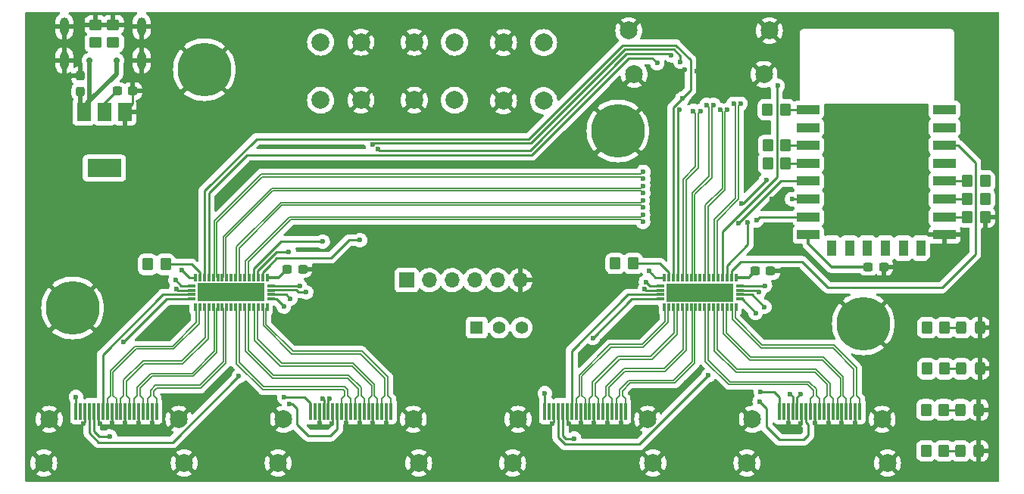
<source format=gbr>
%TF.GenerationSoftware,KiCad,Pcbnew,(6.0.6)*%
%TF.CreationDate,2022-07-25T23:31:33-07:00*%
%TF.ProjectId,HDMI-MUX,48444d49-2d4d-4555-982e-6b696361645f,rev?*%
%TF.SameCoordinates,Original*%
%TF.FileFunction,Copper,L1,Top*%
%TF.FilePolarity,Positive*%
%FSLAX46Y46*%
G04 Gerber Fmt 4.6, Leading zero omitted, Abs format (unit mm)*
G04 Created by KiCad (PCBNEW (6.0.6)) date 2022-07-25 23:31:33*
%MOMM*%
%LPD*%
G01*
G04 APERTURE LIST*
G04 Aperture macros list*
%AMRoundRect*
0 Rectangle with rounded corners*
0 $1 Rounding radius*
0 $2 $3 $4 $5 $6 $7 $8 $9 X,Y pos of 4 corners*
0 Add a 4 corners polygon primitive as box body*
4,1,4,$2,$3,$4,$5,$6,$7,$8,$9,$2,$3,0*
0 Add four circle primitives for the rounded corners*
1,1,$1+$1,$2,$3*
1,1,$1+$1,$4,$5*
1,1,$1+$1,$6,$7*
1,1,$1+$1,$8,$9*
0 Add four rect primitives between the rounded corners*
20,1,$1+$1,$2,$3,$4,$5,0*
20,1,$1+$1,$4,$5,$6,$7,0*
20,1,$1+$1,$6,$7,$8,$9,0*
20,1,$1+$1,$8,$9,$2,$3,0*%
G04 Aperture macros list end*
%TA.AperFunction,SMDPad,CuDef*%
%ADD10R,0.300000X1.900000*%
%TD*%
%TA.AperFunction,ComponentPad*%
%ADD11C,1.995000*%
%TD*%
%TA.AperFunction,SMDPad,CuDef*%
%ADD12RoundRect,0.250000X-0.350000X-0.450000X0.350000X-0.450000X0.350000X0.450000X-0.350000X0.450000X0*%
%TD*%
%TA.AperFunction,SMDPad,CuDef*%
%ADD13RoundRect,0.237500X0.237500X-0.300000X0.237500X0.300000X-0.237500X0.300000X-0.237500X-0.300000X0*%
%TD*%
%TA.AperFunction,SMDPad,CuDef*%
%ADD14RoundRect,0.250000X0.350000X0.450000X-0.350000X0.450000X-0.350000X-0.450000X0.350000X-0.450000X0*%
%TD*%
%TA.AperFunction,SMDPad,CuDef*%
%ADD15RoundRect,0.250000X-0.450000X0.350000X-0.450000X-0.350000X0.450000X-0.350000X0.450000X0.350000X0*%
%TD*%
%TA.AperFunction,SMDPad,CuDef*%
%ADD16RoundRect,0.237500X0.300000X0.237500X-0.300000X0.237500X-0.300000X-0.237500X0.300000X-0.237500X0*%
%TD*%
%TA.AperFunction,SMDPad,CuDef*%
%ADD17RoundRect,0.250000X0.325000X0.450000X-0.325000X0.450000X-0.325000X-0.450000X0.325000X-0.450000X0*%
%TD*%
%TA.AperFunction,ComponentPad*%
%ADD18C,6.000000*%
%TD*%
%TA.AperFunction,ComponentPad*%
%ADD19R,1.700000X1.700000*%
%TD*%
%TA.AperFunction,ComponentPad*%
%ADD20O,1.700000X1.700000*%
%TD*%
%TA.AperFunction,ComponentPad*%
%ADD21C,2.000000*%
%TD*%
%TA.AperFunction,SMDPad,CuDef*%
%ADD22RoundRect,0.008100X-0.126900X0.421900X-0.126900X-0.421900X0.126900X-0.421900X0.126900X0.421900X0*%
%TD*%
%TA.AperFunction,SMDPad,CuDef*%
%ADD23RoundRect,0.008100X-0.421900X-0.126900X0.421900X-0.126900X0.421900X0.126900X-0.421900X0.126900X0*%
%TD*%
%TA.AperFunction,SMDPad,CuDef*%
%ADD24R,7.550000X2.050000*%
%TD*%
%TA.AperFunction,ComponentPad*%
%ADD25C,0.400000*%
%TD*%
%TA.AperFunction,SMDPad,CuDef*%
%ADD26RoundRect,0.237500X-0.300000X-0.237500X0.300000X-0.237500X0.300000X0.237500X-0.300000X0.237500X0*%
%TD*%
%TA.AperFunction,SMDPad,CuDef*%
%ADD27R,2.500000X1.000000*%
%TD*%
%TA.AperFunction,SMDPad,CuDef*%
%ADD28R,1.000000X1.800000*%
%TD*%
%TA.AperFunction,ComponentPad*%
%ADD29R,1.408000X1.408000*%
%TD*%
%TA.AperFunction,ComponentPad*%
%ADD30C,1.408000*%
%TD*%
%TA.AperFunction,SMDPad,CuDef*%
%ADD31R,1.500000X2.000000*%
%TD*%
%TA.AperFunction,SMDPad,CuDef*%
%ADD32R,3.800000X2.000000*%
%TD*%
%TA.AperFunction,ComponentPad*%
%ADD33O,1.000000X2.000000*%
%TD*%
%TA.AperFunction,ViaPad*%
%ADD34C,0.800000*%
%TD*%
%TA.AperFunction,ViaPad*%
%ADD35C,0.600000*%
%TD*%
%TA.AperFunction,ViaPad*%
%ADD36C,0.700000*%
%TD*%
%TA.AperFunction,Conductor*%
%ADD37C,0.320000*%
%TD*%
%TA.AperFunction,Conductor*%
%ADD38C,0.250000*%
%TD*%
%TA.AperFunction,Conductor*%
%ADD39C,0.127000*%
%TD*%
%TA.AperFunction,Conductor*%
%ADD40C,0.500000*%
%TD*%
%TA.AperFunction,Conductor*%
%ADD41C,0.290000*%
%TD*%
G04 APERTURE END LIST*
D10*
%TO.P,J6,1,1*%
%TO.N,/P3_D2+*%
X57175250Y-62355000D03*
%TO.P,J6,2,2*%
%TO.N,GND*%
X56675250Y-62355000D03*
%TO.P,J6,3,3*%
%TO.N,/P3_D2-*%
X56175250Y-62355000D03*
%TO.P,J6,4,4*%
%TO.N,/P3_D1+*%
X55675250Y-62355000D03*
%TO.P,J6,5,5*%
%TO.N,GND*%
X55175250Y-62355000D03*
%TO.P,J6,6,6*%
%TO.N,/P3_D1-*%
X54675250Y-62355000D03*
%TO.P,J6,7,7*%
%TO.N,/P3_D0+*%
X54175250Y-62355000D03*
%TO.P,J6,8,8*%
%TO.N,GND*%
X53675250Y-62355000D03*
%TO.P,J6,9,9*%
%TO.N,/P3_D0-*%
X53175250Y-62355000D03*
%TO.P,J6,10,10*%
%TO.N,/P3_CLK+*%
X52675250Y-62355000D03*
%TO.P,J6,11,11*%
%TO.N,GND*%
X52175250Y-62355000D03*
%TO.P,J6,12,12*%
%TO.N,/P3_CLK-*%
X51675250Y-62355000D03*
%TO.P,J6,13,13*%
%TO.N,/P3_CEC*%
X51175250Y-62355000D03*
%TO.P,J6,14,14*%
%TO.N,GND*%
X50675250Y-62355000D03*
%TO.P,J6,15,15*%
%TO.N,/P3_SCL*%
X50175250Y-62355000D03*
%TO.P,J6,16,16*%
%TO.N,/P3_SDA*%
X49675250Y-62355000D03*
%TO.P,J6,17,17*%
%TO.N,GND*%
X49175250Y-62355000D03*
%TO.P,J6,18,18*%
%TO.N,unconnected-(J6-Pad18)*%
X48675250Y-62355000D03*
%TO.P,J6,19,19*%
%TO.N,/P3_HPD*%
X48175250Y-62355000D03*
D11*
%TO.P,J6,S1,SHIELD*%
%TO.N,GND*%
X59675250Y-63255000D03*
%TO.P,J6,S2,SHIELD*%
X45175250Y-63255000D03*
%TO.P,J6,S3,SHIELD*%
X44575250Y-68155000D03*
%TO.P,J6,S4,SHIELD*%
X60275250Y-68155000D03*
%TD*%
D12*
%TO.P,R12,1*%
%TO.N,/LED4*%
X121596250Y-40630000D03*
%TO.P,R12,2*%
%TO.N,GND*%
X123596250Y-40630000D03*
%TD*%
D10*
%TO.P,J7,1,1*%
%TO.N,/P4_D2+*%
X30975250Y-62355000D03*
%TO.P,J7,2,2*%
%TO.N,GND*%
X30475250Y-62355000D03*
%TO.P,J7,3,3*%
%TO.N,/P4_D2-*%
X29975250Y-62355000D03*
%TO.P,J7,4,4*%
%TO.N,/P4_D1+*%
X29475250Y-62355000D03*
%TO.P,J7,5,5*%
%TO.N,GND*%
X28975250Y-62355000D03*
%TO.P,J7,6,6*%
%TO.N,/P4_D1-*%
X28475250Y-62355000D03*
%TO.P,J7,7,7*%
%TO.N,/P4_D0+*%
X27975250Y-62355000D03*
%TO.P,J7,8,8*%
%TO.N,GND*%
X27475250Y-62355000D03*
%TO.P,J7,9,9*%
%TO.N,/P4_D0-*%
X26975250Y-62355000D03*
%TO.P,J7,10,10*%
%TO.N,/P4_CLK+*%
X26475250Y-62355000D03*
%TO.P,J7,11,11*%
%TO.N,GND*%
X25975250Y-62355000D03*
%TO.P,J7,12,12*%
%TO.N,/P4_CLK-*%
X25475250Y-62355000D03*
%TO.P,J7,13,13*%
%TO.N,/P4_CEC*%
X24975250Y-62355000D03*
%TO.P,J7,14,14*%
%TO.N,GND*%
X24475250Y-62355000D03*
%TO.P,J7,15,15*%
%TO.N,/P4_SCL*%
X23975250Y-62355000D03*
%TO.P,J7,16,16*%
%TO.N,/P4_SDA*%
X23475250Y-62355000D03*
%TO.P,J7,17,17*%
%TO.N,GND*%
X22975250Y-62355000D03*
%TO.P,J7,18,18*%
%TO.N,unconnected-(J7-Pad18)*%
X22475250Y-62355000D03*
%TO.P,J7,19,19*%
%TO.N,/P4_HPD*%
X21975250Y-62355000D03*
D11*
%TO.P,J7,S1,SHIELD*%
%TO.N,GND*%
X33475250Y-63255000D03*
%TO.P,J7,S2,SHIELD*%
X18975250Y-63255000D03*
%TO.P,J7,S3,SHIELD*%
X18375250Y-68155000D03*
%TO.P,J7,S4,SHIELD*%
X34075250Y-68155000D03*
%TD*%
D13*
%TO.P,C2,1*%
%TO.N,VBUS*%
X22456000Y-26566500D03*
%TO.P,C2,2*%
%TO.N,GND*%
X22456000Y-24841500D03*
%TD*%
D14*
%TO.P,R9,1*%
%TO.N,+3.3V*%
X123596250Y-36610000D03*
%TO.P,R9,2*%
%TO.N,/LED1*%
X121596250Y-36610000D03*
%TD*%
D15*
%TO.P,R2,1*%
%TO.N,GND*%
X26126000Y-19104000D03*
%TO.P,R2,2*%
%TO.N,Net-(J2-PadB5)*%
X26126000Y-21104000D03*
%TD*%
D16*
%TO.P,C4,1*%
%TO.N,GND*%
X99622500Y-46680000D03*
%TO.P,C4,2*%
%TO.N,+3.3V*%
X97897500Y-46680000D03*
%TD*%
D14*
%TO.P,R11,1*%
%TO.N,+3.3V*%
X123596250Y-38610000D03*
%TO.P,R11,2*%
%TO.N,/LED2*%
X121596250Y-38610000D03*
%TD*%
D17*
%TO.P,D1,1,K*%
%TO.N,GND*%
X122896250Y-66800000D03*
%TO.P,D1,2,A*%
%TO.N,Net-(D1-Pad2)*%
X120846250Y-66800000D03*
%TD*%
D14*
%TO.P,R5,1*%
%TO.N,Net-(D1-Pad2)*%
X118991250Y-66800000D03*
%TO.P,R5,2*%
%TO.N,/LED1*%
X116991250Y-66800000D03*
%TD*%
D17*
%TO.P,D3,1,K*%
%TO.N,GND*%
X122996250Y-57600000D03*
%TO.P,D3,2,A*%
%TO.N,Net-(D3-Pad2)*%
X120946250Y-57600000D03*
%TD*%
D15*
%TO.P,R1,1*%
%TO.N,GND*%
X24136000Y-19114000D03*
%TO.P,R1,2*%
%TO.N,Net-(J2-PadA5)*%
X24136000Y-21114000D03*
%TD*%
D18*
%TO.P,REF\u002A\u002A,1*%
%TO.N,GND*%
X109982000Y-52578000D03*
%TD*%
D16*
%TO.P,C1,1*%
%TO.N,GND*%
X112272500Y-46200000D03*
%TO.P,C1,2*%
%TO.N,+3.3V*%
X110547500Y-46200000D03*
%TD*%
D14*
%TO.P,R13,1*%
%TO.N,Net-(R13-Pad1)*%
X84260000Y-45810000D03*
%TO.P,R13,2*%
%TO.N,+3.3V*%
X82260000Y-45810000D03*
%TD*%
D19*
%TO.P,J1,1,Pin_1*%
%TO.N,unconnected-(J1-Pad1)*%
X58950000Y-47690000D03*
D20*
%TO.P,J1,2,Pin_2*%
%TO.N,/USB_RX*%
X61490000Y-47690000D03*
%TO.P,J1,3,Pin_3*%
%TO.N,/USB_TX*%
X64030000Y-47690000D03*
%TO.P,J1,4,Pin_4*%
%TO.N,Net-(J1-Pad4)*%
X66570000Y-47690000D03*
%TO.P,J1,5,Pin_5*%
%TO.N,unconnected-(J1-Pad5)*%
X69110000Y-47690000D03*
%TO.P,J1,6,Pin_6*%
%TO.N,GND*%
X71650000Y-47690000D03*
%TD*%
D21*
%TO.P,SW1,1,1*%
%TO.N,GND*%
X69753750Y-21100000D03*
X69753750Y-27600000D03*
%TO.P,SW1,2,2*%
%TO.N,Net-(R4-Pad2)*%
X74253750Y-21100000D03*
X74253750Y-27600000D03*
%TD*%
D10*
%TO.P,J4,1,1*%
%TO.N,/P1_D2+*%
X109584500Y-62357500D03*
%TO.P,J4,2,2*%
%TO.N,GND*%
X109084500Y-62357500D03*
%TO.P,J4,3,3*%
%TO.N,/P1_D2-*%
X108584500Y-62357500D03*
%TO.P,J4,4,4*%
%TO.N,/P1_D1+*%
X108084500Y-62357500D03*
%TO.P,J4,5,5*%
%TO.N,GND*%
X107584500Y-62357500D03*
%TO.P,J4,6,6*%
%TO.N,/P1_D1-*%
X107084500Y-62357500D03*
%TO.P,J4,7,7*%
%TO.N,/P1_D0+*%
X106584500Y-62357500D03*
%TO.P,J4,8,8*%
%TO.N,GND*%
X106084500Y-62357500D03*
%TO.P,J4,9,9*%
%TO.N,/P1_D0-*%
X105584500Y-62357500D03*
%TO.P,J4,10,10*%
%TO.N,/P1_CLK+*%
X105084500Y-62357500D03*
%TO.P,J4,11,11*%
%TO.N,GND*%
X104584500Y-62357500D03*
%TO.P,J4,12,12*%
%TO.N,/P1_CLK-*%
X104084500Y-62357500D03*
%TO.P,J4,13,13*%
%TO.N,/P1_CEC*%
X103584500Y-62357500D03*
%TO.P,J4,14,14*%
%TO.N,GND*%
X103084500Y-62357500D03*
%TO.P,J4,15,15*%
%TO.N,/P1_SCL*%
X102584500Y-62357500D03*
%TO.P,J4,16,16*%
%TO.N,/P1_SDA*%
X102084500Y-62357500D03*
%TO.P,J4,17,17*%
%TO.N,GND*%
X101584500Y-62357500D03*
%TO.P,J4,18,18*%
%TO.N,unconnected-(J4-Pad18)*%
X101084500Y-62357500D03*
%TO.P,J4,19,19*%
%TO.N,/P1_HPD*%
X100584500Y-62357500D03*
D11*
%TO.P,J4,S1,SHIELD*%
%TO.N,GND*%
X112084500Y-63257500D03*
%TO.P,J4,S2,SHIELD*%
X97584500Y-63257500D03*
%TO.P,J4,S3,SHIELD*%
X96984500Y-68157500D03*
%TO.P,J4,S4,SHIELD*%
X112684500Y-68157500D03*
%TD*%
D18*
%TO.P,REF\u002A\u002A,1*%
%TO.N,GND*%
X82550000Y-30988000D03*
%TD*%
D17*
%TO.P,D4,1,K*%
%TO.N,GND*%
X123006250Y-53000000D03*
%TO.P,D4,2,A*%
%TO.N,Net-(D4-Pad2)*%
X120956250Y-53000000D03*
%TD*%
D22*
%TO.P,U4,1,VCC*%
%TO.N,+3.3V*%
X43324500Y-47372500D03*
%TO.P,U4,2,EN*%
%TO.N,/MUX_B_EN*%
X42824500Y-47372500D03*
%TO.P,U4,3,SCL*%
%TO.N,/IN_SCL*%
X42324500Y-47372500D03*
%TO.P,U4,4,SDA*%
%TO.N,/IN_SDA*%
X41824500Y-47372500D03*
%TO.P,U4,5,D0+*%
%TO.N,/IN_D2+*%
X41324500Y-47372500D03*
%TO.P,U4,6,D0-*%
%TO.N,/IN_D2-*%
X40824500Y-47372500D03*
%TO.P,U4,7,D1+*%
%TO.N,/IN_D1+*%
X40324500Y-47372500D03*
%TO.P,U4,8,D1-*%
%TO.N,/IN_D1-*%
X39824500Y-47372500D03*
%TO.P,U4,9,NC_9*%
%TO.N,unconnected-(U4-Pad9)*%
X39324500Y-47372500D03*
%TO.P,U4,10,D2+*%
%TO.N,/IN_D0+*%
X38824500Y-47372500D03*
%TO.P,U4,11,D2-*%
%TO.N,/IN_D0-*%
X38324500Y-47372500D03*
%TO.P,U4,12,D3+*%
%TO.N,/IN_CLK+*%
X37824500Y-47372500D03*
%TO.P,U4,13,D3-*%
%TO.N,/IN_CLK-*%
X37324500Y-47372500D03*
%TO.P,U4,14,HPD*%
%TO.N,/IN_HPD*%
X36824500Y-47372500D03*
%TO.P,U4,15,CEC*%
%TO.N,/IN_CEC*%
X36324500Y-47372500D03*
%TO.P,U4,16,SEL1*%
%TO.N,Net-(R14-Pad1)*%
X35824500Y-47372500D03*
%TO.P,U4,17,SEL2*%
%TO.N,/MUX_B_SEL*%
X35324500Y-47372500D03*
D23*
%TO.P,U4,18,CEC_A*%
%TO.N,/P3_CEC*%
X34889500Y-48307500D03*
%TO.P,U4,19,HPD_A*%
%TO.N,/P3_HPD*%
X34889500Y-48807500D03*
%TO.P,U4,20,CEC_B*%
%TO.N,/P4_CEC*%
X34889500Y-49307500D03*
%TO.P,U4,21,HPD_B*%
%TO.N,/P4_HPD*%
X34889500Y-49807500D03*
D22*
%TO.P,U4,22,D3-B*%
%TO.N,/P4_CLK-*%
X35324500Y-50742500D03*
%TO.P,U4,23,D3+B*%
%TO.N,/P4_CLK+*%
X35824500Y-50742500D03*
%TO.P,U4,24,D2-B*%
%TO.N,/P4_D0-*%
X36324500Y-50742500D03*
%TO.P,U4,25,D2+B*%
%TO.N,/P4_D0+*%
X36824500Y-50742500D03*
%TO.P,U4,26,D1-B*%
%TO.N,/P4_D1-*%
X37324500Y-50742500D03*
%TO.P,U4,27,D1+B*%
%TO.N,/P4_D1+*%
X37824500Y-50742500D03*
%TO.P,U4,28,D0-B*%
%TO.N,/P4_D2-*%
X38324500Y-50742500D03*
%TO.P,U4,29,D0+B*%
%TO.N,/P4_D2+*%
X38824500Y-50742500D03*
%TO.P,U4,30,NC_30*%
%TO.N,unconnected-(U4-Pad30)*%
X39324500Y-50742500D03*
%TO.P,U4,31,D3-A*%
%TO.N,/P3_CLK-*%
X39824500Y-50742500D03*
%TO.P,U4,32,D3+A*%
%TO.N,/P3_CLK+*%
X40324500Y-50742500D03*
%TO.P,U4,33,D2-A*%
%TO.N,/P3_D0-*%
X40824500Y-50742500D03*
%TO.P,U4,34,D2+A*%
%TO.N,/P3_D0+*%
X41324500Y-50742500D03*
%TO.P,U4,35,D1-A*%
%TO.N,/P3_D1-*%
X41824500Y-50742500D03*
%TO.P,U4,36,D1+A*%
%TO.N,/P3_D1+*%
X42324500Y-50742500D03*
%TO.P,U4,37,D0-A*%
%TO.N,/P3_D2-*%
X42824500Y-50742500D03*
%TO.P,U4,38,D0+A*%
%TO.N,/P3_D2+*%
X43324500Y-50742500D03*
D23*
%TO.P,U4,39,SDA_B*%
%TO.N,/P4_SDA*%
X43759500Y-49807500D03*
%TO.P,U4,40,SCL_B*%
%TO.N,/P4_SCL*%
X43759500Y-49307500D03*
%TO.P,U4,41,SDA_A*%
%TO.N,/P3_SDA*%
X43759500Y-48807500D03*
%TO.P,U4,42,SCL_A*%
%TO.N,/P3_SCL*%
X43759500Y-48307500D03*
D24*
%TO.P,U4,43,GND*%
%TO.N,GND*%
X39324500Y-49057500D03*
D25*
%TO.P,U4,44,GND*%
X42849500Y-49057500D03*
%TO.P,U4,45,GND*%
X41664500Y-48282500D03*
%TO.P,U4,46,GND*%
X41664500Y-49057500D03*
%TO.P,U4,47,GND*%
X41664500Y-49832500D03*
%TO.P,U4,48,GND*%
X40494500Y-48282500D03*
%TO.P,U4,49,GND*%
X40494500Y-49057500D03*
%TO.P,U4,50,GND*%
X40494500Y-49832500D03*
%TO.P,U4,51,GND*%
X39324500Y-48282500D03*
%TO.P,U4,52,GND*%
X39324500Y-49057500D03*
%TO.P,U4,53,GND*%
X39324500Y-49832500D03*
%TO.P,U4,54,GND*%
X38154500Y-48282500D03*
%TO.P,U4,55,GND*%
X38154500Y-49057500D03*
%TO.P,U4,56,GND*%
X38154500Y-49832500D03*
%TO.P,U4,57,GND*%
X36984500Y-48282500D03*
%TO.P,U4,58,GND*%
X36984500Y-49057500D03*
%TO.P,U4,59,GND*%
X36984500Y-49832500D03*
%TO.P,U4,60,GND*%
X35799500Y-49057500D03*
%TD*%
D10*
%TO.P,J5,1,1*%
%TO.N,/P2_D2+*%
X83384500Y-62357500D03*
%TO.P,J5,2,2*%
%TO.N,GND*%
X82884500Y-62357500D03*
%TO.P,J5,3,3*%
%TO.N,/P2_D2-*%
X82384500Y-62357500D03*
%TO.P,J5,4,4*%
%TO.N,/P2_D1+*%
X81884500Y-62357500D03*
%TO.P,J5,5,5*%
%TO.N,GND*%
X81384500Y-62357500D03*
%TO.P,J5,6,6*%
%TO.N,/P2_D1-*%
X80884500Y-62357500D03*
%TO.P,J5,7,7*%
%TO.N,/P2_D0+*%
X80384500Y-62357500D03*
%TO.P,J5,8,8*%
%TO.N,GND*%
X79884500Y-62357500D03*
%TO.P,J5,9,9*%
%TO.N,/P2_D0-*%
X79384500Y-62357500D03*
%TO.P,J5,10,10*%
%TO.N,/P2_CLK+*%
X78884500Y-62357500D03*
%TO.P,J5,11,11*%
%TO.N,GND*%
X78384500Y-62357500D03*
%TO.P,J5,12,12*%
%TO.N,/P2_CLK-*%
X77884500Y-62357500D03*
%TO.P,J5,13,13*%
%TO.N,/P2_CEC*%
X77384500Y-62357500D03*
%TO.P,J5,14,14*%
%TO.N,GND*%
X76884500Y-62357500D03*
%TO.P,J5,15,15*%
%TO.N,/P2_SCL*%
X76384500Y-62357500D03*
%TO.P,J5,16,16*%
%TO.N,/P2_SDA*%
X75884500Y-62357500D03*
%TO.P,J5,17,17*%
%TO.N,GND*%
X75384500Y-62357500D03*
%TO.P,J5,18,18*%
%TO.N,unconnected-(J5-Pad18)*%
X74884500Y-62357500D03*
%TO.P,J5,19,19*%
%TO.N,/P2_HPD*%
X74384500Y-62357500D03*
D11*
%TO.P,J5,S1,SHIELD*%
%TO.N,GND*%
X85884500Y-63257500D03*
%TO.P,J5,S2,SHIELD*%
X71384500Y-63257500D03*
%TO.P,J5,S3,SHIELD*%
X70784500Y-68157500D03*
%TO.P,J5,S4,SHIELD*%
X86484500Y-68157500D03*
%TD*%
D21*
%TO.P,SW2,1,1*%
%TO.N,Net-(R10-Pad1)*%
X49323750Y-27550000D03*
X49323750Y-21050000D03*
%TO.P,SW2,2,2*%
%TO.N,GND*%
X53823750Y-21050000D03*
X53823750Y-27550000D03*
%TD*%
D14*
%TO.P,R8,1*%
%TO.N,Net-(D4-Pad2)*%
X119091250Y-53000000D03*
%TO.P,R8,2*%
%TO.N,/LED4*%
X117091250Y-53000000D03*
%TD*%
%TO.P,R14,1*%
%TO.N,Net-(R14-Pad1)*%
X31990000Y-45920000D03*
%TO.P,R14,2*%
%TO.N,+3.3V*%
X29990000Y-45920000D03*
%TD*%
D17*
%TO.P,D2,1,K*%
%TO.N,GND*%
X122893750Y-62200000D03*
%TO.P,D2,2,A*%
%TO.N,Net-(D2-Pad2)*%
X120843750Y-62200000D03*
%TD*%
D14*
%TO.P,R7,1*%
%TO.N,Net-(D3-Pad2)*%
X119091250Y-57600000D03*
%TO.P,R7,2*%
%TO.N,/LED3*%
X117091250Y-57600000D03*
%TD*%
D12*
%TO.P,R3,1*%
%TO.N,+3.3V*%
X99296250Y-32610000D03*
%TO.P,R3,2*%
%TO.N,Net-(R3-Pad2)*%
X101296250Y-32610000D03*
%TD*%
D26*
%TO.P,C3,1*%
%TO.N,+3.3V*%
X26593500Y-26514000D03*
%TO.P,C3,2*%
%TO.N,GND*%
X28318500Y-26514000D03*
%TD*%
D22*
%TO.P,U3,1,VCC*%
%TO.N,+3.3V*%
X95743750Y-47375000D03*
%TO.P,U3,2,EN*%
%TO.N,/MUX_A_EN*%
X95243750Y-47375000D03*
%TO.P,U3,3,SCL*%
%TO.N,/IN_SCL*%
X94743750Y-47375000D03*
%TO.P,U3,4,SDA*%
%TO.N,/IN_SDA*%
X94243750Y-47375000D03*
%TO.P,U3,5,D0+*%
%TO.N,/IN_D2+*%
X93743750Y-47375000D03*
%TO.P,U3,6,D0-*%
%TO.N,/IN_D2-*%
X93243750Y-47375000D03*
%TO.P,U3,7,D1+*%
%TO.N,/IN_D1+*%
X92743750Y-47375000D03*
%TO.P,U3,8,D1-*%
%TO.N,/IN_D1-*%
X92243750Y-47375000D03*
%TO.P,U3,9,NC_9*%
%TO.N,unconnected-(U3-Pad9)*%
X91743750Y-47375000D03*
%TO.P,U3,10,D2+*%
%TO.N,/IN_D0+*%
X91243750Y-47375000D03*
%TO.P,U3,11,D2-*%
%TO.N,/IN_D0-*%
X90743750Y-47375000D03*
%TO.P,U3,12,D3+*%
%TO.N,/IN_CLK+*%
X90243750Y-47375000D03*
%TO.P,U3,13,D3-*%
%TO.N,/IN_CLK-*%
X89743750Y-47375000D03*
%TO.P,U3,14,HPD*%
%TO.N,/IN_HPD*%
X89243750Y-47375000D03*
%TO.P,U3,15,CEC*%
%TO.N,/IN_CEC*%
X88743750Y-47375000D03*
%TO.P,U3,16,SEL1*%
%TO.N,Net-(R13-Pad1)*%
X88243750Y-47375000D03*
%TO.P,U3,17,SEL2*%
%TO.N,/MUX_A_SEL*%
X87743750Y-47375000D03*
D23*
%TO.P,U3,18,CEC_A*%
%TO.N,/P1_CEC*%
X87308750Y-48310000D03*
%TO.P,U3,19,HPD_A*%
%TO.N,/P1_HPD*%
X87308750Y-48810000D03*
%TO.P,U3,20,CEC_B*%
%TO.N,/P2_CEC*%
X87308750Y-49310000D03*
%TO.P,U3,21,HPD_B*%
%TO.N,/P2_HPD*%
X87308750Y-49810000D03*
D22*
%TO.P,U3,22,D3-B*%
%TO.N,/P2_CLK-*%
X87743750Y-50745000D03*
%TO.P,U3,23,D3+B*%
%TO.N,/P2_CLK+*%
X88243750Y-50745000D03*
%TO.P,U3,24,D2-B*%
%TO.N,/P2_D0-*%
X88743750Y-50745000D03*
%TO.P,U3,25,D2+B*%
%TO.N,/P2_D0+*%
X89243750Y-50745000D03*
%TO.P,U3,26,D1-B*%
%TO.N,/P2_D1-*%
X89743750Y-50745000D03*
%TO.P,U3,27,D1+B*%
%TO.N,/P2_D1+*%
X90243750Y-50745000D03*
%TO.P,U3,28,D0-B*%
%TO.N,/P2_D2-*%
X90743750Y-50745000D03*
%TO.P,U3,29,D0+B*%
%TO.N,/P2_D2+*%
X91243750Y-50745000D03*
%TO.P,U3,30,NC_30*%
%TO.N,unconnected-(U3-Pad30)*%
X91743750Y-50745000D03*
%TO.P,U3,31,D3-A*%
%TO.N,/P1_CLK-*%
X92243750Y-50745000D03*
%TO.P,U3,32,D3+A*%
%TO.N,/P1_CLK+*%
X92743750Y-50745000D03*
%TO.P,U3,33,D2-A*%
%TO.N,/P1_D0-*%
X93243750Y-50745000D03*
%TO.P,U3,34,D2+A*%
%TO.N,/P1_D0+*%
X93743750Y-50745000D03*
%TO.P,U3,35,D1-A*%
%TO.N,/P1_D1-*%
X94243750Y-50745000D03*
%TO.P,U3,36,D1+A*%
%TO.N,/P1_D1+*%
X94743750Y-50745000D03*
%TO.P,U3,37,D0-A*%
%TO.N,/P1_D2-*%
X95243750Y-50745000D03*
%TO.P,U3,38,D0+A*%
%TO.N,/P1_D2+*%
X95743750Y-50745000D03*
D23*
%TO.P,U3,39,SDA_B*%
%TO.N,/P2_SDA*%
X96178750Y-49810000D03*
%TO.P,U3,40,SCL_B*%
%TO.N,/P2_SCL*%
X96178750Y-49310000D03*
%TO.P,U3,41,SDA_A*%
%TO.N,/P1_SDA*%
X96178750Y-48810000D03*
%TO.P,U3,42,SCL_A*%
%TO.N,/P1_SCL*%
X96178750Y-48310000D03*
D24*
%TO.P,U3,43,GND*%
%TO.N,GND*%
X91743750Y-49060000D03*
D25*
%TO.P,U3,44,GND*%
X95268750Y-49060000D03*
%TO.P,U3,45,GND*%
X94083750Y-48285000D03*
%TO.P,U3,46,GND*%
X94083750Y-49060000D03*
%TO.P,U3,47,GND*%
X94083750Y-49835000D03*
%TO.P,U3,48,GND*%
X92913750Y-48285000D03*
%TO.P,U3,49,GND*%
X92913750Y-49060000D03*
%TO.P,U3,50,GND*%
X92913750Y-49835000D03*
%TO.P,U3,51,GND*%
X91743750Y-48285000D03*
%TO.P,U3,52,GND*%
X91743750Y-49060000D03*
%TO.P,U3,53,GND*%
X91743750Y-49835000D03*
%TO.P,U3,54,GND*%
X90573750Y-48285000D03*
%TO.P,U3,55,GND*%
X90573750Y-49060000D03*
%TO.P,U3,56,GND*%
X90573750Y-49835000D03*
%TO.P,U3,57,GND*%
X89403750Y-48285000D03*
%TO.P,U3,58,GND*%
X89403750Y-49060000D03*
%TO.P,U3,59,GND*%
X89403750Y-49835000D03*
%TO.P,U3,60,GND*%
X88218750Y-49060000D03*
%TD*%
D14*
%TO.P,R10,1*%
%TO.N,Net-(R10-Pad1)*%
X101296250Y-34610000D03*
%TO.P,R10,2*%
%TO.N,+3.3V*%
X99296250Y-34610000D03*
%TD*%
D12*
%TO.P,R4,1*%
%TO.N,+3.3V*%
X99276250Y-28610000D03*
%TO.P,R4,2*%
%TO.N,Net-(R4-Pad2)*%
X101276250Y-28610000D03*
%TD*%
D18*
%TO.P,REF\u002A\u002A,1*%
%TO.N,GND*%
X21590000Y-50800000D03*
%TD*%
D27*
%TO.P,U1,1,~{RST}*%
%TO.N,Net-(R4-Pad2)*%
X103846250Y-28610000D03*
%TO.P,U1,2,ADC*%
%TO.N,unconnected-(U1-Pad2)*%
X103846250Y-30610000D03*
%TO.P,U1,3,EN*%
%TO.N,Net-(R3-Pad2)*%
X103846250Y-32610000D03*
%TO.P,U1,4,GPIO16*%
%TO.N,Net-(R10-Pad1)*%
X103846250Y-34610000D03*
%TO.P,U1,5,GPIO14*%
%TO.N,/MUX_B_SEL*%
X103846250Y-36610000D03*
%TO.P,U1,6,GPIO12*%
%TO.N,/MUX_A_SEL*%
X103846250Y-38610000D03*
%TO.P,U1,7,GPIO13*%
%TO.N,/MUX_B_EN*%
X103846250Y-40610000D03*
%TO.P,U1,8,VCC*%
%TO.N,+3.3V*%
X103846250Y-42610000D03*
D28*
%TO.P,U1,9,CS0*%
%TO.N,unconnected-(U1-Pad9)*%
X106446250Y-44110000D03*
%TO.P,U1,10,MISO*%
%TO.N,unconnected-(U1-Pad10)*%
X108446250Y-44110000D03*
%TO.P,U1,11,GPIO9*%
%TO.N,unconnected-(U1-Pad11)*%
X110446250Y-44110000D03*
%TO.P,U1,12,GPIO10*%
%TO.N,unconnected-(U1-Pad12)*%
X112446250Y-44110000D03*
%TO.P,U1,13,MOSI*%
%TO.N,unconnected-(U1-Pad13)*%
X114446250Y-44110000D03*
%TO.P,U1,14,SCLK*%
%TO.N,unconnected-(U1-Pad14)*%
X116446250Y-44110000D03*
D27*
%TO.P,U1,15,GND*%
%TO.N,GND*%
X119046250Y-42610000D03*
%TO.P,U1,16,GPIO15*%
%TO.N,/LED4*%
X119046250Y-40610000D03*
%TO.P,U1,17,GPIO2*%
%TO.N,/LED2*%
X119046250Y-38610000D03*
%TO.P,U1,18,GPIO0*%
%TO.N,/LED1*%
X119046250Y-36610000D03*
%TO.P,U1,19,GPIO4*%
%TO.N,/LED3*%
X119046250Y-34610000D03*
%TO.P,U1,20,GPIO5*%
%TO.N,/MUX_A_EN*%
X119046250Y-32610000D03*
%TO.P,U1,21,GPIO3/RXD*%
%TO.N,/USB_TX*%
X119046250Y-30610000D03*
%TO.P,U1,22,GPIO1/TXD*%
%TO.N,/USB_RX*%
X119046250Y-28610000D03*
%TD*%
D16*
%TO.P,C5,1*%
%TO.N,GND*%
X47332500Y-46440000D03*
%TO.P,C5,2*%
%TO.N,+3.3V*%
X45607500Y-46440000D03*
%TD*%
D29*
%TO.P,SW4,1,A*%
%TO.N,Net-(J1-Pad4)*%
X66771500Y-53000000D03*
D30*
%TO.P,SW4,2,B*%
%TO.N,+3.3V*%
X69271500Y-53000000D03*
%TO.P,SW4,3*%
%TO.N,N/C*%
X71771500Y-53000000D03*
%TD*%
D14*
%TO.P,R6,1*%
%TO.N,Net-(D2-Pad2)*%
X118991250Y-62200000D03*
%TO.P,R6,2*%
%TO.N,/LED2*%
X116991250Y-62200000D03*
%TD*%
D31*
%TO.P,U2,1,GND*%
%TO.N,GND*%
X27446000Y-28854000D03*
%TO.P,U2,2,VO*%
%TO.N,+3.3V*%
X25146000Y-28854000D03*
D32*
X25146000Y-35154000D03*
D31*
%TO.P,U2,3,VI*%
%TO.N,VBUS*%
X22846000Y-28854000D03*
%TD*%
D21*
%TO.P,SW3,1,1*%
%TO.N,/LED1*%
X64283750Y-21050000D03*
X64283750Y-27550000D03*
%TO.P,SW3,2,2*%
%TO.N,GND*%
X59783750Y-21050000D03*
X59783750Y-27550000D03*
%TD*%
D18*
%TO.P,REF\u002A\u002A,1*%
%TO.N,GND*%
X36322000Y-24130000D03*
%TD*%
D33*
%TO.P,J2,S1,SHIELD*%
%TO.N,GND*%
X20656000Y-23104000D03*
%TO.P,J2,S2,SHIELD*%
X29296000Y-23104000D03*
%TO.P,J2,S3,SHIELD*%
X20656000Y-19304000D03*
%TO.P,J2,S4,SHIELD*%
X29296000Y-19304000D03*
%TD*%
D11*
%TO.P,J3,S1,SHIELD*%
%TO.N,GND*%
X98874500Y-24662500D03*
%TO.P,J3,S2,SHIELD*%
X84374500Y-24662500D03*
%TO.P,J3,S3,SHIELD*%
X83774500Y-19762500D03*
%TO.P,J3,S4,SHIELD*%
X99474500Y-19762500D03*
%TD*%
D34*
%TO.N,GND*%
X123526250Y-40620000D03*
D35*
X81534000Y-49530000D03*
X35052000Y-39624000D03*
X61468000Y-34798000D03*
X70612000Y-30734000D03*
X35560000Y-32004000D03*
X18542000Y-32766000D03*
X26106000Y-19124000D03*
X104902000Y-49784000D03*
X59944000Y-30734000D03*
X101584496Y-63663876D03*
X57912000Y-60198000D03*
X77724000Y-53340000D03*
X88392000Y-60198000D03*
X80264000Y-50800000D03*
X41656000Y-35052000D03*
X90019000Y-24157230D03*
X76454000Y-26162000D03*
X51562000Y-54610000D03*
X25975252Y-63661375D03*
X76200000Y-55118000D03*
X99780000Y-38580000D03*
X82884544Y-63663916D03*
X47752000Y-30734000D03*
X25146000Y-53848000D03*
X79502000Y-34798000D03*
X98044000Y-26924000D03*
X56642000Y-56896000D03*
X33782000Y-51054000D03*
X79884468Y-63663905D03*
X98044000Y-35814000D03*
X98044000Y-30480000D03*
X95874542Y-24256086D03*
X38608000Y-33782000D03*
X78232000Y-24384000D03*
X90170000Y-59182000D03*
X43434000Y-21082000D03*
X28956000Y-50038000D03*
X35052000Y-37338000D03*
X23876000Y-60198000D03*
X76708000Y-34798000D03*
X57658000Y-34798000D03*
X72898000Y-29718000D03*
X110236000Y-58928000D03*
X52578000Y-30734000D03*
X54102000Y-54610000D03*
X39370000Y-62992000D03*
X123190000Y-30734000D03*
X49175240Y-63661383D03*
X28975257Y-63661379D03*
X22830750Y-63760271D03*
X122936000Y-49784000D03*
X35306000Y-60706000D03*
X56675252Y-63661375D03*
X110236000Y-57150000D03*
X47498000Y-34798000D03*
X32258000Y-60706000D03*
X109084499Y-63663874D03*
X44196000Y-51816000D03*
X86868000Y-51816000D03*
X80010000Y-22606000D03*
X103886000Y-53848000D03*
X40386000Y-32004000D03*
X98806000Y-53594000D03*
X92874546Y-24256082D03*
X24892000Y-44704000D03*
X57658000Y-57912000D03*
X104584557Y-63663930D03*
X23876000Y-56388000D03*
X53340000Y-47752000D03*
X36830000Y-35560000D03*
X35052000Y-41656000D03*
X82042000Y-26162000D03*
X27826000Y-29474000D03*
X44450000Y-34798000D03*
D34*
X122991250Y-52970000D03*
D35*
X50530750Y-63760271D03*
X92202000Y-62738000D03*
X27076000Y-29474000D03*
X55626000Y-55880000D03*
X69596000Y-34798000D03*
X45466000Y-30734000D03*
X110490000Y-60452000D03*
X106172000Y-53848000D03*
X54356000Y-34798000D03*
X34290000Y-60706000D03*
X84328000Y-60198000D03*
X89408000Y-59944000D03*
X27826000Y-28224000D03*
X62738000Y-53594000D03*
X81384450Y-63663921D03*
X19050000Y-42164000D03*
X31070000Y-53550000D03*
X38100000Y-38354000D03*
X77029000Y-63762770D03*
X37084000Y-59944000D03*
X42926000Y-28448000D03*
X50038000Y-30734000D03*
X87630000Y-31242000D03*
X76454000Y-32004000D03*
X86614000Y-33782000D03*
X68072000Y-30734000D03*
X87376000Y-28448000D03*
X24136000Y-19124000D03*
X112272500Y-46200000D03*
X64516000Y-65278000D03*
X17780000Y-19304000D03*
X27446000Y-28844000D03*
D34*
X122891250Y-62250000D03*
X122891250Y-66730000D03*
D35*
X74676000Y-33782000D03*
X53675305Y-63661427D03*
X102950000Y-63762771D03*
X18288000Y-55372000D03*
X77470000Y-49022000D03*
X52175302Y-63661424D03*
X22206000Y-23144000D03*
X75240000Y-63762771D03*
X52832000Y-54610000D03*
X100584000Y-53848000D03*
X47330000Y-46460000D03*
X76200000Y-59436000D03*
X48260000Y-51562000D03*
X39624000Y-67564000D03*
X36322000Y-60706000D03*
X85344000Y-60198000D03*
X35052000Y-43688000D03*
X45974000Y-53848000D03*
X27051000Y-28244800D03*
X86360000Y-60198000D03*
X78486000Y-29972000D03*
X37846000Y-59182000D03*
X94374547Y-24256081D03*
X96774000Y-51816000D03*
X78384474Y-63663898D03*
X46990000Y-42164000D03*
X105156000Y-53848000D03*
X91374544Y-24256084D03*
X78994000Y-52070000D03*
X45570000Y-32740000D03*
X72136000Y-34798000D03*
X42926000Y-30734000D03*
D34*
X123001250Y-57650000D03*
D35*
X83170000Y-53310000D03*
X91694000Y-68580000D03*
X107584499Y-63663874D03*
X28318500Y-26514000D03*
X64262000Y-34798000D03*
X51054000Y-34798000D03*
X87376000Y-60198000D03*
X65532000Y-30734000D03*
X62738000Y-30734000D03*
X48260000Y-54610000D03*
X67056000Y-34798000D03*
X26416000Y-52578000D03*
X27475250Y-63661374D03*
X88230000Y-24157229D03*
X55175250Y-63661374D03*
X24619750Y-63760270D03*
X69596000Y-58166000D03*
X40132000Y-36576000D03*
X30475276Y-63661398D03*
D34*
X99620000Y-46680000D03*
D35*
X123698000Y-19812000D03*
X33274000Y-60706000D03*
X27686000Y-51308000D03*
X55118000Y-30734000D03*
X120396000Y-59944000D03*
X22456000Y-24844000D03*
X106084552Y-63663924D03*
%TO.N,/IN_D2+*%
X85363750Y-41166000D03*
X96270500Y-27940000D03*
%TO.N,/IN_D2-*%
X95478500Y-27940000D03*
X85363750Y-40374000D03*
%TO.N,/IN_D1+*%
X94770500Y-28650000D03*
X85333750Y-39546000D03*
%TO.N,/IN_D1-*%
X93978500Y-28650000D03*
X85333750Y-38754000D03*
%TO.N,/USB_RX*%
X119046250Y-28610000D03*
%TO.N,/USB_TX*%
X119046250Y-30610000D03*
D36*
%TO.N,VBUS*%
X26496000Y-23109000D03*
X23456000Y-23109000D03*
D35*
%TO.N,/IN_D0+*%
X85373750Y-37946000D03*
X93270500Y-28068872D03*
%TO.N,/IN_D0-*%
X85373750Y-37154000D03*
X92478500Y-28068872D03*
%TO.N,/IN_CLK+*%
X85384677Y-36354547D03*
X91770500Y-28760000D03*
%TO.N,/IN_CLK-*%
X85384677Y-35562547D03*
X90978500Y-28760000D03*
%TO.N,/IN_CEC*%
X89723750Y-27380000D03*
%TO.N,/IN_SCL*%
X89537481Y-23237731D03*
X45753750Y-44560000D03*
X97053750Y-41190000D03*
X55123750Y-32525500D03*
%TO.N,/IN_SDA*%
X100393750Y-25930000D03*
X55763750Y-33015500D03*
X49553750Y-43370000D03*
X88523750Y-22514500D03*
%TO.N,/IN_HPD*%
X89388250Y-28650731D03*
X86943750Y-23400000D03*
%TO.N,/P1_CEC*%
X98394500Y-61307500D03*
X85686991Y-47875436D03*
%TO.N,/P1_SCL*%
X102944500Y-60407500D03*
X98984500Y-48307500D03*
%TO.N,/P1_SDA*%
X101794500Y-60407500D03*
X98302271Y-49054500D03*
%TO.N,/P1_HPD*%
X85564500Y-48665500D03*
X98514500Y-60187500D03*
%TO.N,/P2_SCL*%
X98924500Y-50677500D03*
X77654500Y-65417500D03*
%TO.N,/P2_SDA*%
X92670231Y-58341769D03*
X97954500Y-51347500D03*
%TO.N,/P2_HPD*%
X74384500Y-60347500D03*
X79750231Y-54153231D03*
%TO.N,/P3_CEC*%
X45844500Y-61557500D03*
X33104500Y-47677500D03*
%TO.N,/P3_SCL*%
X50336566Y-60942507D03*
X46974500Y-48297500D03*
%TO.N,/P3_SDA*%
X49524500Y-60927500D03*
X47698769Y-49033231D03*
%TO.N,/P3_HPD*%
X33164500Y-48663000D03*
X45244500Y-60807500D03*
%TO.N,/P4_SCL*%
X25774500Y-65177500D03*
X45934500Y-49747500D03*
%TO.N,/P4_SDA*%
X45214500Y-50637500D03*
X40184500Y-58437500D03*
%TO.N,/P4_HPD*%
X27315231Y-54608231D03*
X21974500Y-60757500D03*
%TO.N,/LED4*%
X119046250Y-40610000D03*
X117153750Y-52990000D03*
%TO.N,/LED2*%
X119046250Y-38610000D03*
X116991250Y-62200000D03*
%TO.N,/LED1*%
X119046250Y-36610000D03*
X116991250Y-66800000D03*
X121596250Y-36610000D03*
%TO.N,/LED3*%
X118983750Y-34560000D03*
X117093750Y-57600000D03*
%TO.N,Net-(J2-PadB5)*%
X26126000Y-21104000D03*
%TO.N,+3.3V*%
X26593500Y-26514000D03*
D34*
X97897500Y-46680000D03*
D35*
X29990000Y-45930000D03*
X26086000Y-35154000D03*
X25516000Y-28234000D03*
D34*
X45607500Y-46440000D03*
X123536250Y-36680000D03*
D35*
X24776000Y-29464000D03*
X25056000Y-35154000D03*
X99300000Y-32610000D03*
D34*
X99256250Y-28620000D03*
D35*
X25526000Y-29484000D03*
X24546000Y-35614000D03*
X82290000Y-45850000D03*
X25526000Y-35644000D03*
X25576000Y-34614000D03*
X24576000Y-34604000D03*
X23646000Y-34544000D03*
D34*
X123576250Y-38630000D03*
D35*
X23676000Y-35744000D03*
X24776000Y-28234000D03*
X26606000Y-35714000D03*
X99280000Y-34600000D03*
X24056000Y-35114000D03*
X25156000Y-28854000D03*
X110547500Y-46200000D03*
X26586000Y-34594000D03*
%TO.N,Net-(J2-PadA5)*%
X24136000Y-21114000D03*
%TO.N,Net-(R4-Pad2)*%
X103846250Y-28610000D03*
%TO.N,Net-(R10-Pad1)*%
X103846250Y-34610000D03*
X99121935Y-36458185D03*
X96409250Y-39083185D03*
%TO.N,/MUX_B_SEL*%
X96063750Y-41340000D03*
X33803750Y-46520000D03*
%TO.N,/MUX_A_SEL*%
X102013750Y-38610000D03*
X86053750Y-46640000D03*
%TO.N,/MUX_B_EN*%
X53733750Y-43200000D03*
X98052161Y-40998411D03*
%TD*%
D37*
%TO.N,GND*%
X122896250Y-66800000D02*
X122896250Y-66735000D01*
D38*
X22456000Y-24841500D02*
X22456000Y-24844000D01*
X106084500Y-63663872D02*
X106084552Y-63663924D01*
X52175250Y-63661372D02*
X52175302Y-63661424D01*
X119046250Y-43560000D02*
X119046250Y-42610000D01*
X107584500Y-62357500D02*
X107584499Y-63663874D01*
X78384500Y-63663872D02*
X78384474Y-63663898D01*
X109084500Y-62357500D02*
X109084499Y-63663874D01*
X28975250Y-63661372D02*
X28975257Y-63661379D01*
D37*
X122996250Y-57600000D02*
X122996250Y-57645000D01*
D38*
X81384500Y-62357500D02*
X81384500Y-63663871D01*
X25975250Y-63661373D02*
X25975252Y-63661375D01*
X49175250Y-63661373D02*
X49175240Y-63661383D01*
X116406250Y-46200000D02*
X119046250Y-43560000D01*
X82884500Y-63663872D02*
X82884544Y-63663916D01*
X53675250Y-63661372D02*
X53675305Y-63661427D01*
X28975250Y-62355000D02*
X28975250Y-63661372D01*
X53675250Y-62355000D02*
X53675250Y-63661372D01*
X75384500Y-63618271D02*
X75240000Y-63762771D01*
X76884500Y-62357500D02*
X76884500Y-63618270D01*
X28318500Y-26514000D02*
X28318500Y-27971500D01*
D37*
X122996250Y-57645000D02*
X123001250Y-57650000D01*
X123596250Y-40630000D02*
X123536250Y-40630000D01*
D38*
X79884500Y-63663873D02*
X79884468Y-63663905D01*
X49175250Y-62355000D02*
X49175250Y-63661373D01*
D37*
X122893750Y-62200000D02*
X122893750Y-62247500D01*
D38*
X101584500Y-62357500D02*
X101584500Y-63663872D01*
X27475250Y-62355000D02*
X27475250Y-63661374D01*
X79884500Y-62357500D02*
X79884500Y-63663873D01*
X75384500Y-62357500D02*
X75384500Y-63618271D01*
X30475250Y-62355000D02*
X30475250Y-63661372D01*
X104584500Y-62357500D02*
X104584500Y-63663873D01*
X30475250Y-63661372D02*
X30475276Y-63661398D01*
X103094500Y-63618271D02*
X102950000Y-63762771D01*
X50675250Y-62355000D02*
X50675250Y-63615771D01*
D37*
X123536250Y-40630000D02*
X123526250Y-40620000D01*
X122896250Y-66735000D02*
X122891250Y-66730000D01*
D38*
X106084500Y-62357500D02*
X106084500Y-63663872D01*
X55175250Y-62355000D02*
X55175250Y-63661374D01*
X22975250Y-62355000D02*
X22975250Y-63615771D01*
X28318500Y-27971500D02*
X27446000Y-28844000D01*
D37*
X122893750Y-62247500D02*
X122891250Y-62250000D01*
D38*
X50675250Y-63615771D02*
X50530750Y-63760271D01*
X101584500Y-63663872D02*
X101584496Y-63663876D01*
X103094500Y-62357500D02*
X103094500Y-63618271D01*
X81384500Y-63663871D02*
X81384450Y-63663921D01*
D37*
X123006250Y-53000000D02*
X123006250Y-52985000D01*
D38*
X24475250Y-63615770D02*
X24619750Y-63760270D01*
D37*
X123006250Y-52985000D02*
X122991250Y-52970000D01*
D38*
X22975250Y-63615771D02*
X22830750Y-63760271D01*
X104584500Y-63663873D02*
X104584557Y-63663930D01*
X76884500Y-63618270D02*
X77029000Y-63762770D01*
X82884500Y-62357500D02*
X82884500Y-63663872D01*
X24475250Y-62355000D02*
X24475250Y-63615770D01*
X56675250Y-62355000D02*
X56675250Y-63661373D01*
X25975250Y-62355000D02*
X25975250Y-63661373D01*
X112272500Y-46200000D02*
X116406250Y-46200000D01*
X52175250Y-62355000D02*
X52175250Y-63661372D01*
X56675250Y-63661373D02*
X56675252Y-63661375D01*
X78384500Y-62357500D02*
X78384500Y-63663872D01*
D39*
%TO.N,/IN_D2+*%
X93653251Y-41016067D02*
X93653251Y-47284501D01*
X41234001Y-47282001D02*
X41324500Y-47372500D01*
X85127251Y-40929501D02*
X45959817Y-40929501D01*
X96034001Y-28176499D02*
X96034001Y-38635317D01*
X85363750Y-41166000D02*
X85127251Y-40929501D01*
X93653251Y-47284501D02*
X93743750Y-47375000D01*
X45959817Y-40929501D02*
X41234001Y-45655317D01*
X41234001Y-45655317D02*
X41234001Y-47282001D01*
X96270500Y-27940000D02*
X96034001Y-28176499D01*
X96034001Y-38635317D02*
X93653251Y-41016067D01*
%TO.N,/IN_D2-*%
X40914999Y-45523183D02*
X40914999Y-47282001D01*
X95714999Y-38503183D02*
X93334249Y-40883933D01*
X85363750Y-40374000D02*
X85127251Y-40610499D01*
X93334249Y-47284501D02*
X93243750Y-47375000D01*
X93334249Y-40883933D02*
X93334249Y-47284501D01*
X95478500Y-27940000D02*
X95714999Y-28176499D01*
X95714999Y-28176499D02*
X95714999Y-38503183D01*
X85127251Y-40610499D02*
X45827683Y-40610499D01*
X45827683Y-40610499D02*
X40914999Y-45523183D01*
X40914999Y-47282001D02*
X40824500Y-47372500D01*
%TO.N,/IN_D1+*%
X85097251Y-39309501D02*
X45009817Y-39309501D01*
X85333750Y-39546000D02*
X85097251Y-39309501D01*
X92653251Y-47284501D02*
X92743750Y-47375000D01*
X94534001Y-28886499D02*
X94534001Y-37545317D01*
X40234001Y-44085317D02*
X40234001Y-47282001D01*
X94770500Y-28650000D02*
X94534001Y-28886499D01*
X92653251Y-39426067D02*
X92653251Y-47284501D01*
X94534001Y-37545317D02*
X92653251Y-39426067D01*
X45009817Y-39309501D02*
X40234001Y-44085317D01*
X40234001Y-47282001D02*
X40324500Y-47372500D01*
%TO.N,/IN_D1-*%
X94214999Y-37413183D02*
X92334249Y-39293933D01*
X94214999Y-28886499D02*
X94214999Y-37413183D01*
X44877683Y-38990499D02*
X39914999Y-43953183D01*
X93978500Y-28650000D02*
X94214999Y-28886499D01*
X92334249Y-47284501D02*
X92243750Y-47375000D01*
X85333750Y-38754000D02*
X85097251Y-38990499D01*
X85097251Y-38990499D02*
X44877683Y-38990499D01*
X39914999Y-43953183D02*
X39914999Y-47282001D01*
X92334249Y-39293933D02*
X92334249Y-47284501D01*
X39914999Y-47282001D02*
X39824500Y-47372500D01*
D38*
%TO.N,Net-(D1-Pad2)*%
X120846250Y-66800000D02*
X118991250Y-66800000D01*
%TO.N,Net-(D2-Pad2)*%
X118991250Y-62200000D02*
X120843750Y-62200000D01*
%TO.N,Net-(D3-Pad2)*%
X120946250Y-57600000D02*
X119091250Y-57600000D01*
%TO.N,Net-(D4-Pad2)*%
X119091250Y-53000000D02*
X120956250Y-53000000D01*
D40*
%TO.N,VBUS*%
X23411000Y-27689000D02*
X22846000Y-28254000D01*
X26486000Y-24614000D02*
X23411000Y-27689000D01*
X26486000Y-23119000D02*
X26496000Y-23109000D01*
X26486000Y-24614000D02*
X26486000Y-23119000D01*
X22456000Y-26566500D02*
X22456000Y-28464000D01*
X23456000Y-27644000D02*
X23411000Y-27689000D01*
X22846000Y-28254000D02*
X22846000Y-28854000D01*
X23456000Y-23109000D02*
X23456000Y-27644000D01*
X22846000Y-28854000D02*
X22846000Y-28544000D01*
X22456000Y-28464000D02*
X22846000Y-28854000D01*
D39*
%TO.N,/IN_D0+*%
X38734001Y-42945317D02*
X38734001Y-47282001D01*
X38734001Y-47282001D02*
X38824500Y-47372500D01*
X93270500Y-28068872D02*
X93034001Y-28305371D01*
X85137251Y-37709501D02*
X43969817Y-37709501D01*
X93034001Y-28305371D02*
X93034001Y-36215317D01*
X43969817Y-37709501D02*
X38734001Y-42945317D01*
X91153251Y-47284501D02*
X91243750Y-47375000D01*
X85373750Y-37946000D02*
X85137251Y-37709501D01*
X91153251Y-38096067D02*
X91153251Y-47284501D01*
X93034001Y-36215317D02*
X91153251Y-38096067D01*
%TO.N,/IN_D0-*%
X90834249Y-47284501D02*
X90743750Y-47375000D01*
X92714999Y-28305371D02*
X92714999Y-36083183D01*
X38414999Y-47282001D02*
X38324500Y-47372500D01*
X85373750Y-37154000D02*
X85137251Y-37390499D01*
X90834249Y-37963933D02*
X90834249Y-47284501D01*
X43837683Y-37390499D02*
X38414999Y-42813183D01*
X92714999Y-36083183D02*
X90834249Y-37963933D01*
X85137251Y-37390499D02*
X43837683Y-37390499D01*
X92478500Y-28068872D02*
X92714999Y-28305371D01*
X38414999Y-42813183D02*
X38414999Y-47282001D01*
%TO.N,/IN_CLK+*%
X37734001Y-41185317D02*
X37734001Y-47282001D01*
X42801270Y-36118048D02*
X37734001Y-41185317D01*
X91534001Y-35115317D02*
X90153251Y-36496067D01*
X91770500Y-28760000D02*
X91534001Y-28996499D01*
X85384677Y-36354547D02*
X85148178Y-36118048D01*
X90153251Y-36496067D02*
X90153251Y-47284501D01*
X85148178Y-36118048D02*
X42801270Y-36118048D01*
X90153251Y-47284501D02*
X90243750Y-47375000D01*
X37734001Y-47282001D02*
X37824500Y-47372500D01*
X91534001Y-28996499D02*
X91534001Y-35115317D01*
%TO.N,/IN_CLK-*%
X85384677Y-35562547D02*
X85148178Y-35799046D01*
X90978500Y-28760000D02*
X91214999Y-28996499D01*
X89834249Y-36363933D02*
X89834249Y-47284501D01*
X89834249Y-47284501D02*
X89743750Y-47375000D01*
X42669136Y-35799046D02*
X37414999Y-41053183D01*
X91214999Y-28996499D02*
X91214999Y-34983183D01*
X85148178Y-35799046D02*
X42669136Y-35799046D01*
X37414999Y-47282001D02*
X37324500Y-47372500D01*
X37414999Y-41053183D02*
X37414999Y-47282001D01*
X91214999Y-34983183D02*
X89834249Y-36363933D01*
D41*
%TO.N,/IN_CEC*%
X90664000Y-26439750D02*
X90664000Y-23047286D01*
X42153750Y-31880000D02*
X36324500Y-37709250D01*
X89723750Y-27380000D02*
X90664000Y-26439750D01*
X83100786Y-21380000D02*
X72600786Y-31880000D01*
X88743750Y-28360000D02*
X89723750Y-27380000D01*
X88996714Y-21380000D02*
X83100786Y-21380000D01*
X36324500Y-37709250D02*
X36324500Y-47372500D01*
X88743750Y-29965783D02*
X88743750Y-28360000D01*
X88743750Y-29965783D02*
X88743750Y-47375000D01*
X72600786Y-31880000D02*
X42153750Y-31880000D01*
X90664000Y-23047286D02*
X88996714Y-21380000D01*
%TO.N,/IN_SCL*%
X44532600Y-44560000D02*
X44379070Y-44560000D01*
X89537481Y-22613731D02*
X89537481Y-23237731D01*
X44379070Y-44560000D02*
X42953750Y-45985320D01*
X42953750Y-45985320D02*
X42304500Y-46634570D01*
X55279250Y-32370000D02*
X72803750Y-32370000D01*
X97072367Y-41171383D02*
X97053750Y-41190000D01*
X45753750Y-44560000D02*
X44532600Y-44560000D01*
X72803750Y-32370000D02*
X83303750Y-21870000D01*
X42304500Y-46634570D02*
X42304500Y-47420000D01*
X83303750Y-21870000D02*
X88793750Y-21870000D01*
X94743750Y-47375000D02*
X94743750Y-46020000D01*
X97072367Y-43691383D02*
X97072367Y-41121383D01*
X94743750Y-46020000D02*
X97072367Y-43691383D01*
X97072367Y-41121383D02*
X97072367Y-41171383D01*
X55123750Y-32525500D02*
X55279250Y-32370000D01*
X88793750Y-21870000D02*
X89537481Y-22613731D01*
%TO.N,/IN_SDA*%
X94243750Y-47375000D02*
X94243750Y-42247832D01*
X85943750Y-22360000D02*
X83593750Y-22360000D01*
X83593750Y-22360000D02*
X83573750Y-22380000D01*
X88369250Y-22360000D02*
X87403750Y-22360000D01*
X55918250Y-33170000D02*
X55763750Y-33015500D01*
X72703750Y-33170000D02*
X55918250Y-33170000D01*
X100323750Y-26000000D02*
X100393750Y-25930000D01*
X44863750Y-43370000D02*
X41814500Y-46419250D01*
X100323750Y-36167832D02*
X100323750Y-26000000D01*
X41814500Y-46419250D02*
X41814500Y-47372500D01*
X72703750Y-33170000D02*
X83513750Y-22360000D01*
X87403750Y-22360000D02*
X85943750Y-22360000D01*
X88523750Y-22514500D02*
X88369250Y-22360000D01*
X83513750Y-22360000D02*
X83593750Y-22360000D01*
X94243750Y-42247832D02*
X100323750Y-36167832D01*
X49553750Y-43370000D02*
X44863750Y-43370000D01*
%TO.N,/IN_HPD*%
X72923750Y-33660000D02*
X69943750Y-33660000D01*
X86393750Y-22850000D02*
X86093750Y-22850000D01*
X86943750Y-23400000D02*
X86393750Y-22850000D01*
X36814500Y-37912214D02*
X36814500Y-47362500D01*
X89243750Y-33734500D02*
X89243750Y-28795231D01*
X83733750Y-22850000D02*
X72923750Y-33660000D01*
X69943750Y-33660000D02*
X44183750Y-33660000D01*
X86093750Y-22850000D02*
X83733750Y-22850000D01*
X44183750Y-33660000D02*
X41066714Y-33660000D01*
X89243750Y-28795231D02*
X89388250Y-28650731D01*
X89243750Y-47375000D02*
X89243750Y-33734500D01*
X36814500Y-47362500D02*
X36824500Y-47372500D01*
X41066714Y-33660000D02*
X36814500Y-37912214D01*
D39*
%TO.N,/P1_D2+*%
X98669818Y-54950500D02*
X95653251Y-51933933D01*
X95653251Y-51933933D02*
X95653251Y-50835499D01*
X95653251Y-50835499D02*
X95743750Y-50745000D01*
X109244000Y-60591999D02*
X109244000Y-57484682D01*
X109584500Y-60932499D02*
X109244000Y-60591999D01*
X109244000Y-57484682D02*
X106709818Y-54950500D01*
X106709818Y-54950500D02*
X98669818Y-54950500D01*
X109584500Y-62357500D02*
X109584500Y-60932499D01*
%TO.N,/P1_D2-*%
X95334249Y-50835499D02*
X95243750Y-50745000D01*
X108584500Y-62357500D02*
X108584500Y-60932499D01*
X108925000Y-60591999D02*
X108925000Y-57616818D01*
X106577682Y-55269500D02*
X98537682Y-55269500D01*
X108925000Y-57616818D02*
X106577682Y-55269500D01*
X108584500Y-60932499D02*
X108925000Y-60591999D01*
X95334249Y-52066067D02*
X95334249Y-50835499D01*
X98537682Y-55269500D02*
X95334249Y-52066067D01*
%TO.N,/P1_D1+*%
X94653251Y-53573933D02*
X94653251Y-50835499D01*
X105549818Y-56320500D02*
X97399818Y-56320500D01*
X94653251Y-50835499D02*
X94743750Y-50745000D01*
X107744000Y-58514682D02*
X105549818Y-56320500D01*
X108084500Y-62357500D02*
X108084500Y-60932499D01*
X107744000Y-60591999D02*
X107744000Y-58514682D01*
X97399818Y-56320500D02*
X94653251Y-53573933D01*
X108084500Y-60932499D02*
X107744000Y-60591999D01*
%TO.N,/P1_D1-*%
X94334249Y-53706067D02*
X94334249Y-50835499D01*
X107084500Y-60932499D02*
X107425000Y-60591999D01*
X107425000Y-58646818D02*
X105417682Y-56639500D01*
X97267682Y-56639500D02*
X94334249Y-53706067D01*
X94334249Y-50835499D02*
X94243750Y-50745000D01*
X107084500Y-62357500D02*
X107084500Y-60932499D01*
X105417682Y-56639500D02*
X97267682Y-56639500D01*
X107425000Y-60591999D02*
X107425000Y-58646818D01*
%TO.N,/P1_D0+*%
X106244000Y-59234682D02*
X104699818Y-57690500D01*
X106244000Y-60591999D02*
X106244000Y-59234682D01*
X106584500Y-62357500D02*
X106584500Y-60932499D01*
X104699818Y-57690500D02*
X95879818Y-57690500D01*
X106584500Y-60932499D02*
X106244000Y-60591999D01*
X95879818Y-57690500D02*
X93653251Y-55463933D01*
X93653251Y-55463933D02*
X93653251Y-50835499D01*
X93653251Y-50835499D02*
X93743750Y-50745000D01*
%TO.N,/P1_D0-*%
X93334249Y-55596067D02*
X93334249Y-50835499D01*
X104567682Y-58009500D02*
X95747682Y-58009500D01*
X105584500Y-60932499D02*
X105925000Y-60591999D01*
X95747682Y-58009500D02*
X93334249Y-55596067D01*
X105925000Y-59366818D02*
X104567682Y-58009500D01*
X105584500Y-62357500D02*
X105584500Y-60932499D01*
X93334249Y-50835499D02*
X93243750Y-50745000D01*
X105925000Y-60591999D02*
X105925000Y-59366818D01*
D41*
%TO.N,/P1_CEC*%
X99174500Y-62087500D02*
X99174500Y-64117500D01*
X99174500Y-64117500D02*
X100614500Y-65557500D01*
X103584500Y-63597500D02*
X103584500Y-62357500D01*
X103854500Y-64987500D02*
X103854500Y-63867500D01*
X103854500Y-63867500D02*
X103584500Y-63597500D01*
X86121555Y-48310000D02*
X85686991Y-47875436D01*
X98394500Y-61307500D02*
X99174500Y-62087500D01*
X87308750Y-48310000D02*
X86121555Y-48310000D01*
X103284500Y-65557500D02*
X103854500Y-64987500D01*
X100614500Y-65557500D02*
X103284500Y-65557500D01*
%TO.N,/P1_SCL*%
X102584500Y-62357500D02*
X102584500Y-60767500D01*
X96178750Y-48310000D02*
X98982000Y-48310000D01*
X102584500Y-60767500D02*
X102944500Y-60407500D01*
X98982000Y-48310000D02*
X98984500Y-48307500D01*
%TO.N,/P1_SDA*%
X102084500Y-60697500D02*
X101794500Y-60407500D01*
X102084500Y-62357500D02*
X102084500Y-60697500D01*
X96188750Y-48810000D02*
X98057771Y-48810000D01*
X98057771Y-48810000D02*
X98302271Y-49054500D01*
%TO.N,/P1_HPD*%
X87308750Y-48810000D02*
X85709000Y-48810000D01*
X100004500Y-60187500D02*
X100584500Y-60767500D01*
X100584500Y-60767500D02*
X100584500Y-62357500D01*
X85709000Y-48810000D02*
X85564500Y-48665500D01*
X98514500Y-60187500D02*
X100004500Y-60187500D01*
D39*
%TO.N,/P2_D2+*%
X83044000Y-60065318D02*
X83909818Y-59199500D01*
X83384500Y-62357500D02*
X83384500Y-60932499D01*
X83909818Y-59199500D02*
X88919818Y-59199500D01*
X83044000Y-60591999D02*
X83044000Y-60065318D01*
X88919818Y-59199500D02*
X91153251Y-56966067D01*
X83384500Y-60932499D02*
X83044000Y-60591999D01*
X91153251Y-50835499D02*
X91243750Y-50745000D01*
X91153251Y-56966067D02*
X91153251Y-50835499D01*
%TO.N,/P2_D2-*%
X83777682Y-58880500D02*
X88787682Y-58880500D01*
X82725000Y-59933182D02*
X83777682Y-58880500D01*
X90834249Y-50835499D02*
X90743750Y-50745000D01*
X82384500Y-62357500D02*
X82384500Y-60932499D01*
X82725000Y-60591999D02*
X82725000Y-59933182D01*
X88787682Y-58880500D02*
X90834249Y-56833933D01*
X82384500Y-60932499D02*
X82725000Y-60591999D01*
X90834249Y-56833933D02*
X90834249Y-50835499D01*
%TO.N,/P2_D1+*%
X83339818Y-57899500D02*
X87829818Y-57899500D01*
X87829818Y-57899500D02*
X90153251Y-55576067D01*
X81884500Y-60932499D02*
X81544000Y-60591999D01*
X90153251Y-55576067D02*
X90153251Y-50835499D01*
X81884500Y-62357500D02*
X81884500Y-60932499D01*
X81544000Y-60591999D02*
X81544000Y-59695318D01*
X81544000Y-59695318D02*
X83339818Y-57899500D01*
X90153251Y-50835499D02*
X90243750Y-50745000D01*
%TO.N,/P2_D1-*%
X81225000Y-60591999D02*
X81225000Y-59563182D01*
X89834249Y-55443933D02*
X89834249Y-50835499D01*
X83207682Y-57580500D02*
X87697682Y-57580500D01*
X80884500Y-62357500D02*
X80884500Y-60932499D01*
X81225000Y-59563182D02*
X83207682Y-57580500D01*
X87697682Y-57580500D02*
X89834249Y-55443933D01*
X89834249Y-50835499D02*
X89743750Y-50745000D01*
X80884500Y-60932499D02*
X81225000Y-60591999D01*
%TO.N,/P2_D0+*%
X89153251Y-50835499D02*
X89243750Y-50745000D01*
X80384500Y-62357500D02*
X80384500Y-60932499D01*
X80384500Y-60932499D02*
X80044000Y-60591999D01*
X86339818Y-56539500D02*
X89153251Y-53726067D01*
X89153251Y-53726067D02*
X89153251Y-50835499D01*
X80044000Y-60591999D02*
X80044000Y-59225318D01*
X82729818Y-56539500D02*
X86339818Y-56539500D01*
X80044000Y-59225318D02*
X82729818Y-56539500D01*
%TO.N,/P2_D0-*%
X88834249Y-50835499D02*
X88743750Y-50745000D01*
X88834249Y-53593933D02*
X88834249Y-50835499D01*
X82597682Y-56220500D02*
X86207682Y-56220500D01*
X79384500Y-60932499D02*
X79725000Y-60591999D01*
X79725000Y-59093182D02*
X82597682Y-56220500D01*
X79725000Y-60591999D02*
X79725000Y-59093182D01*
X79384500Y-62357500D02*
X79384500Y-60932499D01*
X86207682Y-56220500D02*
X88834249Y-53593933D01*
%TO.N,/P2_CLK+*%
X88153251Y-52436067D02*
X88153251Y-50835499D01*
X78884500Y-62357500D02*
X78884500Y-60932499D01*
X78544000Y-60591999D02*
X78544000Y-58455318D01*
X78544000Y-58455318D02*
X81789818Y-55209500D01*
X81789818Y-55209500D02*
X85379818Y-55209500D01*
X85379818Y-55209500D02*
X88153251Y-52436067D01*
X78884500Y-60932499D02*
X78544000Y-60591999D01*
X88153251Y-50835499D02*
X88243750Y-50745000D01*
%TO.N,/P2_CLK-*%
X85247682Y-54890500D02*
X87834249Y-52303933D01*
X77884500Y-62357500D02*
X77884500Y-60932499D01*
X78225000Y-60591999D02*
X78225000Y-58323182D01*
X78225000Y-58323182D02*
X81657682Y-54890500D01*
X87834249Y-50835499D02*
X87743750Y-50745000D01*
X77884500Y-60932499D02*
X78225000Y-60591999D01*
X81657682Y-54890500D02*
X85247682Y-54890500D01*
X87834249Y-52303933D02*
X87834249Y-50835499D01*
D41*
%TO.N,/P2_CEC*%
X83682000Y-49310000D02*
X77384500Y-55607500D01*
X87308750Y-49310000D02*
X83682000Y-49310000D01*
X77384500Y-55607500D02*
X77384500Y-62357500D01*
%TO.N,/P2_SCL*%
X97557000Y-49310000D02*
X98924500Y-50677500D01*
X96178750Y-49310000D02*
X97557000Y-49310000D01*
X76384500Y-65107500D02*
X76384500Y-62357500D01*
X76694500Y-65417500D02*
X76384500Y-65107500D01*
X77654500Y-65417500D02*
X76694500Y-65417500D01*
%TO.N,/P2_SDA*%
X81104500Y-66067500D02*
X84973082Y-66067500D01*
X84973082Y-66067500D02*
X92670231Y-58370351D01*
X96178750Y-49810000D02*
X96417000Y-49810000D01*
X75884500Y-65300464D02*
X76651536Y-66067500D01*
X75884500Y-62357500D02*
X75884500Y-65300464D01*
X76651536Y-66067500D02*
X81104500Y-66067500D01*
X96417000Y-49810000D02*
X97954500Y-51347500D01*
X92670231Y-58370351D02*
X92670231Y-58341769D01*
%TO.N,/P2_HPD*%
X87308750Y-49810000D02*
X84093462Y-49810000D01*
X84093462Y-49810000D02*
X79750231Y-54153231D01*
X74384500Y-60347500D02*
X74384500Y-62357500D01*
D39*
%TO.N,/P3_D2+*%
X56834750Y-60589499D02*
X56834750Y-58532182D01*
X46210568Y-55628000D02*
X43234001Y-52651433D01*
X43234001Y-52651433D02*
X43234001Y-50832999D01*
X43234001Y-50832999D02*
X43324500Y-50742500D01*
X53930568Y-55628000D02*
X46210568Y-55628000D01*
X56834750Y-58532182D02*
X53930568Y-55628000D01*
X57175250Y-62355000D02*
X57175250Y-60929999D01*
X57175250Y-60929999D02*
X56834750Y-60589499D01*
%TO.N,/P3_D2-*%
X46078432Y-55947000D02*
X42914999Y-52783567D01*
X56515750Y-58664318D02*
X53798432Y-55947000D01*
X56515750Y-60589499D02*
X56515750Y-58664318D01*
X56175250Y-60929999D02*
X56515750Y-60589499D01*
X42914999Y-52783567D02*
X42914999Y-50832999D01*
X56175250Y-62355000D02*
X56175250Y-60929999D01*
X53798432Y-55947000D02*
X46078432Y-55947000D01*
X42914999Y-50832999D02*
X42824500Y-50742500D01*
%TO.N,/P3_D1+*%
X55334750Y-59372182D02*
X52960568Y-56998000D01*
X42234001Y-50832999D02*
X42324500Y-50742500D01*
X55334750Y-60589499D02*
X55334750Y-59372182D01*
X55675250Y-62355000D02*
X55675250Y-60929999D01*
X55675250Y-60929999D02*
X55334750Y-60589499D01*
X52960568Y-56998000D02*
X44940568Y-56998000D01*
X42234001Y-54291433D02*
X42234001Y-50832999D01*
X44940568Y-56998000D02*
X42234001Y-54291433D01*
%TO.N,/P3_D1-*%
X52828432Y-57317000D02*
X44808432Y-57317000D01*
X44808432Y-57317000D02*
X41914999Y-54423567D01*
X54675250Y-62355000D02*
X54675250Y-60929999D01*
X41914999Y-54423567D02*
X41914999Y-50832999D01*
X55015750Y-59504318D02*
X52828432Y-57317000D01*
X41914999Y-50832999D02*
X41824500Y-50742500D01*
X54675250Y-60929999D02*
X55015750Y-60589499D01*
X55015750Y-60589499D02*
X55015750Y-59504318D01*
%TO.N,/P3_D0+*%
X41234001Y-55511433D02*
X41234001Y-50832999D01*
X44050568Y-58328000D02*
X41234001Y-55511433D01*
X54175250Y-60929999D02*
X53834750Y-60589499D01*
X53834750Y-60589499D02*
X53834750Y-59722182D01*
X53834750Y-59722182D02*
X52440568Y-58328000D01*
X54175250Y-62355000D02*
X54175250Y-60929999D01*
X52440568Y-58328000D02*
X44050568Y-58328000D01*
X41234001Y-50832999D02*
X41324500Y-50742500D01*
%TO.N,/P3_D0-*%
X40914999Y-55643567D02*
X40914999Y-50832999D01*
X52308432Y-58647000D02*
X43918432Y-58647000D01*
X53175250Y-60929999D02*
X53515750Y-60589499D01*
X43918432Y-58647000D02*
X40914999Y-55643567D01*
X53175250Y-62355000D02*
X53175250Y-60929999D01*
X53515750Y-59854318D02*
X52308432Y-58647000D01*
X40914999Y-50832999D02*
X40824500Y-50742500D01*
X53515750Y-60589499D02*
X53515750Y-59854318D01*
%TO.N,/P3_CLK+*%
X42970568Y-59628000D02*
X40234001Y-56891433D01*
X40234001Y-56891433D02*
X40234001Y-50832999D01*
X52002765Y-59628000D02*
X42970568Y-59628000D01*
X52334750Y-60589499D02*
X52334750Y-59959985D01*
X52675250Y-60929999D02*
X52334750Y-60589499D01*
X52675250Y-62355000D02*
X52675250Y-60929999D01*
X40234001Y-50832999D02*
X40324500Y-50742500D01*
X52334750Y-59959985D02*
X52002765Y-59628000D01*
%TO.N,/P3_CLK-*%
X51675250Y-60929999D02*
X52015750Y-60589499D01*
X52015750Y-60092121D02*
X51870629Y-59947000D01*
X52015750Y-60589499D02*
X52015750Y-60092121D01*
X39914999Y-50832999D02*
X39824500Y-50742500D01*
X39914999Y-57023567D02*
X39914999Y-50832999D01*
X51870629Y-59947000D02*
X42838432Y-59947000D01*
X51675250Y-62355000D02*
X51675250Y-60929999D01*
X42838432Y-59947000D02*
X39914999Y-57023567D01*
D41*
%TO.N,/P3_CEC*%
X50434500Y-65097500D02*
X51175250Y-64356750D01*
X47934500Y-65097500D02*
X50434500Y-65097500D01*
X33734500Y-48307500D02*
X33104500Y-47677500D01*
X46664500Y-62087500D02*
X46664500Y-63827500D01*
X46664500Y-63827500D02*
X47934500Y-65097500D01*
X34889500Y-48307500D02*
X33734500Y-48307500D01*
X51175250Y-64356750D02*
X51175250Y-62355000D01*
X45844500Y-61557500D02*
X46134500Y-61557500D01*
X46134500Y-61557500D02*
X46664500Y-62087500D01*
%TO.N,/P3_SCL*%
X46974500Y-48297500D02*
X43769500Y-48297500D01*
X50175250Y-61103823D02*
X50336566Y-60942507D01*
X50175250Y-62355000D02*
X50175250Y-61103823D01*
X43769500Y-48297500D02*
X43759500Y-48307500D01*
%TO.N,/P3_SDA*%
X46552332Y-48787500D02*
X44144500Y-48787500D01*
X49675250Y-61078250D02*
X49524500Y-60927500D01*
X47698769Y-49033231D02*
X46798063Y-49033231D01*
X49675250Y-62355000D02*
X49675250Y-61078250D01*
X46798063Y-49033231D02*
X46552332Y-48787500D01*
%TO.N,/P3_HPD*%
X47544500Y-60807500D02*
X45244500Y-60807500D01*
X47594500Y-60857500D02*
X47544500Y-60807500D01*
X48175250Y-61438250D02*
X47594500Y-60857500D01*
X33309000Y-48807500D02*
X33164500Y-48663000D01*
X48175250Y-62355000D02*
X48175250Y-61438250D01*
X34889500Y-48807500D02*
X33309000Y-48807500D01*
D39*
%TO.N,/P4_D2+*%
X30975250Y-62355000D02*
X30975250Y-60929999D01*
X35940568Y-59767000D02*
X38734001Y-56973567D01*
X30975250Y-60929999D02*
X30634750Y-60589499D01*
X30634750Y-60122818D02*
X30990568Y-59767000D01*
X30990568Y-59767000D02*
X35940568Y-59767000D01*
X30634750Y-60589499D02*
X30634750Y-60122818D01*
X38734001Y-56973567D02*
X38734001Y-50832999D01*
X38734001Y-50832999D02*
X38824500Y-50742500D01*
%TO.N,/P4_D2-*%
X30858432Y-59448000D02*
X35808432Y-59448000D01*
X29975250Y-62355000D02*
X29975250Y-60929999D01*
X30315750Y-60589499D02*
X30315750Y-59990682D01*
X29975250Y-60929999D02*
X30315750Y-60589499D01*
X38414999Y-56841433D02*
X38414999Y-50832999D01*
X35808432Y-59448000D02*
X38414999Y-56841433D01*
X38414999Y-50832999D02*
X38324500Y-50742500D01*
X30315750Y-59990682D02*
X30858432Y-59448000D01*
%TO.N,/P4_D1+*%
X30500568Y-58437000D02*
X35090568Y-58437000D01*
X37734001Y-55793567D02*
X37734001Y-50832999D01*
X35090568Y-58437000D02*
X37734001Y-55793567D01*
X37734001Y-50832999D02*
X37824500Y-50742500D01*
X29134750Y-60589499D02*
X29134750Y-59802818D01*
X29475250Y-62355000D02*
X29475250Y-60929999D01*
X29475250Y-60929999D02*
X29134750Y-60589499D01*
X29134750Y-59802818D02*
X30500568Y-58437000D01*
%TO.N,/P4_D1-*%
X34958432Y-58118000D02*
X37414999Y-55661433D01*
X28815750Y-59670682D02*
X30368432Y-58118000D01*
X37414999Y-55661433D02*
X37414999Y-50832999D01*
X37414999Y-50832999D02*
X37324500Y-50742500D01*
X28475250Y-62355000D02*
X28475250Y-60929999D01*
X28475250Y-60929999D02*
X28815750Y-60589499D01*
X30368432Y-58118000D02*
X34958432Y-58118000D01*
X28815750Y-60589499D02*
X28815750Y-59670682D01*
%TO.N,/P4_D0+*%
X27634750Y-58982818D02*
X29570568Y-57047000D01*
X29570568Y-57047000D02*
X33910568Y-57047000D01*
X27975250Y-62355000D02*
X27975250Y-60929999D01*
X36734001Y-54223567D02*
X36734001Y-50832999D01*
X36734001Y-50832999D02*
X36824500Y-50742500D01*
X27634750Y-60589499D02*
X27634750Y-58982818D01*
X27975250Y-60929999D02*
X27634750Y-60589499D01*
X33910568Y-57047000D02*
X36734001Y-54223567D01*
%TO.N,/P4_D0-*%
X27315750Y-58850682D02*
X29438432Y-56728000D01*
X33778432Y-56728000D02*
X36414999Y-54091433D01*
X26975250Y-60929999D02*
X27315750Y-60589499D01*
X36414999Y-54091433D02*
X36414999Y-50832999D01*
X36414999Y-50832999D02*
X36324500Y-50742500D01*
X26975250Y-62355000D02*
X26975250Y-60929999D01*
X29438432Y-56728000D02*
X33778432Y-56728000D01*
X27315750Y-60589499D02*
X27315750Y-58850682D01*
%TO.N,/P4_CLK+*%
X26134750Y-57952818D02*
X28690568Y-55397000D01*
X28690568Y-55397000D02*
X32880568Y-55397000D01*
X26475250Y-60929999D02*
X26134750Y-60589499D01*
X26134750Y-60589499D02*
X26134750Y-57952818D01*
X35734001Y-50832999D02*
X35824500Y-50742500D01*
X26475250Y-62355000D02*
X26475250Y-60929999D01*
X35734001Y-52543567D02*
X35734001Y-50832999D01*
X32880568Y-55397000D02*
X35734001Y-52543567D01*
%TO.N,/P4_CLK-*%
X25475250Y-60929999D02*
X25815750Y-60589499D01*
X35414999Y-52411433D02*
X35414999Y-50832999D01*
X25815750Y-57820682D02*
X28558432Y-55078000D01*
X35414999Y-50832999D02*
X35324500Y-50742500D01*
X25475250Y-62355000D02*
X25475250Y-60929999D01*
X28558432Y-55078000D02*
X32748432Y-55078000D01*
X32748432Y-55078000D02*
X35414999Y-52411433D01*
X25815750Y-60589499D02*
X25815750Y-57820682D01*
D41*
%TO.N,/P4_CEC*%
X31704500Y-49307500D02*
X25064500Y-55947500D01*
X25064500Y-55947500D02*
X24970250Y-56041750D01*
X34889500Y-49307500D02*
X31704500Y-49307500D01*
X24970250Y-56041750D02*
X24970250Y-62577500D01*
%TO.N,/P4_SCL*%
X45494500Y-49307500D02*
X45934500Y-49747500D01*
X23975250Y-64608250D02*
X24424500Y-65057500D01*
X24544500Y-65177500D02*
X25774500Y-65177500D01*
X23975250Y-62355000D02*
X23975250Y-64608250D01*
X43759500Y-49307500D02*
X45494500Y-49307500D01*
X24424500Y-65057500D02*
X24544500Y-65177500D01*
%TO.N,/P4_SDA*%
X23475250Y-62355000D02*
X23475250Y-64801214D01*
X27744500Y-65827500D02*
X32801332Y-65827500D01*
X40184500Y-58444332D02*
X40184500Y-58437500D01*
X23475250Y-64801214D02*
X24501536Y-65827500D01*
X43759500Y-49807500D02*
X44384500Y-49807500D01*
X44384500Y-49807500D02*
X45214500Y-50637500D01*
X32801332Y-65827500D02*
X40184500Y-58444332D01*
X24501536Y-65827500D02*
X27744500Y-65827500D01*
%TO.N,/P4_HPD*%
X34889500Y-49807500D02*
X32115962Y-49807500D01*
X21974500Y-60757500D02*
X21974500Y-62354250D01*
X32115962Y-49807500D02*
X27315231Y-54608231D01*
X21974500Y-62354250D02*
X21975250Y-62355000D01*
D38*
%TO.N,Net-(R3-Pad2)*%
X101336250Y-32590000D02*
X101356250Y-32610000D01*
X101356250Y-32610000D02*
X103846250Y-32610000D01*
%TO.N,/LED4*%
X121466250Y-40610000D02*
X121496250Y-40580000D01*
X119046250Y-40610000D02*
X121466250Y-40610000D01*
%TO.N,/LED2*%
X119046250Y-38610000D02*
X121346250Y-38610000D01*
%TO.N,/LED1*%
X119046250Y-36610000D02*
X121596250Y-36610000D01*
%TO.N,/LED3*%
X119033750Y-34610000D02*
X118983750Y-34560000D01*
X119046250Y-34610000D02*
X119033750Y-34610000D01*
D37*
%TO.N,+3.3V*%
X44675000Y-47372500D02*
X45607500Y-46440000D01*
X99276250Y-28610000D02*
X99266250Y-28610000D01*
X123596250Y-36620000D02*
X123536250Y-36680000D01*
X123596250Y-38610000D02*
X123576250Y-38630000D01*
X97202500Y-47375000D02*
X97897500Y-46680000D01*
X99266250Y-28610000D02*
X99256250Y-28620000D01*
X106416250Y-46200000D02*
X110547500Y-46200000D01*
X25156000Y-28854000D02*
X25156000Y-27951500D01*
X123596250Y-36610000D02*
X123596250Y-36620000D01*
X43324500Y-47372500D02*
X44675000Y-47372500D01*
X95743750Y-47375000D02*
X97202500Y-47375000D01*
X103846250Y-42610000D02*
X103846250Y-43630000D01*
X25156000Y-27951500D02*
X26593500Y-26514000D01*
X103846250Y-43630000D02*
X106416250Y-46200000D01*
D38*
%TO.N,Net-(R4-Pad2)*%
X103846250Y-28610000D02*
X101276250Y-28610000D01*
%TO.N,Net-(R10-Pad1)*%
X96409250Y-39083185D02*
X96496935Y-39083185D01*
X103846250Y-34610000D02*
X101366250Y-34610000D01*
X96496935Y-39083185D02*
X99121935Y-36458185D01*
%TO.N,Net-(R13-Pad1)*%
X87198625Y-45810000D02*
X84260000Y-45810000D01*
X88243750Y-47375000D02*
X88243750Y-46855125D01*
X88243750Y-46855125D02*
X87198625Y-45810000D01*
%TO.N,Net-(R14-Pad1)*%
X35824500Y-47372500D02*
X35824500Y-46852625D01*
X35824500Y-46852625D02*
X34866875Y-45895000D01*
X32015000Y-45895000D02*
X31990000Y-45920000D01*
X34866875Y-45895000D02*
X32015000Y-45895000D01*
%TO.N,/MUX_B_SEL*%
X34413750Y-47140000D02*
X33803750Y-46530000D01*
X103846250Y-36610000D02*
X100749866Y-36610000D01*
X33803750Y-46530000D02*
X33803750Y-46520000D01*
X100749866Y-36610000D02*
X96526808Y-40833058D01*
X96526808Y-40833058D02*
X96063750Y-41296116D01*
X34646250Y-47372500D02*
X34413750Y-47140000D01*
X35324500Y-47372500D02*
X34646250Y-47372500D01*
X96063750Y-41296116D02*
X96063750Y-41340000D01*
%TO.N,/MUX_A_SEL*%
X86728750Y-47375000D02*
X86353750Y-47000000D01*
X86353750Y-47000000D02*
X86053750Y-46700000D01*
X102013750Y-38610000D02*
X103846250Y-38610000D01*
X87743750Y-47375000D02*
X86728750Y-47375000D01*
X86053750Y-46700000D02*
X86053750Y-46640000D01*
%TO.N,/MUX_B_EN*%
X50503750Y-45190000D02*
X52413750Y-43280000D01*
X43498750Y-46105000D02*
X44413750Y-45190000D01*
X98440572Y-40610000D02*
X103846250Y-40610000D01*
X44413750Y-45190000D02*
X49433750Y-45190000D01*
X52493750Y-43200000D02*
X53733750Y-43200000D01*
X98052161Y-40998411D02*
X98440572Y-40610000D01*
X49433750Y-45190000D02*
X50503750Y-45190000D01*
X52413750Y-43280000D02*
X52493750Y-43200000D01*
X42824500Y-46779250D02*
X43498750Y-46105000D01*
X42824500Y-47372500D02*
X42824500Y-46779250D01*
%TO.N,/MUX_A_EN*%
X120603750Y-32610000D02*
X119046250Y-32610000D01*
X95243750Y-46680000D02*
X96313750Y-45610000D01*
X103123750Y-45610000D02*
X106043750Y-48530000D01*
X95243750Y-47375000D02*
X95243750Y-46680000D01*
X96313750Y-45610000D02*
X103123750Y-45610000D01*
X118763750Y-48530000D02*
X122521250Y-44772500D01*
X106043750Y-48530000D02*
X118763750Y-48530000D01*
X122521250Y-34527500D02*
X120603750Y-32610000D01*
X122521250Y-44772500D02*
X122521250Y-34527500D01*
D39*
%TO.N,/P1_CLK-*%
X104425000Y-60591999D02*
X104425000Y-60026818D01*
X103767682Y-59369500D02*
X94937682Y-59369500D01*
X104084500Y-62357500D02*
X104084500Y-60932499D01*
X94937682Y-59369500D02*
X92334249Y-56766067D01*
X104084500Y-60932499D02*
X104425000Y-60591999D01*
X104425000Y-60026818D02*
X103767682Y-59369500D01*
X92334249Y-50835499D02*
X92243750Y-50745000D01*
X92334249Y-56766067D02*
X92334249Y-50835499D01*
%TO.N,/P1_CLK+*%
X95069818Y-59050500D02*
X92653251Y-56633933D01*
X103899818Y-59050500D02*
X95069818Y-59050500D01*
X104744000Y-60591999D02*
X104744000Y-59894682D01*
X92653251Y-56633933D02*
X92653251Y-50835499D01*
X104744000Y-59894682D02*
X103899818Y-59050500D01*
X92653251Y-50835499D02*
X92743750Y-50745000D01*
X105084500Y-62357500D02*
X105084500Y-60932499D01*
X105084500Y-60932499D02*
X104744000Y-60591999D01*
%TD*%
%TA.AperFunction,Conductor*%
%TO.N,GND*%
G36*
X20130832Y-17728502D02*
G01*
X20177325Y-17782158D01*
X20187429Y-17852432D01*
X20157935Y-17917012D01*
X20121087Y-17946161D01*
X20106850Y-17953604D01*
X20096585Y-17960321D01*
X19952127Y-18076468D01*
X19943368Y-18085046D01*
X19824222Y-18227039D01*
X19817292Y-18237159D01*
X19727998Y-18399585D01*
X19723166Y-18410858D01*
X19667120Y-18587538D01*
X19664570Y-18599532D01*
X19648393Y-18743761D01*
X19648000Y-18750785D01*
X19648000Y-19031885D01*
X19652475Y-19047124D01*
X19653865Y-19048329D01*
X19661548Y-19050000D01*
X21645885Y-19050000D01*
X21661124Y-19045525D01*
X21662329Y-19044135D01*
X21664000Y-19036452D01*
X21664000Y-18841885D01*
X22928000Y-18841885D01*
X22932475Y-18857124D01*
X22933865Y-18858329D01*
X22941548Y-18860000D01*
X23863885Y-18860000D01*
X23879124Y-18855525D01*
X23880329Y-18854135D01*
X23882000Y-18846452D01*
X23882000Y-18841885D01*
X24390000Y-18841885D01*
X24394475Y-18857124D01*
X24395865Y-18858329D01*
X24403548Y-18860000D01*
X24859885Y-18860000D01*
X24876559Y-18855104D01*
X24912057Y-18850000D01*
X25853885Y-18850000D01*
X25869124Y-18845525D01*
X25870329Y-18844135D01*
X25872000Y-18836452D01*
X25872000Y-18831885D01*
X26380000Y-18831885D01*
X26384475Y-18847124D01*
X26385865Y-18848329D01*
X26393548Y-18850000D01*
X27315884Y-18850000D01*
X27331123Y-18845525D01*
X27332328Y-18844135D01*
X27333999Y-18836452D01*
X27333999Y-18706905D01*
X27333662Y-18700386D01*
X27323743Y-18604794D01*
X27320851Y-18591400D01*
X27269412Y-18437216D01*
X27263239Y-18424038D01*
X27177937Y-18286193D01*
X27168901Y-18274792D01*
X27054171Y-18160261D01*
X27042760Y-18151249D01*
X26904757Y-18066184D01*
X26891576Y-18060037D01*
X26737290Y-18008862D01*
X26723914Y-18005995D01*
X26629562Y-17996328D01*
X26623145Y-17996000D01*
X26398115Y-17996000D01*
X26382876Y-18000475D01*
X26381671Y-18001865D01*
X26380000Y-18009548D01*
X26380000Y-18831885D01*
X25872000Y-18831885D01*
X25872000Y-18014116D01*
X25867525Y-17998877D01*
X25866135Y-17997672D01*
X25858452Y-17996001D01*
X25628905Y-17996001D01*
X25622386Y-17996338D01*
X25526794Y-18006257D01*
X25513400Y-18009149D01*
X25359216Y-18060588D01*
X25346038Y-18066761D01*
X25208190Y-18152065D01*
X25202875Y-18156277D01*
X25137064Y-18182911D01*
X25067300Y-18169736D01*
X25058501Y-18164787D01*
X24914762Y-18076186D01*
X24901576Y-18070037D01*
X24747290Y-18018862D01*
X24733914Y-18015995D01*
X24639562Y-18006328D01*
X24633145Y-18006000D01*
X24408115Y-18006000D01*
X24392876Y-18010475D01*
X24391671Y-18011865D01*
X24390000Y-18019548D01*
X24390000Y-18841885D01*
X23882000Y-18841885D01*
X23882000Y-18024116D01*
X23877525Y-18008877D01*
X23876135Y-18007672D01*
X23868452Y-18006001D01*
X23638905Y-18006001D01*
X23632386Y-18006338D01*
X23536794Y-18016257D01*
X23523400Y-18019149D01*
X23369216Y-18070588D01*
X23356038Y-18076761D01*
X23218193Y-18162063D01*
X23206792Y-18171099D01*
X23092261Y-18285829D01*
X23083249Y-18297240D01*
X22998184Y-18435243D01*
X22992037Y-18448424D01*
X22940862Y-18602710D01*
X22937995Y-18616086D01*
X22928328Y-18710438D01*
X22928000Y-18716855D01*
X22928000Y-18841885D01*
X21664000Y-18841885D01*
X21664000Y-18757343D01*
X21663699Y-18751195D01*
X21650188Y-18613397D01*
X21647805Y-18601362D01*
X21594233Y-18423924D01*
X21589559Y-18412584D01*
X21502540Y-18248923D01*
X21495751Y-18238706D01*
X21378603Y-18095067D01*
X21369959Y-18086363D01*
X21227144Y-17968216D01*
X21216973Y-17961356D01*
X21187345Y-17945336D01*
X21136936Y-17895341D01*
X21121559Y-17826030D01*
X21146095Y-17759408D01*
X21202755Y-17716627D01*
X21247274Y-17708500D01*
X28702711Y-17708500D01*
X28770832Y-17728502D01*
X28817325Y-17782158D01*
X28827429Y-17852432D01*
X28797935Y-17917012D01*
X28761087Y-17946161D01*
X28746850Y-17953604D01*
X28736585Y-17960321D01*
X28592127Y-18076468D01*
X28583368Y-18085046D01*
X28464222Y-18227039D01*
X28457292Y-18237159D01*
X28367998Y-18399585D01*
X28363166Y-18410858D01*
X28307120Y-18587538D01*
X28304570Y-18599532D01*
X28288393Y-18743761D01*
X28288000Y-18750785D01*
X28288000Y-19031885D01*
X28292475Y-19047124D01*
X28293865Y-19048329D01*
X28301548Y-19050000D01*
X30285885Y-19050000D01*
X30301124Y-19045525D01*
X30302329Y-19044135D01*
X30304000Y-19036452D01*
X30304000Y-18757343D01*
X30303699Y-18751195D01*
X30290188Y-18613397D01*
X30287805Y-18601362D01*
X30266926Y-18532208D01*
X82908412Y-18532208D01*
X82912195Y-18540984D01*
X83761689Y-19390479D01*
X83775632Y-19398092D01*
X83777466Y-19397961D01*
X83784080Y-19393710D01*
X84633765Y-18544024D01*
X84640217Y-18532208D01*
X98608412Y-18532208D01*
X98612195Y-18540984D01*
X99461689Y-19390479D01*
X99475632Y-19398092D01*
X99477466Y-19397961D01*
X99484080Y-19393710D01*
X100333765Y-18544024D01*
X100340522Y-18531649D01*
X100334795Y-18523998D01*
X100164319Y-18419530D01*
X100155524Y-18415048D01*
X99945737Y-18328151D01*
X99936352Y-18325102D01*
X99715553Y-18272093D01*
X99705806Y-18270550D01*
X99479430Y-18252733D01*
X99469570Y-18252733D01*
X99243194Y-18270550D01*
X99233447Y-18272093D01*
X99012648Y-18325102D01*
X99003263Y-18328151D01*
X98793476Y-18415048D01*
X98784681Y-18419530D01*
X98617874Y-18521750D01*
X98608412Y-18532208D01*
X84640217Y-18532208D01*
X84640522Y-18531649D01*
X84634795Y-18523998D01*
X84464319Y-18419530D01*
X84455524Y-18415048D01*
X84245737Y-18328151D01*
X84236352Y-18325102D01*
X84015553Y-18272093D01*
X84005806Y-18270550D01*
X83779430Y-18252733D01*
X83769570Y-18252733D01*
X83543194Y-18270550D01*
X83533447Y-18272093D01*
X83312648Y-18325102D01*
X83303263Y-18328151D01*
X83093476Y-18415048D01*
X83084681Y-18419530D01*
X82917874Y-18521750D01*
X82908412Y-18532208D01*
X30266926Y-18532208D01*
X30234233Y-18423924D01*
X30229559Y-18412584D01*
X30142540Y-18248923D01*
X30135751Y-18238706D01*
X30018603Y-18095067D01*
X30009959Y-18086363D01*
X29867144Y-17968216D01*
X29856973Y-17961356D01*
X29827345Y-17945336D01*
X29776936Y-17895341D01*
X29761559Y-17826030D01*
X29786095Y-17759408D01*
X29842755Y-17716627D01*
X29887274Y-17708500D01*
X125055500Y-17708500D01*
X125123621Y-17728502D01*
X125170114Y-17782158D01*
X125181500Y-17834500D01*
X125181500Y-70115500D01*
X125161498Y-70183621D01*
X125107842Y-70230114D01*
X125055500Y-70241500D01*
X16394500Y-70241500D01*
X16326379Y-70221498D01*
X16279886Y-70167842D01*
X16268500Y-70115500D01*
X16268500Y-69385851D01*
X17509228Y-69385851D01*
X17514955Y-69393502D01*
X17685431Y-69497970D01*
X17694226Y-69502452D01*
X17904013Y-69589349D01*
X17913398Y-69592398D01*
X18134197Y-69645407D01*
X18143944Y-69646950D01*
X18370320Y-69664767D01*
X18380180Y-69664767D01*
X18606556Y-69646950D01*
X18616303Y-69645407D01*
X18837102Y-69592398D01*
X18846487Y-69589349D01*
X19056274Y-69502452D01*
X19065069Y-69497970D01*
X19231876Y-69395750D01*
X19240832Y-69385851D01*
X33209228Y-69385851D01*
X33214955Y-69393502D01*
X33385431Y-69497970D01*
X33394226Y-69502452D01*
X33604013Y-69589349D01*
X33613398Y-69592398D01*
X33834197Y-69645407D01*
X33843944Y-69646950D01*
X34070320Y-69664767D01*
X34080180Y-69664767D01*
X34306556Y-69646950D01*
X34316303Y-69645407D01*
X34537102Y-69592398D01*
X34546487Y-69589349D01*
X34756274Y-69502452D01*
X34765069Y-69497970D01*
X34931876Y-69395750D01*
X34940832Y-69385851D01*
X43709228Y-69385851D01*
X43714955Y-69393502D01*
X43885431Y-69497970D01*
X43894226Y-69502452D01*
X44104013Y-69589349D01*
X44113398Y-69592398D01*
X44334197Y-69645407D01*
X44343944Y-69646950D01*
X44570320Y-69664767D01*
X44580180Y-69664767D01*
X44806556Y-69646950D01*
X44816303Y-69645407D01*
X45037102Y-69592398D01*
X45046487Y-69589349D01*
X45256274Y-69502452D01*
X45265069Y-69497970D01*
X45431876Y-69395750D01*
X45440832Y-69385851D01*
X59409228Y-69385851D01*
X59414955Y-69393502D01*
X59585431Y-69497970D01*
X59594226Y-69502452D01*
X59804013Y-69589349D01*
X59813398Y-69592398D01*
X60034197Y-69645407D01*
X60043944Y-69646950D01*
X60270320Y-69664767D01*
X60280180Y-69664767D01*
X60506556Y-69646950D01*
X60516303Y-69645407D01*
X60737102Y-69592398D01*
X60746487Y-69589349D01*
X60956274Y-69502452D01*
X60965069Y-69497970D01*
X61131876Y-69395750D01*
X61138570Y-69388351D01*
X69918478Y-69388351D01*
X69924205Y-69396002D01*
X70094681Y-69500470D01*
X70103476Y-69504952D01*
X70313263Y-69591849D01*
X70322648Y-69594898D01*
X70543447Y-69647907D01*
X70553194Y-69649450D01*
X70779570Y-69667267D01*
X70789430Y-69667267D01*
X71015806Y-69649450D01*
X71025553Y-69647907D01*
X71246352Y-69594898D01*
X71255737Y-69591849D01*
X71465524Y-69504952D01*
X71474319Y-69500470D01*
X71641126Y-69398250D01*
X71650082Y-69388351D01*
X85618478Y-69388351D01*
X85624205Y-69396002D01*
X85794681Y-69500470D01*
X85803476Y-69504952D01*
X86013263Y-69591849D01*
X86022648Y-69594898D01*
X86243447Y-69647907D01*
X86253194Y-69649450D01*
X86479570Y-69667267D01*
X86489430Y-69667267D01*
X86715806Y-69649450D01*
X86725553Y-69647907D01*
X86946352Y-69594898D01*
X86955737Y-69591849D01*
X87165524Y-69504952D01*
X87174319Y-69500470D01*
X87341126Y-69398250D01*
X87350082Y-69388351D01*
X96118478Y-69388351D01*
X96124205Y-69396002D01*
X96294681Y-69500470D01*
X96303476Y-69504952D01*
X96513263Y-69591849D01*
X96522648Y-69594898D01*
X96743447Y-69647907D01*
X96753194Y-69649450D01*
X96979570Y-69667267D01*
X96989430Y-69667267D01*
X97215806Y-69649450D01*
X97225553Y-69647907D01*
X97446352Y-69594898D01*
X97455737Y-69591849D01*
X97665524Y-69504952D01*
X97674319Y-69500470D01*
X97841126Y-69398250D01*
X97850082Y-69388351D01*
X111818478Y-69388351D01*
X111824205Y-69396002D01*
X111994681Y-69500470D01*
X112003476Y-69504952D01*
X112213263Y-69591849D01*
X112222648Y-69594898D01*
X112443447Y-69647907D01*
X112453194Y-69649450D01*
X112679570Y-69667267D01*
X112689430Y-69667267D01*
X112915806Y-69649450D01*
X112925553Y-69647907D01*
X113146352Y-69594898D01*
X113155737Y-69591849D01*
X113365524Y-69504952D01*
X113374319Y-69500470D01*
X113541126Y-69398250D01*
X113550588Y-69387792D01*
X113546805Y-69379016D01*
X112697311Y-68529521D01*
X112683368Y-68521908D01*
X112681534Y-68522039D01*
X112674920Y-68526290D01*
X111825235Y-69375976D01*
X111818478Y-69388351D01*
X97850082Y-69388351D01*
X97850588Y-69387792D01*
X97846805Y-69379016D01*
X96997311Y-68529521D01*
X96983368Y-68521908D01*
X96981534Y-68522039D01*
X96974920Y-68526290D01*
X96125235Y-69375976D01*
X96118478Y-69388351D01*
X87350082Y-69388351D01*
X87350588Y-69387792D01*
X87346805Y-69379016D01*
X86497311Y-68529521D01*
X86483368Y-68521908D01*
X86481534Y-68522039D01*
X86474920Y-68526290D01*
X85625235Y-69375976D01*
X85618478Y-69388351D01*
X71650082Y-69388351D01*
X71650588Y-69387792D01*
X71646805Y-69379016D01*
X70797311Y-68529521D01*
X70783368Y-68521908D01*
X70781534Y-68522039D01*
X70774920Y-68526290D01*
X69925235Y-69375976D01*
X69918478Y-69388351D01*
X61138570Y-69388351D01*
X61141338Y-69385292D01*
X61137555Y-69376516D01*
X60288061Y-68527021D01*
X60274118Y-68519408D01*
X60272284Y-68519539D01*
X60265670Y-68523790D01*
X59415985Y-69373476D01*
X59409228Y-69385851D01*
X45440832Y-69385851D01*
X45441338Y-69385292D01*
X45437555Y-69376516D01*
X44588061Y-68527021D01*
X44574118Y-68519408D01*
X44572284Y-68519539D01*
X44565670Y-68523790D01*
X43715985Y-69373476D01*
X43709228Y-69385851D01*
X34940832Y-69385851D01*
X34941338Y-69385292D01*
X34937555Y-69376516D01*
X34088061Y-68527021D01*
X34074118Y-68519408D01*
X34072284Y-68519539D01*
X34065670Y-68523790D01*
X33215985Y-69373476D01*
X33209228Y-69385851D01*
X19240832Y-69385851D01*
X19241338Y-69385292D01*
X19237555Y-69376516D01*
X18388061Y-68527021D01*
X18374118Y-68519408D01*
X18372284Y-68519539D01*
X18365670Y-68523790D01*
X17515985Y-69373476D01*
X17509228Y-69385851D01*
X16268500Y-69385851D01*
X16268500Y-68159930D01*
X16865483Y-68159930D01*
X16883300Y-68386306D01*
X16884843Y-68396053D01*
X16937852Y-68616852D01*
X16940901Y-68626237D01*
X17027798Y-68836024D01*
X17032280Y-68844819D01*
X17134500Y-69011626D01*
X17144958Y-69021088D01*
X17153734Y-69017305D01*
X18003229Y-68167811D01*
X18009606Y-68156132D01*
X18739658Y-68156132D01*
X18739789Y-68157966D01*
X18744040Y-68164580D01*
X19593726Y-69014265D01*
X19606101Y-69021022D01*
X19613752Y-69015295D01*
X19718220Y-68844819D01*
X19722702Y-68836024D01*
X19809599Y-68626237D01*
X19812648Y-68616852D01*
X19865657Y-68396053D01*
X19867200Y-68386306D01*
X19885017Y-68159930D01*
X32565483Y-68159930D01*
X32583300Y-68386306D01*
X32584843Y-68396053D01*
X32637852Y-68616852D01*
X32640901Y-68626237D01*
X32727798Y-68836024D01*
X32732280Y-68844819D01*
X32834500Y-69011626D01*
X32844958Y-69021088D01*
X32853734Y-69017305D01*
X33703229Y-68167811D01*
X33709606Y-68156132D01*
X34439658Y-68156132D01*
X34439789Y-68157966D01*
X34444040Y-68164580D01*
X35293726Y-69014265D01*
X35306101Y-69021022D01*
X35313752Y-69015295D01*
X35418220Y-68844819D01*
X35422702Y-68836024D01*
X35509599Y-68626237D01*
X35512648Y-68616852D01*
X35565657Y-68396053D01*
X35567200Y-68386306D01*
X35585017Y-68159930D01*
X43065483Y-68159930D01*
X43083300Y-68386306D01*
X43084843Y-68396053D01*
X43137852Y-68616852D01*
X43140901Y-68626237D01*
X43227798Y-68836024D01*
X43232280Y-68844819D01*
X43334500Y-69011626D01*
X43344958Y-69021088D01*
X43353734Y-69017305D01*
X44203229Y-68167811D01*
X44209606Y-68156132D01*
X44939658Y-68156132D01*
X44939789Y-68157966D01*
X44944040Y-68164580D01*
X45793726Y-69014265D01*
X45806101Y-69021022D01*
X45813752Y-69015295D01*
X45918220Y-68844819D01*
X45922702Y-68836024D01*
X46009599Y-68626237D01*
X46012648Y-68616852D01*
X46065657Y-68396053D01*
X46067200Y-68386306D01*
X46085017Y-68159930D01*
X58765483Y-68159930D01*
X58783300Y-68386306D01*
X58784843Y-68396053D01*
X58837852Y-68616852D01*
X58840901Y-68626237D01*
X58927798Y-68836024D01*
X58932280Y-68844819D01*
X59034500Y-69011626D01*
X59044958Y-69021088D01*
X59053734Y-69017305D01*
X59903229Y-68167811D01*
X59909606Y-68156132D01*
X60639658Y-68156132D01*
X60639789Y-68157966D01*
X60644040Y-68164580D01*
X61493726Y-69014265D01*
X61506101Y-69021022D01*
X61513752Y-69015295D01*
X61618220Y-68844819D01*
X61622702Y-68836024D01*
X61709599Y-68626237D01*
X61712648Y-68616852D01*
X61765657Y-68396053D01*
X61767200Y-68386306D01*
X61784820Y-68162430D01*
X69274733Y-68162430D01*
X69292550Y-68388806D01*
X69294093Y-68398553D01*
X69347102Y-68619352D01*
X69350151Y-68628737D01*
X69437048Y-68838524D01*
X69441530Y-68847319D01*
X69543750Y-69014126D01*
X69554208Y-69023588D01*
X69562984Y-69019805D01*
X70412479Y-68170311D01*
X70418856Y-68158632D01*
X71148908Y-68158632D01*
X71149039Y-68160466D01*
X71153290Y-68167080D01*
X72002976Y-69016765D01*
X72015351Y-69023522D01*
X72023002Y-69017795D01*
X72127470Y-68847319D01*
X72131952Y-68838524D01*
X72218849Y-68628737D01*
X72221898Y-68619352D01*
X72274907Y-68398553D01*
X72276450Y-68388806D01*
X72294267Y-68162430D01*
X84974733Y-68162430D01*
X84992550Y-68388806D01*
X84994093Y-68398553D01*
X85047102Y-68619352D01*
X85050151Y-68628737D01*
X85137048Y-68838524D01*
X85141530Y-68847319D01*
X85243750Y-69014126D01*
X85254208Y-69023588D01*
X85262984Y-69019805D01*
X86112479Y-68170311D01*
X86118856Y-68158632D01*
X86848908Y-68158632D01*
X86849039Y-68160466D01*
X86853290Y-68167080D01*
X87702976Y-69016765D01*
X87715351Y-69023522D01*
X87723002Y-69017795D01*
X87827470Y-68847319D01*
X87831952Y-68838524D01*
X87918849Y-68628737D01*
X87921898Y-68619352D01*
X87974907Y-68398553D01*
X87976450Y-68388806D01*
X87994267Y-68162430D01*
X95474733Y-68162430D01*
X95492550Y-68388806D01*
X95494093Y-68398553D01*
X95547102Y-68619352D01*
X95550151Y-68628737D01*
X95637048Y-68838524D01*
X95641530Y-68847319D01*
X95743750Y-69014126D01*
X95754208Y-69023588D01*
X95762984Y-69019805D01*
X96612479Y-68170311D01*
X96618856Y-68158632D01*
X97348908Y-68158632D01*
X97349039Y-68160466D01*
X97353290Y-68167080D01*
X98202976Y-69016765D01*
X98215351Y-69023522D01*
X98223002Y-69017795D01*
X98327470Y-68847319D01*
X98331952Y-68838524D01*
X98418849Y-68628737D01*
X98421898Y-68619352D01*
X98474907Y-68398553D01*
X98476450Y-68388806D01*
X98494267Y-68162430D01*
X111174733Y-68162430D01*
X111192550Y-68388806D01*
X111194093Y-68398553D01*
X111247102Y-68619352D01*
X111250151Y-68628737D01*
X111337048Y-68838524D01*
X111341530Y-68847319D01*
X111443750Y-69014126D01*
X111454208Y-69023588D01*
X111462984Y-69019805D01*
X112312479Y-68170311D01*
X112318856Y-68158632D01*
X113048908Y-68158632D01*
X113049039Y-68160466D01*
X113053290Y-68167080D01*
X113902976Y-69016765D01*
X113915351Y-69023522D01*
X113923002Y-69017795D01*
X114027470Y-68847319D01*
X114031952Y-68838524D01*
X114118849Y-68628737D01*
X114121898Y-68619352D01*
X114174907Y-68398553D01*
X114176450Y-68388806D01*
X114194267Y-68162430D01*
X114194267Y-68152570D01*
X114176450Y-67926194D01*
X114174907Y-67916447D01*
X114121898Y-67695648D01*
X114118849Y-67686263D01*
X114031952Y-67476476D01*
X114027470Y-67467681D01*
X113925250Y-67300874D01*
X113924726Y-67300400D01*
X115882750Y-67300400D01*
X115883087Y-67303646D01*
X115883087Y-67303650D01*
X115892868Y-67397914D01*
X115893724Y-67406166D01*
X115949700Y-67573946D01*
X116042772Y-67724348D01*
X116167947Y-67849305D01*
X116174177Y-67853145D01*
X116174178Y-67853146D01*
X116311538Y-67937816D01*
X116318512Y-67942115D01*
X116398255Y-67968564D01*
X116479861Y-67995632D01*
X116479863Y-67995632D01*
X116486389Y-67997797D01*
X116493225Y-67998497D01*
X116493228Y-67998498D01*
X116536281Y-68002909D01*
X116590850Y-68008500D01*
X117391650Y-68008500D01*
X117394896Y-68008163D01*
X117394900Y-68008163D01*
X117490558Y-67998238D01*
X117490562Y-67998237D01*
X117497416Y-67997526D01*
X117503952Y-67995345D01*
X117503954Y-67995345D01*
X117636056Y-67951272D01*
X117665196Y-67941550D01*
X117815598Y-67848478D01*
X117902034Y-67761891D01*
X117964316Y-67727812D01*
X118035136Y-67732815D01*
X118080225Y-67761736D01*
X118111358Y-67792815D01*
X118167947Y-67849305D01*
X118174177Y-67853145D01*
X118174178Y-67853146D01*
X118311538Y-67937816D01*
X118318512Y-67942115D01*
X118398255Y-67968564D01*
X118479861Y-67995632D01*
X118479863Y-67995632D01*
X118486389Y-67997797D01*
X118493225Y-67998497D01*
X118493228Y-67998498D01*
X118536281Y-68002909D01*
X118590850Y-68008500D01*
X119391650Y-68008500D01*
X119394896Y-68008163D01*
X119394900Y-68008163D01*
X119490558Y-67998238D01*
X119490562Y-67998237D01*
X119497416Y-67997526D01*
X119503952Y-67995345D01*
X119503954Y-67995345D01*
X119636056Y-67951272D01*
X119665196Y-67941550D01*
X119815598Y-67848478D01*
X119842138Y-67821891D01*
X119904422Y-67787812D01*
X119975242Y-67792815D01*
X120020329Y-67821736D01*
X120047947Y-67849305D01*
X120054177Y-67853145D01*
X120054178Y-67853146D01*
X120191538Y-67937816D01*
X120198512Y-67942115D01*
X120278255Y-67968564D01*
X120359861Y-67995632D01*
X120359863Y-67995632D01*
X120366389Y-67997797D01*
X120373225Y-67998497D01*
X120373228Y-67998498D01*
X120416281Y-68002909D01*
X120470850Y-68008500D01*
X121221650Y-68008500D01*
X121224896Y-68008163D01*
X121224900Y-68008163D01*
X121320558Y-67998238D01*
X121320562Y-67998237D01*
X121327416Y-67997526D01*
X121333952Y-67995345D01*
X121333954Y-67995345D01*
X121466056Y-67951272D01*
X121495196Y-67941550D01*
X121645598Y-67848478D01*
X121770555Y-67723303D01*
X121773352Y-67718765D01*
X121830603Y-67678176D01*
X121901526Y-67674946D01*
X121962937Y-67710572D01*
X121970312Y-67719068D01*
X121978348Y-67729207D01*
X122093079Y-67843739D01*
X122104490Y-67852751D01*
X122242493Y-67937816D01*
X122255674Y-67943963D01*
X122409960Y-67995138D01*
X122423336Y-67998005D01*
X122517688Y-68007672D01*
X122524104Y-68008000D01*
X122624135Y-68008000D01*
X122639374Y-68003525D01*
X122640579Y-68002135D01*
X122642250Y-67994452D01*
X122642250Y-67989884D01*
X123150250Y-67989884D01*
X123154725Y-68005123D01*
X123156115Y-68006328D01*
X123163798Y-68007999D01*
X123268345Y-68007999D01*
X123274864Y-68007662D01*
X123370456Y-67997743D01*
X123383850Y-67994851D01*
X123538034Y-67943412D01*
X123551212Y-67937239D01*
X123689057Y-67851937D01*
X123700458Y-67842901D01*
X123814989Y-67728171D01*
X123824001Y-67716760D01*
X123909066Y-67578757D01*
X123915213Y-67565576D01*
X123966388Y-67411290D01*
X123969255Y-67397914D01*
X123978922Y-67303562D01*
X123979250Y-67297146D01*
X123979250Y-67072115D01*
X123974775Y-67056876D01*
X123973385Y-67055671D01*
X123965702Y-67054000D01*
X123168365Y-67054000D01*
X123153126Y-67058475D01*
X123151921Y-67059865D01*
X123150250Y-67067548D01*
X123150250Y-67989884D01*
X122642250Y-67989884D01*
X122642250Y-66527885D01*
X123150250Y-66527885D01*
X123154725Y-66543124D01*
X123156115Y-66544329D01*
X123163798Y-66546000D01*
X123961134Y-66546000D01*
X123976373Y-66541525D01*
X123977578Y-66540135D01*
X123979249Y-66532452D01*
X123979249Y-66302905D01*
X123978912Y-66296386D01*
X123968993Y-66200794D01*
X123966101Y-66187400D01*
X123914662Y-66033216D01*
X123908489Y-66020038D01*
X123823187Y-65882193D01*
X123814151Y-65870792D01*
X123699421Y-65756261D01*
X123688010Y-65747249D01*
X123550007Y-65662184D01*
X123536826Y-65656037D01*
X123382540Y-65604862D01*
X123369164Y-65601995D01*
X123274812Y-65592328D01*
X123268395Y-65592000D01*
X123168365Y-65592000D01*
X123153126Y-65596475D01*
X123151921Y-65597865D01*
X123150250Y-65605548D01*
X123150250Y-66527885D01*
X122642250Y-66527885D01*
X122642250Y-65610116D01*
X122637775Y-65594877D01*
X122636385Y-65593672D01*
X122628702Y-65592001D01*
X122524155Y-65592001D01*
X122517636Y-65592338D01*
X122422044Y-65602257D01*
X122408650Y-65605149D01*
X122254466Y-65656588D01*
X122241288Y-65662761D01*
X122103443Y-65748063D01*
X122092042Y-65757099D01*
X121977512Y-65871828D01*
X121970456Y-65880762D01*
X121912538Y-65921823D01*
X121841615Y-65925053D01*
X121780204Y-65889426D01*
X121773404Y-65881593D01*
X121769728Y-65875652D01*
X121644553Y-65750695D01*
X121638322Y-65746854D01*
X121500218Y-65661725D01*
X121500216Y-65661724D01*
X121493988Y-65657885D01*
X121394743Y-65624967D01*
X121332639Y-65604368D01*
X121332637Y-65604368D01*
X121326111Y-65602203D01*
X121319275Y-65601503D01*
X121319272Y-65601502D01*
X121276219Y-65597091D01*
X121221650Y-65591500D01*
X120470850Y-65591500D01*
X120467604Y-65591837D01*
X120467600Y-65591837D01*
X120371942Y-65601762D01*
X120371938Y-65601763D01*
X120365084Y-65602474D01*
X120358548Y-65604655D01*
X120358546Y-65604655D01*
X120239702Y-65644305D01*
X120197304Y-65658450D01*
X120046902Y-65751522D01*
X120041729Y-65756704D01*
X120020361Y-65778109D01*
X119958078Y-65812188D01*
X119887258Y-65807185D01*
X119842170Y-65778264D01*
X119820573Y-65756704D01*
X119814553Y-65750695D01*
X119808322Y-65746854D01*
X119670218Y-65661725D01*
X119670216Y-65661724D01*
X119663988Y-65657885D01*
X119564743Y-65624967D01*
X119502639Y-65604368D01*
X119502637Y-65604368D01*
X119496111Y-65602203D01*
X119489275Y-65601503D01*
X119489272Y-65601502D01*
X119446219Y-65597091D01*
X119391650Y-65591500D01*
X118590850Y-65591500D01*
X118587604Y-65591837D01*
X118587600Y-65591837D01*
X118491942Y-65601762D01*
X118491938Y-65601763D01*
X118485084Y-65602474D01*
X118478548Y-65604655D01*
X118478546Y-65604655D01*
X118359702Y-65644305D01*
X118317304Y-65658450D01*
X118166902Y-65751522D01*
X118129932Y-65788557D01*
X118080466Y-65838109D01*
X118018184Y-65872188D01*
X117947364Y-65867185D01*
X117902275Y-65838264D01*
X117819733Y-65755866D01*
X117814553Y-65750695D01*
X117808322Y-65746854D01*
X117670218Y-65661725D01*
X117670216Y-65661724D01*
X117663988Y-65657885D01*
X117564743Y-65624967D01*
X117502639Y-65604368D01*
X117502637Y-65604368D01*
X117496111Y-65602203D01*
X117489275Y-65601503D01*
X117489272Y-65601502D01*
X117446219Y-65597091D01*
X117391650Y-65591500D01*
X116590850Y-65591500D01*
X116587604Y-65591837D01*
X116587600Y-65591837D01*
X116491942Y-65601762D01*
X116491938Y-65601763D01*
X116485084Y-65602474D01*
X116478548Y-65604655D01*
X116478546Y-65604655D01*
X116359702Y-65644305D01*
X116317304Y-65658450D01*
X116166902Y-65751522D01*
X116041945Y-65876697D01*
X116038105Y-65882927D01*
X116038104Y-65882928D01*
X115967296Y-65997800D01*
X115949135Y-66027262D01*
X115924806Y-66100613D01*
X115901158Y-66171910D01*
X115893453Y-66195139D01*
X115892753Y-66201975D01*
X115892752Y-66201978D01*
X115891669Y-66212551D01*
X115882750Y-66299600D01*
X115882750Y-67300400D01*
X113924726Y-67300400D01*
X113914792Y-67291412D01*
X113906016Y-67295195D01*
X113056521Y-68144689D01*
X113048908Y-68158632D01*
X112318856Y-68158632D01*
X112320092Y-68156368D01*
X112319961Y-68154534D01*
X112315710Y-68147920D01*
X111466024Y-67298235D01*
X111453649Y-67291478D01*
X111445998Y-67297205D01*
X111341530Y-67467681D01*
X111337048Y-67476476D01*
X111250151Y-67686263D01*
X111247102Y-67695648D01*
X111194093Y-67916447D01*
X111192550Y-67926194D01*
X111174733Y-68152570D01*
X111174733Y-68162430D01*
X98494267Y-68162430D01*
X98494267Y-68152570D01*
X98476450Y-67926194D01*
X98474907Y-67916447D01*
X98421898Y-67695648D01*
X98418849Y-67686263D01*
X98331952Y-67476476D01*
X98327470Y-67467681D01*
X98225250Y-67300874D01*
X98214792Y-67291412D01*
X98206016Y-67295195D01*
X97356521Y-68144689D01*
X97348908Y-68158632D01*
X96618856Y-68158632D01*
X96620092Y-68156368D01*
X96619961Y-68154534D01*
X96615710Y-68147920D01*
X95766024Y-67298235D01*
X95753649Y-67291478D01*
X95745998Y-67297205D01*
X95641530Y-67467681D01*
X95637048Y-67476476D01*
X95550151Y-67686263D01*
X95547102Y-67695648D01*
X95494093Y-67916447D01*
X95492550Y-67926194D01*
X95474733Y-68152570D01*
X95474733Y-68162430D01*
X87994267Y-68162430D01*
X87994267Y-68152570D01*
X87976450Y-67926194D01*
X87974907Y-67916447D01*
X87921898Y-67695648D01*
X87918849Y-67686263D01*
X87831952Y-67476476D01*
X87827470Y-67467681D01*
X87725250Y-67300874D01*
X87714792Y-67291412D01*
X87706016Y-67295195D01*
X86856521Y-68144689D01*
X86848908Y-68158632D01*
X86118856Y-68158632D01*
X86120092Y-68156368D01*
X86119961Y-68154534D01*
X86115710Y-68147920D01*
X85266024Y-67298235D01*
X85253649Y-67291478D01*
X85245998Y-67297205D01*
X85141530Y-67467681D01*
X85137048Y-67476476D01*
X85050151Y-67686263D01*
X85047102Y-67695648D01*
X84994093Y-67916447D01*
X84992550Y-67926194D01*
X84974733Y-68152570D01*
X84974733Y-68162430D01*
X72294267Y-68162430D01*
X72294267Y-68152570D01*
X72276450Y-67926194D01*
X72274907Y-67916447D01*
X72221898Y-67695648D01*
X72218849Y-67686263D01*
X72131952Y-67476476D01*
X72127470Y-67467681D01*
X72025250Y-67300874D01*
X72014792Y-67291412D01*
X72006016Y-67295195D01*
X71156521Y-68144689D01*
X71148908Y-68158632D01*
X70418856Y-68158632D01*
X70420092Y-68156368D01*
X70419961Y-68154534D01*
X70415710Y-68147920D01*
X69566024Y-67298235D01*
X69553649Y-67291478D01*
X69545998Y-67297205D01*
X69441530Y-67467681D01*
X69437048Y-67476476D01*
X69350151Y-67686263D01*
X69347102Y-67695648D01*
X69294093Y-67916447D01*
X69292550Y-67926194D01*
X69274733Y-68152570D01*
X69274733Y-68162430D01*
X61784820Y-68162430D01*
X61785017Y-68159930D01*
X61785017Y-68150070D01*
X61767200Y-67923694D01*
X61765657Y-67913947D01*
X61712648Y-67693148D01*
X61709599Y-67683763D01*
X61622702Y-67473976D01*
X61618220Y-67465181D01*
X61516000Y-67298374D01*
X61505542Y-67288912D01*
X61496766Y-67292695D01*
X60647271Y-68142189D01*
X60639658Y-68156132D01*
X59909606Y-68156132D01*
X59910842Y-68153868D01*
X59910711Y-68152034D01*
X59906460Y-68145420D01*
X59056774Y-67295735D01*
X59044399Y-67288978D01*
X59036748Y-67294705D01*
X58932280Y-67465181D01*
X58927798Y-67473976D01*
X58840901Y-67683763D01*
X58837852Y-67693148D01*
X58784843Y-67913947D01*
X58783300Y-67923694D01*
X58765483Y-68150070D01*
X58765483Y-68159930D01*
X46085017Y-68159930D01*
X46085017Y-68150070D01*
X46067200Y-67923694D01*
X46065657Y-67913947D01*
X46012648Y-67693148D01*
X46009599Y-67683763D01*
X45922702Y-67473976D01*
X45918220Y-67465181D01*
X45816000Y-67298374D01*
X45805542Y-67288912D01*
X45796766Y-67292695D01*
X44947271Y-68142189D01*
X44939658Y-68156132D01*
X44209606Y-68156132D01*
X44210842Y-68153868D01*
X44210711Y-68152034D01*
X44206460Y-68145420D01*
X43356774Y-67295735D01*
X43344399Y-67288978D01*
X43336748Y-67294705D01*
X43232280Y-67465181D01*
X43227798Y-67473976D01*
X43140901Y-67683763D01*
X43137852Y-67693148D01*
X43084843Y-67913947D01*
X43083300Y-67923694D01*
X43065483Y-68150070D01*
X43065483Y-68159930D01*
X35585017Y-68159930D01*
X35585017Y-68150070D01*
X35567200Y-67923694D01*
X35565657Y-67913947D01*
X35512648Y-67693148D01*
X35509599Y-67683763D01*
X35422702Y-67473976D01*
X35418220Y-67465181D01*
X35316000Y-67298374D01*
X35305542Y-67288912D01*
X35296766Y-67292695D01*
X34447271Y-68142189D01*
X34439658Y-68156132D01*
X33709606Y-68156132D01*
X33710842Y-68153868D01*
X33710711Y-68152034D01*
X33706460Y-68145420D01*
X32856774Y-67295735D01*
X32844399Y-67288978D01*
X32836748Y-67294705D01*
X32732280Y-67465181D01*
X32727798Y-67473976D01*
X32640901Y-67683763D01*
X32637852Y-67693148D01*
X32584843Y-67913947D01*
X32583300Y-67923694D01*
X32565483Y-68150070D01*
X32565483Y-68159930D01*
X19885017Y-68159930D01*
X19885017Y-68150070D01*
X19867200Y-67923694D01*
X19865657Y-67913947D01*
X19812648Y-67693148D01*
X19809599Y-67683763D01*
X19722702Y-67473976D01*
X19718220Y-67465181D01*
X19616000Y-67298374D01*
X19605542Y-67288912D01*
X19596766Y-67292695D01*
X18747271Y-68142189D01*
X18739658Y-68156132D01*
X18009606Y-68156132D01*
X18010842Y-68153868D01*
X18010711Y-68152034D01*
X18006460Y-68145420D01*
X17156774Y-67295735D01*
X17144399Y-67288978D01*
X17136748Y-67294705D01*
X17032280Y-67465181D01*
X17027798Y-67473976D01*
X16940901Y-67683763D01*
X16937852Y-67693148D01*
X16884843Y-67913947D01*
X16883300Y-67923694D01*
X16865483Y-68150070D01*
X16865483Y-68159930D01*
X16268500Y-68159930D01*
X16268500Y-66924708D01*
X17509162Y-66924708D01*
X17512945Y-66933484D01*
X18362439Y-67782979D01*
X18376382Y-67790592D01*
X18378216Y-67790461D01*
X18384830Y-67786210D01*
X19234515Y-66936524D01*
X19240967Y-66924708D01*
X33209162Y-66924708D01*
X33212945Y-66933484D01*
X34062439Y-67782979D01*
X34076382Y-67790592D01*
X34078216Y-67790461D01*
X34084830Y-67786210D01*
X34934515Y-66936524D01*
X34940967Y-66924708D01*
X43709162Y-66924708D01*
X43712945Y-66933484D01*
X44562439Y-67782979D01*
X44576382Y-67790592D01*
X44578216Y-67790461D01*
X44584830Y-67786210D01*
X45434515Y-66936524D01*
X45440967Y-66924708D01*
X59409162Y-66924708D01*
X59412945Y-66933484D01*
X60262439Y-67782979D01*
X60276382Y-67790592D01*
X60278216Y-67790461D01*
X60284830Y-67786210D01*
X61134515Y-66936524D01*
X61139602Y-66927208D01*
X69918412Y-66927208D01*
X69922195Y-66935984D01*
X70771689Y-67785479D01*
X70785632Y-67793092D01*
X70787466Y-67792961D01*
X70794080Y-67788710D01*
X71643765Y-66939024D01*
X71650217Y-66927208D01*
X85618412Y-66927208D01*
X85622195Y-66935984D01*
X86471689Y-67785479D01*
X86485632Y-67793092D01*
X86487466Y-67792961D01*
X86494080Y-67788710D01*
X87343765Y-66939024D01*
X87350217Y-66927208D01*
X96118412Y-66927208D01*
X96122195Y-66935984D01*
X96971689Y-67785479D01*
X96985632Y-67793092D01*
X96987466Y-67792961D01*
X96994080Y-67788710D01*
X97843765Y-66939024D01*
X97850217Y-66927208D01*
X111818412Y-66927208D01*
X111822195Y-66935984D01*
X112671689Y-67785479D01*
X112685632Y-67793092D01*
X112687466Y-67792961D01*
X112694080Y-67788710D01*
X113543765Y-66939024D01*
X113550522Y-66926649D01*
X113544795Y-66918998D01*
X113374319Y-66814530D01*
X113365524Y-66810048D01*
X113155737Y-66723151D01*
X113146352Y-66720102D01*
X112925553Y-66667093D01*
X112915806Y-66665550D01*
X112689430Y-66647733D01*
X112679570Y-66647733D01*
X112453194Y-66665550D01*
X112443447Y-66667093D01*
X112222648Y-66720102D01*
X112213263Y-66723151D01*
X112003476Y-66810048D01*
X111994681Y-66814530D01*
X111827874Y-66916750D01*
X111818412Y-66927208D01*
X97850217Y-66927208D01*
X97850522Y-66926649D01*
X97844795Y-66918998D01*
X97674319Y-66814530D01*
X97665524Y-66810048D01*
X97455737Y-66723151D01*
X97446352Y-66720102D01*
X97225553Y-66667093D01*
X97215806Y-66665550D01*
X96989430Y-66647733D01*
X96979570Y-66647733D01*
X96753194Y-66665550D01*
X96743447Y-66667093D01*
X96522648Y-66720102D01*
X96513263Y-66723151D01*
X96303476Y-66810048D01*
X96294681Y-66814530D01*
X96127874Y-66916750D01*
X96118412Y-66927208D01*
X87350217Y-66927208D01*
X87350522Y-66926649D01*
X87344795Y-66918998D01*
X87174319Y-66814530D01*
X87165524Y-66810048D01*
X86955737Y-66723151D01*
X86946352Y-66720102D01*
X86725553Y-66667093D01*
X86715806Y-66665550D01*
X86489430Y-66647733D01*
X86479570Y-66647733D01*
X86253194Y-66665550D01*
X86243447Y-66667093D01*
X86022648Y-66720102D01*
X86013263Y-66723151D01*
X85803476Y-66810048D01*
X85794681Y-66814530D01*
X85627874Y-66916750D01*
X85618412Y-66927208D01*
X71650217Y-66927208D01*
X71650522Y-66926649D01*
X71644795Y-66918998D01*
X71474319Y-66814530D01*
X71465524Y-66810048D01*
X71255737Y-66723151D01*
X71246352Y-66720102D01*
X71025553Y-66667093D01*
X71015806Y-66665550D01*
X70789430Y-66647733D01*
X70779570Y-66647733D01*
X70553194Y-66665550D01*
X70543447Y-66667093D01*
X70322648Y-66720102D01*
X70313263Y-66723151D01*
X70103476Y-66810048D01*
X70094681Y-66814530D01*
X69927874Y-66916750D01*
X69918412Y-66927208D01*
X61139602Y-66927208D01*
X61141272Y-66924149D01*
X61135545Y-66916498D01*
X60965069Y-66812030D01*
X60956274Y-66807548D01*
X60746487Y-66720651D01*
X60737102Y-66717602D01*
X60516303Y-66664593D01*
X60506556Y-66663050D01*
X60280180Y-66645233D01*
X60270320Y-66645233D01*
X60043944Y-66663050D01*
X60034197Y-66664593D01*
X59813398Y-66717602D01*
X59804013Y-66720651D01*
X59594226Y-66807548D01*
X59585431Y-66812030D01*
X59418624Y-66914250D01*
X59409162Y-66924708D01*
X45440967Y-66924708D01*
X45441272Y-66924149D01*
X45435545Y-66916498D01*
X45265069Y-66812030D01*
X45256274Y-66807548D01*
X45046487Y-66720651D01*
X45037102Y-66717602D01*
X44816303Y-66664593D01*
X44806556Y-66663050D01*
X44580180Y-66645233D01*
X44570320Y-66645233D01*
X44343944Y-66663050D01*
X44334197Y-66664593D01*
X44113398Y-66717602D01*
X44104013Y-66720651D01*
X43894226Y-66807548D01*
X43885431Y-66812030D01*
X43718624Y-66914250D01*
X43709162Y-66924708D01*
X34940967Y-66924708D01*
X34941272Y-66924149D01*
X34935545Y-66916498D01*
X34765069Y-66812030D01*
X34756274Y-66807548D01*
X34546487Y-66720651D01*
X34537102Y-66717602D01*
X34316303Y-66664593D01*
X34306556Y-66663050D01*
X34080180Y-66645233D01*
X34070320Y-66645233D01*
X33843944Y-66663050D01*
X33834197Y-66664593D01*
X33613398Y-66717602D01*
X33604013Y-66720651D01*
X33394226Y-66807548D01*
X33385431Y-66812030D01*
X33218624Y-66914250D01*
X33209162Y-66924708D01*
X19240967Y-66924708D01*
X19241272Y-66924149D01*
X19235545Y-66916498D01*
X19065069Y-66812030D01*
X19056274Y-66807548D01*
X18846487Y-66720651D01*
X18837102Y-66717602D01*
X18616303Y-66664593D01*
X18606556Y-66663050D01*
X18380180Y-66645233D01*
X18370320Y-66645233D01*
X18143944Y-66663050D01*
X18134197Y-66664593D01*
X17913398Y-66717602D01*
X17904013Y-66720651D01*
X17694226Y-66807548D01*
X17685431Y-66812030D01*
X17518624Y-66914250D01*
X17509162Y-66924708D01*
X16268500Y-66924708D01*
X16268500Y-64485851D01*
X18109228Y-64485851D01*
X18114955Y-64493502D01*
X18285431Y-64597970D01*
X18294226Y-64602452D01*
X18504013Y-64689349D01*
X18513398Y-64692398D01*
X18734197Y-64745407D01*
X18743944Y-64746950D01*
X18970320Y-64764767D01*
X18980180Y-64764767D01*
X19206556Y-64746950D01*
X19216303Y-64745407D01*
X19437102Y-64692398D01*
X19446487Y-64689349D01*
X19656274Y-64602452D01*
X19665069Y-64597970D01*
X19831876Y-64495750D01*
X19841338Y-64485292D01*
X19837555Y-64476516D01*
X18988061Y-63627021D01*
X18974118Y-63619408D01*
X18972284Y-63619539D01*
X18965670Y-63623790D01*
X18115985Y-64473476D01*
X18109228Y-64485851D01*
X16268500Y-64485851D01*
X16268500Y-63259930D01*
X17465483Y-63259930D01*
X17483300Y-63486306D01*
X17484843Y-63496053D01*
X17537852Y-63716852D01*
X17540901Y-63726237D01*
X17627798Y-63936024D01*
X17632280Y-63944819D01*
X17734500Y-64111626D01*
X17744958Y-64121088D01*
X17753734Y-64117305D01*
X18603229Y-63267811D01*
X18609606Y-63256132D01*
X19339658Y-63256132D01*
X19339789Y-63257966D01*
X19344040Y-63264580D01*
X20193726Y-64114265D01*
X20206101Y-64121022D01*
X20213752Y-64115295D01*
X20318220Y-63944819D01*
X20322702Y-63936024D01*
X20409599Y-63726237D01*
X20412648Y-63716852D01*
X20465657Y-63496053D01*
X20467200Y-63486306D01*
X20485017Y-63259930D01*
X20485017Y-63250070D01*
X20467200Y-63023694D01*
X20465657Y-63013947D01*
X20412648Y-62793148D01*
X20409599Y-62783763D01*
X20322702Y-62573976D01*
X20318220Y-62565181D01*
X20216000Y-62398374D01*
X20205542Y-62388912D01*
X20196766Y-62392695D01*
X19347271Y-63242189D01*
X19339658Y-63256132D01*
X18609606Y-63256132D01*
X18610842Y-63253868D01*
X18610711Y-63252034D01*
X18606460Y-63245420D01*
X17756774Y-62395735D01*
X17744399Y-62388978D01*
X17736748Y-62394705D01*
X17632280Y-62565181D01*
X17627798Y-62573976D01*
X17540901Y-62783763D01*
X17537852Y-62793148D01*
X17484843Y-63013947D01*
X17483300Y-63023694D01*
X17465483Y-63250070D01*
X17465483Y-63259930D01*
X16268500Y-63259930D01*
X16268500Y-62024708D01*
X18109162Y-62024708D01*
X18112945Y-62033484D01*
X18962439Y-62882979D01*
X18976382Y-62890592D01*
X18978216Y-62890461D01*
X18984830Y-62886210D01*
X19834515Y-62036524D01*
X19841272Y-62024149D01*
X19835545Y-62016498D01*
X19665069Y-61912030D01*
X19656274Y-61907548D01*
X19446487Y-61820651D01*
X19437102Y-61817602D01*
X19216303Y-61764593D01*
X19206556Y-61763050D01*
X18980180Y-61745233D01*
X18970320Y-61745233D01*
X18743944Y-61763050D01*
X18734197Y-61764593D01*
X18513398Y-61817602D01*
X18504013Y-61820651D01*
X18294226Y-61907548D01*
X18285431Y-61912030D01*
X18118624Y-62014250D01*
X18109162Y-62024708D01*
X16268500Y-62024708D01*
X16268500Y-60746140D01*
X21160963Y-60746140D01*
X21178663Y-60926660D01*
X21235918Y-61098773D01*
X21239565Y-61104795D01*
X21239566Y-61104797D01*
X21302776Y-61209169D01*
X21321000Y-61274440D01*
X21321000Y-61310919D01*
X21320263Y-61324526D01*
X21316750Y-61356866D01*
X21316750Y-63353134D01*
X21323505Y-63415316D01*
X21374635Y-63551705D01*
X21461989Y-63668261D01*
X21578545Y-63755615D01*
X21714934Y-63806745D01*
X21777116Y-63813500D01*
X22173384Y-63813500D01*
X22176779Y-63813131D01*
X22176783Y-63813131D01*
X22204702Y-63810098D01*
X22211644Y-63809344D01*
X22238856Y-63809344D01*
X22245798Y-63810098D01*
X22273717Y-63813131D01*
X22273721Y-63813131D01*
X22277116Y-63813500D01*
X22673384Y-63813500D01*
X22681489Y-63812619D01*
X22682148Y-63812548D01*
X22752030Y-63825080D01*
X22804043Y-63873403D01*
X22821750Y-63937812D01*
X22821750Y-64719829D01*
X22821198Y-64731539D01*
X22819480Y-64739225D01*
X22819729Y-64747152D01*
X22821688Y-64809503D01*
X22821750Y-64813460D01*
X22821750Y-64842329D01*
X22822246Y-64846253D01*
X22822295Y-64846640D01*
X22823226Y-64858476D01*
X22824665Y-64904256D01*
X22826877Y-64911868D01*
X22830584Y-64924629D01*
X22834592Y-64943986D01*
X22837250Y-64965025D01*
X22840167Y-64972391D01*
X22840168Y-64972397D01*
X22854109Y-65007606D01*
X22857955Y-65018839D01*
X22868519Y-65055203D01*
X22868522Y-65055210D01*
X22870731Y-65062813D01*
X22874763Y-65069631D01*
X22874764Y-65069633D01*
X22881526Y-65081067D01*
X22890222Y-65098817D01*
X22898032Y-65118542D01*
X22902693Y-65124957D01*
X22924951Y-65155592D01*
X22931469Y-65165515D01*
X22954780Y-65204932D01*
X22969773Y-65219925D01*
X22982614Y-65234959D01*
X22995083Y-65252121D01*
X23030389Y-65281328D01*
X23039155Y-65289307D01*
X23981881Y-66232033D01*
X23989784Y-66240718D01*
X23994004Y-66247367D01*
X23999781Y-66252792D01*
X24045280Y-66295519D01*
X24048121Y-66298273D01*
X24068515Y-66318667D01*
X24071947Y-66321329D01*
X24071952Y-66321333D01*
X24080969Y-66329033D01*
X24114365Y-66360395D01*
X24121310Y-66364213D01*
X24132951Y-66370613D01*
X24149474Y-66381466D01*
X24166234Y-66394466D01*
X24196668Y-66407636D01*
X24208268Y-66412656D01*
X24218926Y-66417878D01*
X24259055Y-66439938D01*
X24266731Y-66441909D01*
X24266734Y-66441910D01*
X24279593Y-66445211D01*
X24298293Y-66451613D01*
X24317766Y-66460040D01*
X24363012Y-66467206D01*
X24374616Y-66469609D01*
X24418980Y-66481000D01*
X24440186Y-66481000D01*
X24459896Y-66482551D01*
X24480846Y-66485869D01*
X24488738Y-66485123D01*
X24526442Y-66481559D01*
X24538299Y-66481000D01*
X32719947Y-66481000D01*
X32731657Y-66481552D01*
X32739343Y-66483270D01*
X32747270Y-66483021D01*
X32809621Y-66481062D01*
X32813578Y-66481000D01*
X32842447Y-66481000D01*
X32846768Y-66480454D01*
X32858594Y-66479524D01*
X32904374Y-66478085D01*
X32924747Y-66472166D01*
X32944104Y-66468158D01*
X32946496Y-66467856D01*
X32965143Y-66465500D01*
X32972509Y-66462583D01*
X32972515Y-66462582D01*
X33007724Y-66448641D01*
X33018957Y-66444795D01*
X33055321Y-66434231D01*
X33055328Y-66434228D01*
X33062931Y-66432019D01*
X33081185Y-66421224D01*
X33098937Y-66412527D01*
X33111290Y-66407636D01*
X33111289Y-66407636D01*
X33118660Y-66404718D01*
X33155710Y-66377799D01*
X33165634Y-66371280D01*
X33198224Y-66352007D01*
X33198225Y-66352006D01*
X33205050Y-66347970D01*
X33220043Y-66332977D01*
X33235077Y-66320136D01*
X33245825Y-66312327D01*
X33252239Y-66307667D01*
X33281446Y-66272361D01*
X33289425Y-66263595D01*
X36293090Y-63259930D01*
X43665483Y-63259930D01*
X43683300Y-63486306D01*
X43684843Y-63496053D01*
X43737852Y-63716852D01*
X43740901Y-63726237D01*
X43827798Y-63936024D01*
X43832280Y-63944819D01*
X43934500Y-64111626D01*
X43944958Y-64121088D01*
X43953734Y-64117305D01*
X44803229Y-63267811D01*
X44810842Y-63253868D01*
X44810711Y-63252034D01*
X44806460Y-63245420D01*
X43956774Y-62395735D01*
X43944399Y-62388978D01*
X43936748Y-62394705D01*
X43832280Y-62565181D01*
X43827798Y-62573976D01*
X43740901Y-62783763D01*
X43737852Y-62793148D01*
X43684843Y-63013947D01*
X43683300Y-63023694D01*
X43665483Y-63250070D01*
X43665483Y-63259930D01*
X36293090Y-63259930D01*
X40285161Y-59267860D01*
X40346916Y-59234606D01*
X40348100Y-59234498D01*
X40431562Y-59207380D01*
X40513909Y-59180624D01*
X40513912Y-59180623D01*
X40520608Y-59178447D01*
X40617013Y-59120978D01*
X40670360Y-59089177D01*
X40670362Y-59089176D01*
X40676412Y-59085569D01*
X40807766Y-58960482D01*
X40816472Y-58947378D01*
X40870829Y-58901709D01*
X40941249Y-58892677D01*
X41010514Y-58928012D01*
X42401612Y-60319110D01*
X42412479Y-60331500D01*
X42430477Y-60354955D01*
X42460477Y-60377975D01*
X42460478Y-60377976D01*
X42475937Y-60389838D01*
X42549964Y-60446641D01*
X42576890Y-60457794D01*
X42689110Y-60504278D01*
X42838432Y-60523936D01*
X42867738Y-60520078D01*
X42884183Y-60519000D01*
X44323056Y-60519000D01*
X44391177Y-60539002D01*
X44437670Y-60592658D01*
X44448062Y-60660792D01*
X44430963Y-60796140D01*
X44448663Y-60976660D01*
X44505918Y-61148773D01*
X44509565Y-61154795D01*
X44509566Y-61154797D01*
X44591100Y-61289426D01*
X44599880Y-61303924D01*
X44725882Y-61434402D01*
X44877659Y-61533722D01*
X44884263Y-61536178D01*
X44884271Y-61536182D01*
X44889608Y-61538167D01*
X44946483Y-61580660D01*
X44971356Y-61647158D01*
X44956329Y-61716546D01*
X44906173Y-61766794D01*
X44875098Y-61778782D01*
X44713401Y-61817601D01*
X44704013Y-61820651D01*
X44494226Y-61907548D01*
X44485431Y-61912030D01*
X44318624Y-62014250D01*
X44309162Y-62024708D01*
X44312945Y-62033484D01*
X45445365Y-63165905D01*
X45479391Y-63228217D01*
X45474326Y-63299033D01*
X45445365Y-63344095D01*
X45175250Y-63614210D01*
X44315989Y-64473472D01*
X44309229Y-64485852D01*
X44314956Y-64493502D01*
X44485431Y-64597970D01*
X44494226Y-64602452D01*
X44704013Y-64689349D01*
X44713398Y-64692398D01*
X44934197Y-64745407D01*
X44943944Y-64746950D01*
X45170320Y-64764767D01*
X45180180Y-64764767D01*
X45406556Y-64746950D01*
X45416303Y-64745407D01*
X45637102Y-64692398D01*
X45646487Y-64689349D01*
X45856272Y-64602453D01*
X45865066Y-64597972D01*
X46058683Y-64479323D01*
X46066656Y-64473531D01*
X46150512Y-64401910D01*
X46215302Y-64372879D01*
X46285502Y-64383484D01*
X46321438Y-64408626D01*
X46869491Y-64956680D01*
X47414852Y-65502041D01*
X47422748Y-65510718D01*
X47426968Y-65517367D01*
X47432746Y-65522793D01*
X47478228Y-65565504D01*
X47481069Y-65568258D01*
X47501478Y-65588667D01*
X47504602Y-65591090D01*
X47504610Y-65591097D01*
X47504922Y-65591339D01*
X47513952Y-65599051D01*
X47525735Y-65610116D01*
X47547329Y-65630395D01*
X47554278Y-65634215D01*
X47554279Y-65634216D01*
X47565915Y-65640613D01*
X47582441Y-65651468D01*
X47590714Y-65657885D01*
X47599198Y-65664466D01*
X47622890Y-65674718D01*
X47641234Y-65682656D01*
X47651896Y-65687880D01*
X47692019Y-65709938D01*
X47699702Y-65711911D01*
X47699705Y-65711912D01*
X47712567Y-65715215D01*
X47731262Y-65721615D01*
X47750730Y-65730039D01*
X47758557Y-65731279D01*
X47758558Y-65731279D01*
X47783779Y-65735273D01*
X47795965Y-65737203D01*
X47807588Y-65739611D01*
X47844267Y-65749029D01*
X47844268Y-65749029D01*
X47851944Y-65751000D01*
X47873150Y-65751000D01*
X47892861Y-65752551D01*
X47897401Y-65753270D01*
X47913810Y-65755869D01*
X47921702Y-65755123D01*
X47959406Y-65751559D01*
X47971263Y-65751000D01*
X50353115Y-65751000D01*
X50364825Y-65751552D01*
X50372511Y-65753270D01*
X50380438Y-65753021D01*
X50442789Y-65751062D01*
X50446746Y-65751000D01*
X50475615Y-65751000D01*
X50479936Y-65750454D01*
X50491762Y-65749524D01*
X50537542Y-65748085D01*
X50557915Y-65742166D01*
X50577272Y-65738158D01*
X50579664Y-65737856D01*
X50598311Y-65735500D01*
X50605677Y-65732583D01*
X50605683Y-65732582D01*
X50640892Y-65718641D01*
X50652125Y-65714795D01*
X50688489Y-65704231D01*
X50688496Y-65704228D01*
X50696099Y-65702019D01*
X50714353Y-65691224D01*
X50732105Y-65682527D01*
X50744458Y-65677636D01*
X50744457Y-65677636D01*
X50751828Y-65674718D01*
X50788878Y-65647799D01*
X50798802Y-65641280D01*
X50831392Y-65622007D01*
X50831393Y-65622006D01*
X50838218Y-65617970D01*
X50853211Y-65602977D01*
X50868245Y-65590136D01*
X50878993Y-65582327D01*
X50885407Y-65577667D01*
X50914614Y-65542361D01*
X50922593Y-65533595D01*
X51579783Y-64876405D01*
X51588468Y-64868502D01*
X51595117Y-64864282D01*
X51643269Y-64813006D01*
X51646023Y-64810165D01*
X51666417Y-64789771D01*
X51669083Y-64786334D01*
X51676783Y-64777317D01*
X51708145Y-64743921D01*
X51718363Y-64725335D01*
X51729216Y-64708812D01*
X51737360Y-64698312D01*
X51742216Y-64692052D01*
X51760407Y-64650016D01*
X51765628Y-64639359D01*
X51783869Y-64606178D01*
X51787688Y-64599231D01*
X51792961Y-64578693D01*
X51799363Y-64559993D01*
X51807790Y-64540520D01*
X51814956Y-64495274D01*
X51816907Y-64485851D01*
X58809228Y-64485851D01*
X58814955Y-64493502D01*
X58985431Y-64597970D01*
X58994226Y-64602452D01*
X59204013Y-64689349D01*
X59213398Y-64692398D01*
X59434197Y-64745407D01*
X59443944Y-64746950D01*
X59670320Y-64764767D01*
X59680180Y-64764767D01*
X59906556Y-64746950D01*
X59916303Y-64745407D01*
X60137102Y-64692398D01*
X60146487Y-64689349D01*
X60356274Y-64602452D01*
X60365069Y-64597970D01*
X60531876Y-64495750D01*
X60538570Y-64488351D01*
X70518478Y-64488351D01*
X70524205Y-64496002D01*
X70694681Y-64600470D01*
X70703476Y-64604952D01*
X70913263Y-64691849D01*
X70922648Y-64694898D01*
X71143447Y-64747907D01*
X71153194Y-64749450D01*
X71379570Y-64767267D01*
X71389430Y-64767267D01*
X71615806Y-64749450D01*
X71625553Y-64747907D01*
X71846352Y-64694898D01*
X71855737Y-64691849D01*
X72065524Y-64604952D01*
X72074319Y-64600470D01*
X72241126Y-64498250D01*
X72250588Y-64487792D01*
X72246805Y-64479016D01*
X71397311Y-63629521D01*
X71383368Y-63621908D01*
X71381534Y-63622039D01*
X71374920Y-63626290D01*
X70525235Y-64475976D01*
X70518478Y-64488351D01*
X60538570Y-64488351D01*
X60541338Y-64485292D01*
X60537555Y-64476516D01*
X59688061Y-63627021D01*
X59674118Y-63619408D01*
X59672284Y-63619539D01*
X59665670Y-63623790D01*
X58815985Y-64473476D01*
X58809228Y-64485851D01*
X51816907Y-64485851D01*
X51817359Y-64483670D01*
X51828750Y-64439306D01*
X51828750Y-64418100D01*
X51830301Y-64398389D01*
X51832379Y-64385269D01*
X51833619Y-64377440D01*
X51829309Y-64331844D01*
X51828750Y-64319987D01*
X51828750Y-63937307D01*
X51848752Y-63869186D01*
X51902408Y-63822693D01*
X51968354Y-63812044D01*
X51973754Y-63812630D01*
X51980578Y-63813000D01*
X52007135Y-63813000D01*
X52022374Y-63808525D01*
X52044639Y-63782830D01*
X52045168Y-63783288D01*
X52051932Y-63770900D01*
X52072090Y-63755792D01*
X52071956Y-63755614D01*
X52072301Y-63755356D01*
X52099686Y-63734832D01*
X52166193Y-63709985D01*
X52235575Y-63725039D01*
X52250814Y-63734832D01*
X52271358Y-63750229D01*
X52278544Y-63755614D01*
X52278328Y-63755903D01*
X52324389Y-63802065D01*
X52326603Y-63807418D01*
X52331115Y-63811328D01*
X52338798Y-63812999D01*
X52369920Y-63812999D01*
X52376738Y-63812630D01*
X52409317Y-63809091D01*
X52436530Y-63809091D01*
X52477116Y-63813500D01*
X52873384Y-63813500D01*
X52876779Y-63813131D01*
X52876783Y-63813131D01*
X52904702Y-63810098D01*
X52911644Y-63809344D01*
X52938856Y-63809344D01*
X52945798Y-63810098D01*
X52973717Y-63813131D01*
X52973721Y-63813131D01*
X52977116Y-63813500D01*
X53373384Y-63813500D01*
X53413970Y-63809091D01*
X53441183Y-63809091D01*
X53473767Y-63812631D01*
X53480578Y-63813000D01*
X53507135Y-63813000D01*
X53522374Y-63808525D01*
X53544639Y-63782830D01*
X53545168Y-63783288D01*
X53551932Y-63770900D01*
X53572090Y-63755792D01*
X53571956Y-63755614D01*
X53572301Y-63755356D01*
X53599686Y-63734832D01*
X53666193Y-63709985D01*
X53735575Y-63725039D01*
X53750814Y-63734832D01*
X53771358Y-63750229D01*
X53778544Y-63755614D01*
X53778328Y-63755903D01*
X53824389Y-63802065D01*
X53826603Y-63807418D01*
X53831115Y-63811328D01*
X53838798Y-63812999D01*
X53869920Y-63812999D01*
X53876738Y-63812630D01*
X53909317Y-63809091D01*
X53936530Y-63809091D01*
X53977116Y-63813500D01*
X54373384Y-63813500D01*
X54376779Y-63813131D01*
X54376783Y-63813131D01*
X54404702Y-63810098D01*
X54411644Y-63809344D01*
X54438856Y-63809344D01*
X54445798Y-63810098D01*
X54473717Y-63813131D01*
X54473721Y-63813131D01*
X54477116Y-63813500D01*
X54873384Y-63813500D01*
X54913970Y-63809091D01*
X54941183Y-63809091D01*
X54973767Y-63812631D01*
X54980578Y-63813000D01*
X55007135Y-63813000D01*
X55022374Y-63808525D01*
X55044639Y-63782830D01*
X55045168Y-63783288D01*
X55051932Y-63770900D01*
X55072090Y-63755792D01*
X55071956Y-63755614D01*
X55072301Y-63755356D01*
X55099686Y-63734832D01*
X55166193Y-63709985D01*
X55235575Y-63725039D01*
X55250814Y-63734832D01*
X55271358Y-63750229D01*
X55278544Y-63755614D01*
X55278328Y-63755903D01*
X55324389Y-63802065D01*
X55326603Y-63807418D01*
X55331115Y-63811328D01*
X55338798Y-63812999D01*
X55369920Y-63812999D01*
X55376738Y-63812630D01*
X55409317Y-63809091D01*
X55436530Y-63809091D01*
X55477116Y-63813500D01*
X55873384Y-63813500D01*
X55876779Y-63813131D01*
X55876783Y-63813131D01*
X55904702Y-63810098D01*
X55911644Y-63809344D01*
X55938856Y-63809344D01*
X55945798Y-63810098D01*
X55973717Y-63813131D01*
X55973721Y-63813131D01*
X55977116Y-63813500D01*
X56373384Y-63813500D01*
X56413970Y-63809091D01*
X56441183Y-63809091D01*
X56473767Y-63812631D01*
X56480578Y-63813000D01*
X56507135Y-63813000D01*
X56522374Y-63808525D01*
X56544639Y-63782830D01*
X56545168Y-63783288D01*
X56551932Y-63770900D01*
X56572090Y-63755792D01*
X56571956Y-63755614D01*
X56572301Y-63755356D01*
X56599686Y-63734832D01*
X56666193Y-63709985D01*
X56735575Y-63725039D01*
X56750814Y-63734832D01*
X56771358Y-63750229D01*
X56778544Y-63755614D01*
X56778328Y-63755903D01*
X56824389Y-63802065D01*
X56826603Y-63807418D01*
X56831115Y-63811328D01*
X56838798Y-63812999D01*
X56869920Y-63812999D01*
X56876738Y-63812630D01*
X56909317Y-63809091D01*
X56936530Y-63809091D01*
X56977116Y-63813500D01*
X57373384Y-63813500D01*
X57435566Y-63806745D01*
X57571955Y-63755615D01*
X57688511Y-63668261D01*
X57775865Y-63551705D01*
X57826995Y-63415316D01*
X57833750Y-63353134D01*
X57833750Y-63259930D01*
X58165483Y-63259930D01*
X58183300Y-63486306D01*
X58184843Y-63496053D01*
X58237852Y-63716852D01*
X58240901Y-63726237D01*
X58327798Y-63936024D01*
X58332280Y-63944819D01*
X58434500Y-64111626D01*
X58444958Y-64121088D01*
X58453734Y-64117305D01*
X59303229Y-63267811D01*
X59309606Y-63256132D01*
X60039658Y-63256132D01*
X60039789Y-63257966D01*
X60044040Y-63264580D01*
X60893726Y-64114265D01*
X60906101Y-64121022D01*
X60913752Y-64115295D01*
X61018220Y-63944819D01*
X61022702Y-63936024D01*
X61109599Y-63726237D01*
X61112648Y-63716852D01*
X61165657Y-63496053D01*
X61167200Y-63486306D01*
X61184820Y-63262430D01*
X69874733Y-63262430D01*
X69892550Y-63488806D01*
X69894093Y-63498553D01*
X69947102Y-63719352D01*
X69950151Y-63728737D01*
X70037048Y-63938524D01*
X70041530Y-63947319D01*
X70143750Y-64114126D01*
X70154208Y-64123588D01*
X70162984Y-64119805D01*
X71012479Y-63270311D01*
X71018856Y-63258632D01*
X71748908Y-63258632D01*
X71749039Y-63260466D01*
X71753290Y-63267080D01*
X72602976Y-64116765D01*
X72615351Y-64123522D01*
X72623002Y-64117795D01*
X72727470Y-63947319D01*
X72731952Y-63938524D01*
X72818849Y-63728737D01*
X72821898Y-63719352D01*
X72874907Y-63498553D01*
X72876450Y-63488806D01*
X72894267Y-63262430D01*
X72894267Y-63252570D01*
X72876450Y-63026194D01*
X72874907Y-63016447D01*
X72821898Y-62795648D01*
X72818849Y-62786263D01*
X72731952Y-62576476D01*
X72727470Y-62567681D01*
X72625250Y-62400874D01*
X72614792Y-62391412D01*
X72606016Y-62395195D01*
X71756521Y-63244689D01*
X71748908Y-63258632D01*
X71018856Y-63258632D01*
X71020092Y-63256368D01*
X71019961Y-63254534D01*
X71015710Y-63247920D01*
X70166024Y-62398235D01*
X70153649Y-62391478D01*
X70145998Y-62397205D01*
X70041530Y-62567681D01*
X70037048Y-62576476D01*
X69950151Y-62786263D01*
X69947102Y-62795648D01*
X69894093Y-63016447D01*
X69892550Y-63026194D01*
X69874733Y-63252570D01*
X69874733Y-63262430D01*
X61184820Y-63262430D01*
X61185017Y-63259930D01*
X61185017Y-63250070D01*
X61167200Y-63023694D01*
X61165657Y-63013947D01*
X61112648Y-62793148D01*
X61109599Y-62783763D01*
X61022702Y-62573976D01*
X61018220Y-62565181D01*
X60916000Y-62398374D01*
X60905542Y-62388912D01*
X60896766Y-62392695D01*
X60047271Y-63242189D01*
X60039658Y-63256132D01*
X59309606Y-63256132D01*
X59310842Y-63253868D01*
X59310711Y-63252034D01*
X59306460Y-63245420D01*
X58456774Y-62395735D01*
X58444399Y-62388978D01*
X58436748Y-62394705D01*
X58332280Y-62565181D01*
X58327798Y-62573976D01*
X58240901Y-62783763D01*
X58237852Y-62793148D01*
X58184843Y-63013947D01*
X58183300Y-63023694D01*
X58165483Y-63250070D01*
X58165483Y-63259930D01*
X57833750Y-63259930D01*
X57833750Y-62024708D01*
X58809162Y-62024708D01*
X58812945Y-62033484D01*
X59662439Y-62882979D01*
X59676382Y-62890592D01*
X59678216Y-62890461D01*
X59684830Y-62886210D01*
X60534515Y-62036524D01*
X60539602Y-62027208D01*
X70518412Y-62027208D01*
X70522195Y-62035984D01*
X71371689Y-62885479D01*
X71385632Y-62893092D01*
X71387466Y-62892961D01*
X71394080Y-62888710D01*
X72243765Y-62039024D01*
X72250522Y-62026649D01*
X72244795Y-62018998D01*
X72074319Y-61914530D01*
X72065524Y-61910048D01*
X71855737Y-61823151D01*
X71846352Y-61820102D01*
X71625553Y-61767093D01*
X71615806Y-61765550D01*
X71389430Y-61747733D01*
X71379570Y-61747733D01*
X71153194Y-61765550D01*
X71143447Y-61767093D01*
X70922648Y-61820102D01*
X70913263Y-61823151D01*
X70703476Y-61910048D01*
X70694681Y-61914530D01*
X70527874Y-62016750D01*
X70518412Y-62027208D01*
X60539602Y-62027208D01*
X60541272Y-62024149D01*
X60535545Y-62016498D01*
X60365069Y-61912030D01*
X60356274Y-61907548D01*
X60146487Y-61820651D01*
X60137102Y-61817602D01*
X59916303Y-61764593D01*
X59906556Y-61763050D01*
X59680180Y-61745233D01*
X59670320Y-61745233D01*
X59443944Y-61763050D01*
X59434197Y-61764593D01*
X59213398Y-61817602D01*
X59204013Y-61820651D01*
X58994226Y-61907548D01*
X58985431Y-61912030D01*
X58818624Y-62014250D01*
X58809162Y-62024708D01*
X57833750Y-62024708D01*
X57833750Y-61356866D01*
X57826995Y-61294684D01*
X57775865Y-61158295D01*
X57770479Y-61151108D01*
X57766171Y-61143240D01*
X57768117Y-61142175D01*
X57747576Y-61087202D01*
X57747250Y-61078139D01*
X57747250Y-60975750D01*
X57748328Y-60959303D01*
X57751108Y-60938187D01*
X57752186Y-60929999D01*
X57732527Y-60780677D01*
X57674891Y-60641531D01*
X57606226Y-60552045D01*
X57606225Y-60552044D01*
X57583205Y-60522044D01*
X57559755Y-60504050D01*
X57547364Y-60493183D01*
X57443655Y-60389474D01*
X57409629Y-60327162D01*
X57406750Y-60300379D01*
X57406750Y-58577933D01*
X57407828Y-58561487D01*
X57410608Y-58540370D01*
X57411686Y-58532182D01*
X57392028Y-58382860D01*
X57349313Y-58279739D01*
X57334391Y-58243714D01*
X57273744Y-58164677D01*
X57265726Y-58154228D01*
X57265725Y-58154227D01*
X57242705Y-58124227D01*
X57219255Y-58106233D01*
X57206864Y-58095366D01*
X54367384Y-55255886D01*
X54356517Y-55243495D01*
X54343552Y-55226598D01*
X54343549Y-55226595D01*
X54338523Y-55220045D01*
X54296908Y-55188112D01*
X54219036Y-55128359D01*
X54079890Y-55070723D01*
X54049193Y-55066682D01*
X53968071Y-55056001D01*
X53968062Y-55056000D01*
X53968059Y-55056000D01*
X53968047Y-55055999D01*
X53938757Y-55052143D01*
X53938756Y-55052143D01*
X53930568Y-55051065D01*
X53922380Y-55052143D01*
X53922379Y-55052143D01*
X53901270Y-55054922D01*
X53884824Y-55056000D01*
X46499689Y-55056000D01*
X46431568Y-55035998D01*
X46410594Y-55019095D01*
X45143633Y-53752134D01*
X65559000Y-53752134D01*
X65565755Y-53814316D01*
X65616885Y-53950705D01*
X65704239Y-54067261D01*
X65820795Y-54154615D01*
X65957184Y-54205745D01*
X66019366Y-54212500D01*
X67523634Y-54212500D01*
X67585816Y-54205745D01*
X67722205Y-54154615D01*
X67838761Y-54067261D01*
X67926115Y-53950705D01*
X67977245Y-53814316D01*
X67984000Y-53752134D01*
X67984000Y-53673528D01*
X68004002Y-53605407D01*
X68057658Y-53558914D01*
X68127932Y-53548810D01*
X68192512Y-53578304D01*
X68217347Y-53608381D01*
X68217433Y-53608566D01*
X68220585Y-53613067D01*
X68220587Y-53613071D01*
X68335964Y-53777846D01*
X68339123Y-53782357D01*
X68489143Y-53932377D01*
X68493651Y-53935534D01*
X68493654Y-53935536D01*
X68565883Y-53986111D01*
X68662934Y-54054067D01*
X68667916Y-54056390D01*
X68667921Y-54056393D01*
X68850234Y-54141407D01*
X68855216Y-54143730D01*
X68860524Y-54145152D01*
X68860526Y-54145153D01*
X69054832Y-54197217D01*
X69054834Y-54197217D01*
X69060147Y-54198641D01*
X69271500Y-54217132D01*
X69482853Y-54198641D01*
X69488166Y-54197217D01*
X69488168Y-54197217D01*
X69682474Y-54145153D01*
X69682476Y-54145152D01*
X69687784Y-54143730D01*
X69692766Y-54141407D01*
X69875079Y-54056393D01*
X69875084Y-54056390D01*
X69880066Y-54054067D01*
X69977117Y-53986111D01*
X70049346Y-53935536D01*
X70049349Y-53935534D01*
X70053857Y-53932377D01*
X70203877Y-53782357D01*
X70209767Y-53773946D01*
X70280397Y-53673075D01*
X70325567Y-53608566D01*
X70327890Y-53603584D01*
X70327893Y-53603579D01*
X70407305Y-53433279D01*
X70454222Y-53379994D01*
X70522500Y-53360533D01*
X70590460Y-53381075D01*
X70635695Y-53433279D01*
X70715107Y-53603579D01*
X70715110Y-53603584D01*
X70717433Y-53608566D01*
X70762603Y-53673075D01*
X70833234Y-53773946D01*
X70839123Y-53782357D01*
X70989143Y-53932377D01*
X70993651Y-53935534D01*
X70993654Y-53935536D01*
X71065883Y-53986111D01*
X71162934Y-54054067D01*
X71167916Y-54056390D01*
X71167921Y-54056393D01*
X71350234Y-54141407D01*
X71355216Y-54143730D01*
X71360524Y-54145152D01*
X71360526Y-54145153D01*
X71554832Y-54197217D01*
X71554834Y-54197217D01*
X71560147Y-54198641D01*
X71771500Y-54217132D01*
X71982853Y-54198641D01*
X71988166Y-54197217D01*
X71988168Y-54197217D01*
X72182474Y-54145153D01*
X72182476Y-54145152D01*
X72187784Y-54143730D01*
X72192766Y-54141407D01*
X72375079Y-54056393D01*
X72375084Y-54056390D01*
X72380066Y-54054067D01*
X72477117Y-53986111D01*
X72549346Y-53935536D01*
X72549349Y-53935534D01*
X72553857Y-53932377D01*
X72703877Y-53782357D01*
X72709767Y-53773946D01*
X72780397Y-53673075D01*
X72825567Y-53608566D01*
X72827890Y-53603584D01*
X72827893Y-53603579D01*
X72912907Y-53421266D01*
X72912908Y-53421264D01*
X72915230Y-53416284D01*
X72930169Y-53360533D01*
X72968717Y-53216668D01*
X72968717Y-53216666D01*
X72970141Y-53211353D01*
X72988632Y-53000000D01*
X72970141Y-52788647D01*
X72968717Y-52783332D01*
X72916653Y-52589026D01*
X72916652Y-52589024D01*
X72915230Y-52583716D01*
X72874507Y-52496386D01*
X72827893Y-52396421D01*
X72827890Y-52396416D01*
X72825567Y-52391434D01*
X72727432Y-52251283D01*
X72707036Y-52222154D01*
X72707034Y-52222151D01*
X72703877Y-52217643D01*
X72553857Y-52067623D01*
X72549349Y-52064466D01*
X72549346Y-52064464D01*
X72433380Y-51983264D01*
X72380066Y-51945933D01*
X72375084Y-51943610D01*
X72375079Y-51943607D01*
X72192766Y-51858593D01*
X72192764Y-51858592D01*
X72187784Y-51856270D01*
X72182476Y-51854848D01*
X72182474Y-51854847D01*
X71988168Y-51802783D01*
X71988166Y-51802783D01*
X71982853Y-51801359D01*
X71771500Y-51782868D01*
X71560147Y-51801359D01*
X71554834Y-51802783D01*
X71554832Y-51802783D01*
X71360526Y-51854847D01*
X71360524Y-51854848D01*
X71355216Y-51856270D01*
X71350236Y-51858592D01*
X71350234Y-51858593D01*
X71167921Y-51943607D01*
X71167916Y-51943610D01*
X71162934Y-51945933D01*
X71109620Y-51983264D01*
X70993654Y-52064464D01*
X70993651Y-52064466D01*
X70989143Y-52067623D01*
X70839123Y-52217643D01*
X70835966Y-52222151D01*
X70835964Y-52222154D01*
X70815568Y-52251283D01*
X70717433Y-52391434D01*
X70715110Y-52396416D01*
X70715107Y-52396421D01*
X70635695Y-52566721D01*
X70588778Y-52620006D01*
X70520500Y-52639467D01*
X70452540Y-52618925D01*
X70407305Y-52566721D01*
X70327893Y-52396421D01*
X70327890Y-52396416D01*
X70325567Y-52391434D01*
X70227432Y-52251283D01*
X70207036Y-52222154D01*
X70207034Y-52222151D01*
X70203877Y-52217643D01*
X70053857Y-52067623D01*
X70049349Y-52064466D01*
X70049346Y-52064464D01*
X69933380Y-51983264D01*
X69880066Y-51945933D01*
X69875084Y-51943610D01*
X69875079Y-51943607D01*
X69692766Y-51858593D01*
X69692764Y-51858592D01*
X69687784Y-51856270D01*
X69682476Y-51854848D01*
X69682474Y-51854847D01*
X69488168Y-51802783D01*
X69488166Y-51802783D01*
X69482853Y-51801359D01*
X69271500Y-51782868D01*
X69060147Y-51801359D01*
X69054834Y-51802783D01*
X69054832Y-51802783D01*
X68860526Y-51854847D01*
X68860524Y-51854848D01*
X68855216Y-51856270D01*
X68850236Y-51858592D01*
X68850234Y-51858593D01*
X68667921Y-51943607D01*
X68667916Y-51943610D01*
X68662934Y-51945933D01*
X68609620Y-51983264D01*
X68493654Y-52064464D01*
X68493651Y-52064466D01*
X68489143Y-52067623D01*
X68339123Y-52217643D01*
X68335966Y-52222151D01*
X68335964Y-52222154D01*
X68220590Y-52386926D01*
X68217433Y-52391434D01*
X68217219Y-52391284D01*
X68167735Y-52438466D01*
X68098021Y-52451901D01*
X68032110Y-52425514D01*
X67990929Y-52367681D01*
X67984000Y-52326472D01*
X67984000Y-52247866D01*
X67977245Y-52185684D01*
X67926115Y-52049295D01*
X67838761Y-51932739D01*
X67722205Y-51845385D01*
X67585816Y-51794255D01*
X67523634Y-51787500D01*
X66019366Y-51787500D01*
X65957184Y-51794255D01*
X65820795Y-51845385D01*
X65704239Y-51932739D01*
X65616885Y-52049295D01*
X65565755Y-52185684D01*
X65559000Y-52247866D01*
X65559000Y-53752134D01*
X45143633Y-53752134D01*
X43842906Y-52451408D01*
X43808881Y-52389096D01*
X43806001Y-52362313D01*
X43806001Y-51594138D01*
X43826003Y-51526017D01*
X43831625Y-51517977D01*
X43905701Y-51420385D01*
X43921444Y-51380624D01*
X43943241Y-51325569D01*
X43957805Y-51288785D01*
X43968000Y-51204537D01*
X43967999Y-50619376D01*
X43988001Y-50551256D01*
X44041657Y-50504763D01*
X44111930Y-50494659D01*
X44176511Y-50524152D01*
X44183094Y-50530282D01*
X44382325Y-50729513D01*
X44416351Y-50791825D01*
X44416498Y-50792759D01*
X44416510Y-50792756D01*
X44417976Y-50799650D01*
X44418663Y-50806660D01*
X44475918Y-50978773D01*
X44479565Y-50984795D01*
X44479566Y-50984797D01*
X44522248Y-51055273D01*
X44569880Y-51133924D01*
X44574769Y-51138987D01*
X44574770Y-51138988D01*
X44641707Y-51208303D01*
X44695882Y-51264402D01*
X44847659Y-51363722D01*
X44854263Y-51366178D01*
X44854265Y-51366179D01*
X45011058Y-51424490D01*
X45011060Y-51424490D01*
X45017668Y-51426948D01*
X45101495Y-51438133D01*
X45190480Y-51450007D01*
X45190484Y-51450007D01*
X45197461Y-51450938D01*
X45204472Y-51450300D01*
X45204476Y-51450300D01*
X45346959Y-51437332D01*
X45378100Y-51434498D01*
X45384802Y-51432320D01*
X45384804Y-51432320D01*
X45543909Y-51380624D01*
X45543912Y-51380623D01*
X45550608Y-51378447D01*
X45647461Y-51320711D01*
X45700360Y-51289177D01*
X45700362Y-51289176D01*
X45706412Y-51285569D01*
X45837766Y-51160482D01*
X45938143Y-51009402D01*
X46002555Y-50839838D01*
X46004706Y-50824532D01*
X46027248Y-50664139D01*
X46027248Y-50664136D01*
X46027799Y-50660217D01*
X46027854Y-50656258D01*
X46028158Y-50652309D01*
X46029302Y-50652397D01*
X46048787Y-50589290D01*
X46103082Y-50543546D01*
X46114888Y-50539043D01*
X46202237Y-50510662D01*
X46263909Y-50490624D01*
X46263912Y-50490623D01*
X46270608Y-50488447D01*
X46369392Y-50429560D01*
X46420360Y-50399177D01*
X46420362Y-50399176D01*
X46426412Y-50395569D01*
X46557766Y-50270482D01*
X46658143Y-50119402D01*
X46722555Y-49949838D01*
X46736972Y-49847255D01*
X46744289Y-49795195D01*
X46773577Y-49730521D01*
X46833181Y-49691948D01*
X46869063Y-49686731D01*
X47183235Y-49686731D01*
X47252228Y-49707299D01*
X47258488Y-49711395D01*
X47331928Y-49759453D01*
X47338532Y-49761909D01*
X47338534Y-49761910D01*
X47495327Y-49820221D01*
X47495329Y-49820221D01*
X47501937Y-49822679D01*
X47585764Y-49833864D01*
X47674749Y-49845738D01*
X47674753Y-49845738D01*
X47681730Y-49846669D01*
X47688741Y-49846031D01*
X47688745Y-49846031D01*
X47831228Y-49833063D01*
X47862369Y-49830229D01*
X47869071Y-49828051D01*
X47869073Y-49828051D01*
X48028178Y-49776355D01*
X48028181Y-49776354D01*
X48034877Y-49774178D01*
X48173403Y-49691600D01*
X48184629Y-49684908D01*
X48184631Y-49684907D01*
X48190681Y-49681300D01*
X48322035Y-49556213D01*
X48422412Y-49405133D01*
X48486824Y-49235569D01*
X48487804Y-49228597D01*
X48511517Y-49059870D01*
X48511517Y-49059867D01*
X48512068Y-49055948D01*
X48512266Y-49041745D01*
X48512330Y-49037193D01*
X48512330Y-49037188D01*
X48512385Y-49033231D01*
X48492166Y-48852976D01*
X48489849Y-48846322D01*
X48434833Y-48688337D01*
X48434831Y-48688334D01*
X48432514Y-48681679D01*
X48428289Y-48674918D01*
X48374061Y-48588134D01*
X57591500Y-48588134D01*
X57598255Y-48650316D01*
X57649385Y-48786705D01*
X57736739Y-48903261D01*
X57853295Y-48990615D01*
X57989684Y-49041745D01*
X58051866Y-49048500D01*
X59848134Y-49048500D01*
X59910316Y-49041745D01*
X60046705Y-48990615D01*
X60163261Y-48903261D01*
X60250615Y-48786705D01*
X60257786Y-48767577D01*
X60294598Y-48669382D01*
X60337240Y-48612618D01*
X60403802Y-48587918D01*
X60473150Y-48603126D01*
X60507817Y-48631114D01*
X60536250Y-48663938D01*
X60661084Y-48767577D01*
X60687527Y-48789530D01*
X60708126Y-48806632D01*
X60901000Y-48919338D01*
X60905825Y-48921180D01*
X60905826Y-48921181D01*
X60931608Y-48931026D01*
X61109692Y-48999030D01*
X61114760Y-49000061D01*
X61114763Y-49000062D01*
X61209862Y-49019410D01*
X61328597Y-49043567D01*
X61333772Y-49043757D01*
X61333774Y-49043757D01*
X61546673Y-49051564D01*
X61546677Y-49051564D01*
X61551837Y-49051753D01*
X61556957Y-49051097D01*
X61556959Y-49051097D01*
X61768288Y-49024025D01*
X61768289Y-49024025D01*
X61773416Y-49023368D01*
X61778366Y-49021883D01*
X61982429Y-48960661D01*
X61982434Y-48960659D01*
X61987384Y-48959174D01*
X62187994Y-48860896D01*
X62369860Y-48731173D01*
X62373683Y-48727364D01*
X62470268Y-48631115D01*
X62528096Y-48573489D01*
X62556595Y-48533829D01*
X62658453Y-48392077D01*
X62659776Y-48393028D01*
X62706645Y-48349857D01*
X62776580Y-48337625D01*
X62842026Y-48365144D01*
X62869875Y-48396994D01*
X62929987Y-48495088D01*
X63076250Y-48663938D01*
X63201084Y-48767577D01*
X63227527Y-48789530D01*
X63248126Y-48806632D01*
X63441000Y-48919338D01*
X63445825Y-48921180D01*
X63445826Y-48921181D01*
X63471608Y-48931026D01*
X63649692Y-48999030D01*
X63654760Y-49000061D01*
X63654763Y-49000062D01*
X63749862Y-49019410D01*
X63868597Y-49043567D01*
X63873772Y-49043757D01*
X63873774Y-49043757D01*
X64086673Y-49051564D01*
X64086677Y-49051564D01*
X64091837Y-49051753D01*
X64096957Y-49051097D01*
X64096959Y-49051097D01*
X64308288Y-49024025D01*
X64308289Y-49024025D01*
X64313416Y-49023368D01*
X64318366Y-49021883D01*
X64522429Y-48960661D01*
X64522434Y-48960659D01*
X64527384Y-48959174D01*
X64727994Y-48860896D01*
X64909860Y-48731173D01*
X64913683Y-48727364D01*
X65010268Y-48631115D01*
X65068096Y-48573489D01*
X65096595Y-48533829D01*
X65198453Y-48392077D01*
X65199776Y-48393028D01*
X65246645Y-48349857D01*
X65316580Y-48337625D01*
X65382026Y-48365144D01*
X65409875Y-48396994D01*
X65469987Y-48495088D01*
X65616250Y-48663938D01*
X65741084Y-48767577D01*
X65767527Y-48789530D01*
X65788126Y-48806632D01*
X65981000Y-48919338D01*
X65985825Y-48921180D01*
X65985826Y-48921181D01*
X66011608Y-48931026D01*
X66189692Y-48999030D01*
X66194760Y-49000061D01*
X66194763Y-49000062D01*
X66289862Y-49019410D01*
X66408597Y-49043567D01*
X66413772Y-49043757D01*
X66413774Y-49043757D01*
X66626673Y-49051564D01*
X66626677Y-49051564D01*
X66631837Y-49051753D01*
X66636957Y-49051097D01*
X66636959Y-49051097D01*
X66848288Y-49024025D01*
X66848289Y-49024025D01*
X66853416Y-49023368D01*
X66858366Y-49021883D01*
X67062429Y-48960661D01*
X67062434Y-48960659D01*
X67067384Y-48959174D01*
X67267994Y-48860896D01*
X67449860Y-48731173D01*
X67453683Y-48727364D01*
X67550268Y-48631115D01*
X67608096Y-48573489D01*
X67636595Y-48533829D01*
X67738453Y-48392077D01*
X67739776Y-48393028D01*
X67786645Y-48349857D01*
X67856580Y-48337625D01*
X67922026Y-48365144D01*
X67949875Y-48396994D01*
X68009987Y-48495088D01*
X68156250Y-48663938D01*
X68281084Y-48767577D01*
X68307527Y-48789530D01*
X68328126Y-48806632D01*
X68521000Y-48919338D01*
X68525825Y-48921180D01*
X68525826Y-48921181D01*
X68551608Y-48931026D01*
X68729692Y-48999030D01*
X68734760Y-49000061D01*
X68734763Y-49000062D01*
X68829862Y-49019410D01*
X68948597Y-49043567D01*
X68953772Y-49043757D01*
X68953774Y-49043757D01*
X69166673Y-49051564D01*
X69166677Y-49051564D01*
X69171837Y-49051753D01*
X69176957Y-49051097D01*
X69176959Y-49051097D01*
X69388288Y-49024025D01*
X69388289Y-49024025D01*
X69393416Y-49023368D01*
X69398366Y-49021883D01*
X69602429Y-48960661D01*
X69602434Y-48960659D01*
X69607384Y-48959174D01*
X69807994Y-48860896D01*
X69989860Y-48731173D01*
X69993683Y-48727364D01*
X70090268Y-48631115D01*
X70148096Y-48573489D01*
X70176595Y-48533829D01*
X70278453Y-48392077D01*
X70279640Y-48392930D01*
X70326960Y-48349362D01*
X70396897Y-48337145D01*
X70462338Y-48364678D01*
X70490166Y-48396511D01*
X70547694Y-48490388D01*
X70553777Y-48498699D01*
X70693213Y-48659667D01*
X70700580Y-48666883D01*
X70864434Y-48802916D01*
X70872881Y-48808831D01*
X71056756Y-48916279D01*
X71066042Y-48920729D01*
X71265001Y-48996703D01*
X71274899Y-48999579D01*
X71378250Y-49020606D01*
X71392299Y-49019410D01*
X71396000Y-49009065D01*
X71396000Y-49008517D01*
X71904000Y-49008517D01*
X71908064Y-49022359D01*
X71921478Y-49024393D01*
X71928184Y-49023534D01*
X71938262Y-49021392D01*
X72142255Y-48960191D01*
X72151842Y-48956433D01*
X72343095Y-48862739D01*
X72351945Y-48857464D01*
X72525328Y-48733792D01*
X72533200Y-48727139D01*
X72684052Y-48576812D01*
X72690730Y-48568965D01*
X72815003Y-48396020D01*
X72820313Y-48387183D01*
X72914670Y-48196267D01*
X72918469Y-48186672D01*
X72980377Y-47982910D01*
X72982555Y-47972837D01*
X72983986Y-47961962D01*
X72981775Y-47947778D01*
X72968617Y-47944000D01*
X71922115Y-47944000D01*
X71906876Y-47948475D01*
X71905671Y-47949865D01*
X71904000Y-47957548D01*
X71904000Y-49008517D01*
X71396000Y-49008517D01*
X71396000Y-47417885D01*
X71904000Y-47417885D01*
X71908475Y-47433124D01*
X71909865Y-47434329D01*
X71917548Y-47436000D01*
X72968344Y-47436000D01*
X72981875Y-47432027D01*
X72983180Y-47422947D01*
X72941214Y-47255875D01*
X72937894Y-47246124D01*
X72852972Y-47050814D01*
X72848105Y-47041739D01*
X72732426Y-46862926D01*
X72726136Y-46854757D01*
X72582806Y-46697240D01*
X72575273Y-46690215D01*
X72408139Y-46558222D01*
X72399552Y-46552517D01*
X72213117Y-46449599D01*
X72203705Y-46445369D01*
X72002959Y-46374280D01*
X71992988Y-46371646D01*
X71921837Y-46358972D01*
X71908540Y-46360432D01*
X71904000Y-46374989D01*
X71904000Y-47417885D01*
X71396000Y-47417885D01*
X71396000Y-46373102D01*
X71392082Y-46359758D01*
X71377806Y-46357771D01*
X71339324Y-46363660D01*
X71329288Y-46366051D01*
X71126868Y-46432212D01*
X71117359Y-46436209D01*
X70928463Y-46534542D01*
X70919738Y-46540036D01*
X70749433Y-46667905D01*
X70741726Y-46674748D01*
X70594590Y-46828717D01*
X70588109Y-46836722D01*
X70483498Y-46990074D01*
X70428587Y-47035076D01*
X70358062Y-47043247D01*
X70294315Y-47011993D01*
X70273618Y-46987509D01*
X70192822Y-46862617D01*
X70192820Y-46862614D01*
X70190014Y-46858277D01*
X70039670Y-46693051D01*
X70035619Y-46689852D01*
X70035615Y-46689848D01*
X69868414Y-46557800D01*
X69868410Y-46557798D01*
X69864359Y-46554598D01*
X69828028Y-46534542D01*
X69800431Y-46519308D01*
X69668789Y-46446638D01*
X69663920Y-46444914D01*
X69663916Y-46444912D01*
X69463087Y-46373795D01*
X69463083Y-46373794D01*
X69458212Y-46372069D01*
X69453119Y-46371162D01*
X69453116Y-46371161D01*
X69243373Y-46333800D01*
X69243367Y-46333799D01*
X69238284Y-46332894D01*
X69164452Y-46331992D01*
X69020081Y-46330228D01*
X69020079Y-46330228D01*
X69014911Y-46330165D01*
X68794091Y-46363955D01*
X68581756Y-46433357D01*
X68383607Y-46536507D01*
X68379474Y-46539610D01*
X68379471Y-46539612D01*
X68209100Y-46667530D01*
X68204965Y-46670635D01*
X68150031Y-46728120D01*
X68059488Y-46822868D01*
X68050629Y-46832138D01*
X67943201Y-46989621D01*
X67888293Y-47034621D01*
X67817768Y-47042792D01*
X67754021Y-47011538D01*
X67733324Y-46987054D01*
X67652822Y-46862617D01*
X67652820Y-46862614D01*
X67650014Y-46858277D01*
X67499670Y-46693051D01*
X67495619Y-46689852D01*
X67495615Y-46689848D01*
X67328414Y-46557800D01*
X67328410Y-46557798D01*
X67324359Y-46554598D01*
X67288028Y-46534542D01*
X67260431Y-46519308D01*
X67128789Y-46446638D01*
X67123920Y-46444914D01*
X67123916Y-46444912D01*
X66923087Y-46373795D01*
X66923083Y-46373794D01*
X66918212Y-46372069D01*
X66913119Y-46371162D01*
X66913116Y-46371161D01*
X66703373Y-46333800D01*
X66703367Y-46333799D01*
X66698284Y-46332894D01*
X66624452Y-46331992D01*
X66480081Y-46330228D01*
X66480079Y-46330228D01*
X66474911Y-46330165D01*
X66254091Y-46363955D01*
X66041756Y-46433357D01*
X65843607Y-46536507D01*
X65839474Y-46539610D01*
X65839471Y-46539612D01*
X65669100Y-46667530D01*
X65664965Y-46670635D01*
X65610031Y-46728120D01*
X65519488Y-46822868D01*
X65510629Y-46832138D01*
X65403201Y-46989621D01*
X65348293Y-47034621D01*
X65277768Y-47042792D01*
X65214021Y-47011538D01*
X65193324Y-46987054D01*
X65112822Y-46862617D01*
X65112820Y-46862614D01*
X65110014Y-46858277D01*
X64959670Y-46693051D01*
X64955619Y-46689852D01*
X64955615Y-46689848D01*
X64788414Y-46557800D01*
X64788410Y-46557798D01*
X64784359Y-46554598D01*
X64748028Y-46534542D01*
X64720431Y-46519308D01*
X64588789Y-46446638D01*
X64583920Y-46444914D01*
X64583916Y-46444912D01*
X64383087Y-46373795D01*
X64383083Y-46373794D01*
X64378212Y-46372069D01*
X64373119Y-46371162D01*
X64373116Y-46371161D01*
X64163373Y-46333800D01*
X64163367Y-46333799D01*
X64158284Y-46332894D01*
X64084452Y-46331992D01*
X63940081Y-46330228D01*
X63940079Y-46330228D01*
X63934911Y-46330165D01*
X63714091Y-46363955D01*
X63501756Y-46433357D01*
X63303607Y-46536507D01*
X63299474Y-46539610D01*
X63299471Y-46539612D01*
X63129100Y-46667530D01*
X63124965Y-46670635D01*
X63070031Y-46728120D01*
X62979488Y-46822868D01*
X62970629Y-46832138D01*
X62863201Y-46989621D01*
X62808293Y-47034621D01*
X62737768Y-47042792D01*
X62674021Y-47011538D01*
X62653324Y-46987054D01*
X62572822Y-46862617D01*
X62572820Y-46862614D01*
X62570014Y-46858277D01*
X62419670Y-46693051D01*
X62415619Y-46689852D01*
X62415615Y-46689848D01*
X62248414Y-46557800D01*
X62248410Y-46557798D01*
X62244359Y-46554598D01*
X62208028Y-46534542D01*
X62180431Y-46519308D01*
X62048789Y-46446638D01*
X62043920Y-46444914D01*
X62043916Y-46444912D01*
X61843087Y-46373795D01*
X61843083Y-46373794D01*
X61838212Y-46372069D01*
X61833119Y-46371162D01*
X61833116Y-46371161D01*
X61623373Y-46333800D01*
X61623367Y-46333799D01*
X61618284Y-46332894D01*
X61544452Y-46331992D01*
X61400081Y-46330228D01*
X61400079Y-46330228D01*
X61394911Y-46330165D01*
X61174091Y-46363955D01*
X60961756Y-46433357D01*
X60763607Y-46536507D01*
X60759474Y-46539610D01*
X60759471Y-46539612D01*
X60589100Y-46667530D01*
X60584965Y-46670635D01*
X60504421Y-46754920D01*
X60504283Y-46755064D01*
X60442759Y-46790494D01*
X60371846Y-46787037D01*
X60314060Y-46745791D01*
X60295207Y-46712243D01*
X60253767Y-46601703D01*
X60250615Y-46593295D01*
X60163261Y-46476739D01*
X60046705Y-46389385D01*
X59910316Y-46338255D01*
X59848134Y-46331500D01*
X58051866Y-46331500D01*
X57989684Y-46338255D01*
X57853295Y-46389385D01*
X57736739Y-46476739D01*
X57649385Y-46593295D01*
X57598255Y-46729684D01*
X57591500Y-46791866D01*
X57591500Y-48588134D01*
X48374061Y-48588134D01*
X48340128Y-48533829D01*
X48336395Y-48527855D01*
X48324855Y-48516234D01*
X48213547Y-48404146D01*
X48213543Y-48404143D01*
X48208584Y-48399149D01*
X48198785Y-48392930D01*
X48149307Y-48361531D01*
X48055435Y-48301958D01*
X47884559Y-48241112D01*
X47877568Y-48240278D01*
X47870703Y-48238668D01*
X47871117Y-48236903D01*
X47814288Y-48212588D01*
X47774476Y-48153805D01*
X47769267Y-48129450D01*
X47768684Y-48124251D01*
X47768682Y-48124241D01*
X47767897Y-48117245D01*
X47735703Y-48024797D01*
X47710564Y-47952606D01*
X47710562Y-47952603D01*
X47708245Y-47945948D01*
X47612126Y-47792124D01*
X47540046Y-47719539D01*
X47489278Y-47668415D01*
X47489274Y-47668412D01*
X47484315Y-47663418D01*
X47477584Y-47659146D01*
X47471657Y-47655385D01*
X47424858Y-47601996D01*
X47414353Y-47531781D01*
X47443477Y-47467033D01*
X47502983Y-47428309D01*
X47539171Y-47423000D01*
X47678766Y-47423000D01*
X47685282Y-47422663D01*
X47779132Y-47412925D01*
X47792528Y-47410032D01*
X47943953Y-47359512D01*
X47957115Y-47353347D01*
X48092492Y-47269574D01*
X48103890Y-47260540D01*
X48216363Y-47147871D01*
X48225375Y-47136460D01*
X48308912Y-47000937D01*
X48315056Y-46987759D01*
X48365315Y-46836234D01*
X48368181Y-46822868D01*
X48377672Y-46730230D01*
X48378000Y-46723815D01*
X48378000Y-46712115D01*
X48373525Y-46696876D01*
X48372135Y-46695671D01*
X48364452Y-46694000D01*
X47204500Y-46694000D01*
X47136379Y-46673998D01*
X47089886Y-46620342D01*
X47078500Y-46568000D01*
X47078500Y-46312000D01*
X47098502Y-46243879D01*
X47152158Y-46197386D01*
X47204500Y-46186000D01*
X48359885Y-46186000D01*
X48375124Y-46181525D01*
X48376329Y-46180135D01*
X48378000Y-46172452D01*
X48378000Y-46156234D01*
X48377663Y-46149718D01*
X48367925Y-46055868D01*
X48365031Y-46042468D01*
X48347318Y-45989375D01*
X48344734Y-45918426D01*
X48380918Y-45857342D01*
X48444383Y-45825518D01*
X48466842Y-45823500D01*
X50424983Y-45823500D01*
X50436166Y-45824027D01*
X50443659Y-45825702D01*
X50451585Y-45825453D01*
X50451586Y-45825453D01*
X50511736Y-45823562D01*
X50515695Y-45823500D01*
X50543606Y-45823500D01*
X50547541Y-45823003D01*
X50547606Y-45822995D01*
X50559443Y-45822062D01*
X50591701Y-45821048D01*
X50595720Y-45820922D01*
X50603639Y-45820673D01*
X50623093Y-45815021D01*
X50642450Y-45811013D01*
X50654680Y-45809468D01*
X50654681Y-45809468D01*
X50662547Y-45808474D01*
X50669918Y-45805555D01*
X50669920Y-45805555D01*
X50703662Y-45792196D01*
X50714892Y-45788351D01*
X50749733Y-45778229D01*
X50749734Y-45778229D01*
X50757343Y-45776018D01*
X50764162Y-45771985D01*
X50764167Y-45771983D01*
X50774778Y-45765707D01*
X50792526Y-45757012D01*
X50811367Y-45749552D01*
X50847137Y-45723564D01*
X50857057Y-45717048D01*
X50888285Y-45698580D01*
X50888288Y-45698578D01*
X50895112Y-45694542D01*
X50909433Y-45680221D01*
X50924467Y-45667380D01*
X50934444Y-45660131D01*
X50940857Y-45655472D01*
X50969048Y-45621395D01*
X50977038Y-45612616D01*
X52719250Y-43870405D01*
X52781562Y-43836379D01*
X52808345Y-43833500D01*
X53187653Y-43833500D01*
X53256646Y-43854068D01*
X53305112Y-43885783D01*
X53366909Y-43926222D01*
X53373513Y-43928678D01*
X53373515Y-43928679D01*
X53530308Y-43986990D01*
X53530310Y-43986990D01*
X53536918Y-43989448D01*
X53620745Y-44000633D01*
X53709730Y-44012507D01*
X53709734Y-44012507D01*
X53716711Y-44013438D01*
X53723722Y-44012800D01*
X53723726Y-44012800D01*
X53866209Y-43999832D01*
X53897350Y-43996998D01*
X53904052Y-43994820D01*
X53904054Y-43994820D01*
X54063159Y-43943124D01*
X54063162Y-43943123D01*
X54069858Y-43940947D01*
X54225662Y-43848069D01*
X54357016Y-43722982D01*
X54457393Y-43571902D01*
X54521805Y-43402338D01*
X54526903Y-43366062D01*
X54546498Y-43226639D01*
X54546498Y-43226636D01*
X54547049Y-43222717D01*
X54547366Y-43200000D01*
X54527147Y-43019745D01*
X54500143Y-42942199D01*
X54469814Y-42855106D01*
X54469812Y-42855103D01*
X54467495Y-42848448D01*
X54400302Y-42740915D01*
X54375109Y-42700598D01*
X54371376Y-42694624D01*
X54343384Y-42666436D01*
X54248528Y-42570915D01*
X54248524Y-42570912D01*
X54243565Y-42565918D01*
X54232447Y-42558862D01*
X54168877Y-42518520D01*
X54090416Y-42468727D01*
X54061213Y-42458328D01*
X53926175Y-42410243D01*
X53926170Y-42410242D01*
X53919540Y-42407881D01*
X53912552Y-42407048D01*
X53912549Y-42407047D01*
X53789448Y-42392368D01*
X53739430Y-42386404D01*
X53732427Y-42387140D01*
X53732426Y-42387140D01*
X53566038Y-42404628D01*
X53566036Y-42404629D01*
X53559038Y-42405364D01*
X53387329Y-42463818D01*
X53250789Y-42547819D01*
X53184769Y-42566500D01*
X52572517Y-42566500D01*
X52561334Y-42565973D01*
X52553841Y-42564298D01*
X52545915Y-42564547D01*
X52545914Y-42564547D01*
X52485764Y-42566438D01*
X52481805Y-42566500D01*
X52453894Y-42566500D01*
X52449960Y-42566997D01*
X52449959Y-42566997D01*
X52449894Y-42567005D01*
X52438057Y-42567938D01*
X52405799Y-42568952D01*
X52401780Y-42569078D01*
X52393861Y-42569327D01*
X52374407Y-42574979D01*
X52355050Y-42578987D01*
X52342820Y-42580532D01*
X52342819Y-42580532D01*
X52334953Y-42581526D01*
X52327582Y-42584445D01*
X52327580Y-42584445D01*
X52293838Y-42597804D01*
X52282608Y-42601649D01*
X52247767Y-42611771D01*
X52247766Y-42611771D01*
X52240157Y-42613982D01*
X52233338Y-42618015D01*
X52233333Y-42618017D01*
X52222722Y-42624293D01*
X52204974Y-42632988D01*
X52186133Y-42640448D01*
X52179717Y-42645110D01*
X52179716Y-42645110D01*
X52150363Y-42666436D01*
X52140443Y-42672952D01*
X52109215Y-42691420D01*
X52109212Y-42691422D01*
X52102388Y-42695458D01*
X52088064Y-42709782D01*
X52073037Y-42722617D01*
X52056643Y-42734528D01*
X52051589Y-42740637D01*
X52051588Y-42740638D01*
X52028459Y-42768596D01*
X52020470Y-42777375D01*
X51937615Y-42860230D01*
X51937612Y-42860234D01*
X50278250Y-44519595D01*
X50215938Y-44553621D01*
X50189155Y-44556500D01*
X46679630Y-44556500D01*
X46611509Y-44536498D01*
X46565016Y-44482842D01*
X46554415Y-44444544D01*
X46547932Y-44386744D01*
X46547147Y-44379745D01*
X46487495Y-44208448D01*
X46484389Y-44203478D01*
X46473070Y-44133867D01*
X46501369Y-44068755D01*
X46560378Y-44029278D01*
X46598096Y-44023500D01*
X49038216Y-44023500D01*
X49107209Y-44044068D01*
X49172086Y-44086522D01*
X49186909Y-44096222D01*
X49193513Y-44098678D01*
X49193515Y-44098679D01*
X49350308Y-44156990D01*
X49350310Y-44156990D01*
X49356918Y-44159448D01*
X49440745Y-44170633D01*
X49529730Y-44182507D01*
X49529734Y-44182507D01*
X49536711Y-44183438D01*
X49543722Y-44182800D01*
X49543726Y-44182800D01*
X49686209Y-44169832D01*
X49717350Y-44166998D01*
X49724052Y-44164820D01*
X49724054Y-44164820D01*
X49883159Y-44113124D01*
X49883162Y-44113123D01*
X49889858Y-44110947D01*
X50002048Y-44044068D01*
X50039610Y-44021677D01*
X50039612Y-44021676D01*
X50045662Y-44018069D01*
X50177016Y-43892982D01*
X50277393Y-43741902D01*
X50324410Y-43618131D01*
X50339305Y-43578920D01*
X50339306Y-43578918D01*
X50341805Y-43572338D01*
X50355729Y-43473261D01*
X50366498Y-43396639D01*
X50366498Y-43396636D01*
X50367049Y-43392717D01*
X50367366Y-43370000D01*
X50347147Y-43189745D01*
X50338988Y-43166316D01*
X50289814Y-43025106D01*
X50289812Y-43025103D01*
X50287495Y-43018448D01*
X50210143Y-42894658D01*
X50195109Y-42870598D01*
X50191376Y-42864624D01*
X50181924Y-42855106D01*
X50068528Y-42740915D01*
X50068524Y-42740912D01*
X50063565Y-42735918D01*
X50055983Y-42731106D01*
X49959579Y-42669927D01*
X49910416Y-42638727D01*
X49881213Y-42628328D01*
X49746175Y-42580243D01*
X49746170Y-42580242D01*
X49739540Y-42577881D01*
X49732552Y-42577048D01*
X49732549Y-42577047D01*
X49607558Y-42562143D01*
X49559430Y-42556404D01*
X49552427Y-42557140D01*
X49552426Y-42557140D01*
X49386038Y-42574628D01*
X49386036Y-42574629D01*
X49379038Y-42575364D01*
X49207329Y-42633818D01*
X49103299Y-42697818D01*
X49037279Y-42716500D01*
X45285938Y-42716500D01*
X45217817Y-42696498D01*
X45171324Y-42642842D01*
X45161220Y-42572568D01*
X45190714Y-42507988D01*
X45196843Y-42501405D01*
X46159842Y-41538406D01*
X46222154Y-41504380D01*
X46248937Y-41501501D01*
X84550675Y-41501501D01*
X84618796Y-41521503D01*
X84658451Y-41562230D01*
X84703643Y-41636851D01*
X84719130Y-41662424D01*
X84724019Y-41667487D01*
X84724020Y-41667488D01*
X84766173Y-41711138D01*
X84845132Y-41792902D01*
X84914049Y-41838000D01*
X84985216Y-41884570D01*
X84996909Y-41892222D01*
X85003513Y-41894678D01*
X85003515Y-41894679D01*
X85160308Y-41952990D01*
X85160310Y-41952990D01*
X85166918Y-41955448D01*
X85250745Y-41966633D01*
X85339730Y-41978507D01*
X85339734Y-41978507D01*
X85346711Y-41979438D01*
X85353722Y-41978800D01*
X85353726Y-41978800D01*
X85516340Y-41964000D01*
X85527350Y-41962998D01*
X85534052Y-41960820D01*
X85534054Y-41960820D01*
X85693159Y-41909124D01*
X85693162Y-41909123D01*
X85699858Y-41906947D01*
X85815229Y-41838172D01*
X85849610Y-41817677D01*
X85849612Y-41817676D01*
X85855662Y-41814069D01*
X85987016Y-41688982D01*
X86087393Y-41537902D01*
X86151805Y-41368338D01*
X86169350Y-41243500D01*
X86176498Y-41192639D01*
X86176498Y-41192636D01*
X86177049Y-41188717D01*
X86177366Y-41166000D01*
X86157147Y-40985745D01*
X86097495Y-40814448D01*
X86098960Y-40813938D01*
X86088891Y-40752015D01*
X86096129Y-40722905D01*
X86149305Y-40582920D01*
X86149306Y-40582918D01*
X86151805Y-40576338D01*
X86152785Y-40569366D01*
X86176498Y-40400639D01*
X86176498Y-40400636D01*
X86177049Y-40396717D01*
X86177366Y-40374000D01*
X86157147Y-40193745D01*
X86097495Y-40022448D01*
X86093764Y-40016477D01*
X86093762Y-40016473D01*
X86081000Y-39996050D01*
X86061865Y-39927681D01*
X86070067Y-39884537D01*
X86071221Y-39881501D01*
X86114341Y-39767988D01*
X86119305Y-39754920D01*
X86119306Y-39754918D01*
X86121805Y-39748338D01*
X86122785Y-39741366D01*
X86146498Y-39572639D01*
X86146498Y-39572636D01*
X86147049Y-39568717D01*
X86147366Y-39546000D01*
X86127147Y-39365745D01*
X86115523Y-39332364D01*
X86067495Y-39194448D01*
X86068960Y-39193938D01*
X86058891Y-39132015D01*
X86066129Y-39102905D01*
X86119305Y-38962920D01*
X86119306Y-38962918D01*
X86121805Y-38956338D01*
X86128275Y-38910304D01*
X86146498Y-38780639D01*
X86146498Y-38780636D01*
X86147049Y-38776717D01*
X86147366Y-38754000D01*
X86127147Y-38573745D01*
X86115631Y-38540674D01*
X86079029Y-38435569D01*
X86075515Y-38364660D01*
X86090555Y-38330177D01*
X86090275Y-38330033D01*
X86092542Y-38325622D01*
X86093073Y-38324403D01*
X86097393Y-38317902D01*
X86161805Y-38148338D01*
X86169193Y-38095771D01*
X86186498Y-37972639D01*
X86186498Y-37972636D01*
X86187049Y-37968717D01*
X86187366Y-37946000D01*
X86167147Y-37765745D01*
X86160529Y-37746739D01*
X86107495Y-37594448D01*
X86108960Y-37593938D01*
X86098891Y-37532015D01*
X86106129Y-37502905D01*
X86159305Y-37362920D01*
X86159306Y-37362918D01*
X86161805Y-37356338D01*
X86162785Y-37349366D01*
X86186498Y-37180639D01*
X86186498Y-37180636D01*
X86187049Y-37176717D01*
X86187261Y-37161531D01*
X86187311Y-37157962D01*
X86187311Y-37157957D01*
X86187366Y-37154000D01*
X86167147Y-36973745D01*
X86109164Y-36807241D01*
X86105650Y-36736332D01*
X86110367Y-36721060D01*
X86170232Y-36563467D01*
X86170233Y-36563465D01*
X86172732Y-36556885D01*
X86195863Y-36392297D01*
X86197425Y-36381186D01*
X86197425Y-36381183D01*
X86197976Y-36377264D01*
X86198293Y-36354547D01*
X86178074Y-36174292D01*
X86153264Y-36103046D01*
X86118422Y-36002995D01*
X86119887Y-36002485D01*
X86109818Y-35940562D01*
X86117056Y-35911452D01*
X86170232Y-35771467D01*
X86170233Y-35771465D01*
X86172732Y-35764885D01*
X86183721Y-35686697D01*
X86197425Y-35589186D01*
X86197425Y-35589183D01*
X86197976Y-35585264D01*
X86198293Y-35562547D01*
X86178074Y-35382292D01*
X86166236Y-35348297D01*
X86120741Y-35217653D01*
X86120739Y-35217650D01*
X86118422Y-35210995D01*
X86022303Y-35057171D01*
X86008618Y-35043390D01*
X85899455Y-34933462D01*
X85899451Y-34933459D01*
X85894492Y-34928465D01*
X85883374Y-34921409D01*
X85835215Y-34890847D01*
X85741343Y-34831274D01*
X85696514Y-34815311D01*
X85577102Y-34772790D01*
X85577097Y-34772789D01*
X85570467Y-34770428D01*
X85563479Y-34769595D01*
X85563476Y-34769594D01*
X85424304Y-34752999D01*
X85390357Y-34748951D01*
X85383354Y-34749687D01*
X85383353Y-34749687D01*
X85216965Y-34767175D01*
X85216963Y-34767176D01*
X85209965Y-34767911D01*
X85038256Y-34826365D01*
X85032252Y-34830059D01*
X84889772Y-34917713D01*
X84889769Y-34917715D01*
X84883765Y-34921409D01*
X84878730Y-34926340D01*
X84878727Y-34926342D01*
X84759202Y-35043390D01*
X84754170Y-35048318D01*
X84716266Y-35107134D01*
X84676202Y-35169301D01*
X84622488Y-35215726D01*
X84570291Y-35227046D01*
X42714887Y-35227046D01*
X42698440Y-35225968D01*
X42677324Y-35223188D01*
X42669136Y-35222110D01*
X42631644Y-35227046D01*
X42613111Y-35229486D01*
X42519814Y-35241769D01*
X42380668Y-35299405D01*
X42374117Y-35304432D01*
X42374115Y-35304433D01*
X42323045Y-35343621D01*
X42300218Y-35361137D01*
X42261181Y-35391091D01*
X42256155Y-35397641D01*
X42243187Y-35414541D01*
X42232320Y-35426932D01*
X37683095Y-39976157D01*
X37620783Y-40010183D01*
X37549968Y-40005118D01*
X37493132Y-39962571D01*
X37468321Y-39896051D01*
X37468000Y-39887062D01*
X37468000Y-38235092D01*
X37488002Y-38166971D01*
X37504905Y-38145997D01*
X41300497Y-34350405D01*
X41362809Y-34316379D01*
X41389592Y-34313500D01*
X72842365Y-34313500D01*
X72854075Y-34314052D01*
X72861761Y-34315770D01*
X72869688Y-34315521D01*
X72932039Y-34313562D01*
X72935996Y-34313500D01*
X72964865Y-34313500D01*
X72969186Y-34312954D01*
X72981012Y-34312024D01*
X73026792Y-34310585D01*
X73047165Y-34304666D01*
X73066522Y-34300658D01*
X73068914Y-34300356D01*
X73087561Y-34298000D01*
X73094927Y-34295083D01*
X73094933Y-34295082D01*
X73130142Y-34281141D01*
X73141375Y-34277295D01*
X73177739Y-34266731D01*
X73177746Y-34266728D01*
X73185349Y-34264519D01*
X73203603Y-34253724D01*
X73221355Y-34245027D01*
X73233708Y-34240136D01*
X73233707Y-34240136D01*
X73241078Y-34237218D01*
X73278128Y-34210299D01*
X73288052Y-34203780D01*
X73320642Y-34184507D01*
X73320643Y-34184506D01*
X73327468Y-34180470D01*
X73342461Y-34165477D01*
X73357495Y-34152636D01*
X73368243Y-34144827D01*
X73374657Y-34140167D01*
X73403864Y-34104861D01*
X73411843Y-34096095D01*
X73864752Y-33643186D01*
X80259960Y-33643186D01*
X80267418Y-33653554D01*
X80482662Y-33827854D01*
X80487984Y-33831721D01*
X80790823Y-34028387D01*
X80796532Y-34031683D01*
X81118275Y-34195620D01*
X81124286Y-34198296D01*
X81461395Y-34327700D01*
X81467672Y-34329740D01*
X81816463Y-34423198D01*
X81822901Y-34424567D01*
X82179560Y-34481055D01*
X82186104Y-34481743D01*
X82546699Y-34500641D01*
X82553301Y-34500641D01*
X82913896Y-34481743D01*
X82920440Y-34481055D01*
X83277099Y-34424567D01*
X83283537Y-34423198D01*
X83632328Y-34329740D01*
X83638605Y-34327700D01*
X83975714Y-34198296D01*
X83981725Y-34195620D01*
X84303468Y-34031683D01*
X84309177Y-34028387D01*
X84612016Y-33831721D01*
X84617338Y-33827854D01*
X84831634Y-33654322D01*
X84840100Y-33642067D01*
X84833766Y-33630976D01*
X82562812Y-31360022D01*
X82548868Y-31352408D01*
X82547035Y-31352539D01*
X82540420Y-31356790D01*
X80267100Y-33630110D01*
X80259960Y-33643186D01*
X73864752Y-33643186D01*
X76516637Y-30991301D01*
X79037359Y-30991301D01*
X79056257Y-31351896D01*
X79056945Y-31358440D01*
X79113433Y-31715099D01*
X79114802Y-31721537D01*
X79208260Y-32070328D01*
X79210300Y-32076605D01*
X79339704Y-32413714D01*
X79342380Y-32419725D01*
X79506317Y-32741468D01*
X79509613Y-32747177D01*
X79706279Y-33050016D01*
X79710146Y-33055338D01*
X79883678Y-33269634D01*
X79895933Y-33278100D01*
X79907024Y-33271766D01*
X82177978Y-31000812D01*
X82184356Y-30989132D01*
X82914408Y-30989132D01*
X82914539Y-30990965D01*
X82918790Y-30997580D01*
X85192110Y-33270900D01*
X85205186Y-33278040D01*
X85215554Y-33270582D01*
X85389854Y-33055338D01*
X85393721Y-33050016D01*
X85590387Y-32747177D01*
X85593683Y-32741468D01*
X85757620Y-32419725D01*
X85760296Y-32413714D01*
X85889700Y-32076605D01*
X85891740Y-32070328D01*
X85985198Y-31721537D01*
X85986567Y-31715099D01*
X86043055Y-31358440D01*
X86043743Y-31351896D01*
X86062641Y-30991301D01*
X86062641Y-30984699D01*
X86043743Y-30624104D01*
X86043055Y-30617560D01*
X85986567Y-30260901D01*
X85985198Y-30254463D01*
X85891740Y-29905672D01*
X85889700Y-29899395D01*
X85760296Y-29562286D01*
X85757620Y-29556275D01*
X85593683Y-29234532D01*
X85590387Y-29228823D01*
X85393721Y-28925984D01*
X85389854Y-28920662D01*
X85216322Y-28706366D01*
X85204067Y-28697900D01*
X85192976Y-28704234D01*
X82922022Y-30975188D01*
X82914408Y-30989132D01*
X82184356Y-30989132D01*
X82185592Y-30986868D01*
X82185461Y-30985035D01*
X82181210Y-30978420D01*
X79907890Y-28705100D01*
X79894814Y-28697960D01*
X79884446Y-28705418D01*
X79710146Y-28920662D01*
X79706279Y-28925984D01*
X79509613Y-29228823D01*
X79506317Y-29234532D01*
X79342380Y-29556275D01*
X79339704Y-29562286D01*
X79210300Y-29899395D01*
X79208260Y-29905672D01*
X79114802Y-30254463D01*
X79113433Y-30260901D01*
X79056945Y-30617560D01*
X79056257Y-30624104D01*
X79037359Y-30984699D01*
X79037359Y-30991301D01*
X76516637Y-30991301D01*
X79174005Y-28333933D01*
X80259900Y-28333933D01*
X80266234Y-28345024D01*
X82537188Y-30615978D01*
X82551132Y-30623592D01*
X82552965Y-30623461D01*
X82559580Y-30619210D01*
X84832900Y-28345890D01*
X84840040Y-28332814D01*
X84832582Y-28322446D01*
X84617338Y-28148146D01*
X84612016Y-28144279D01*
X84309177Y-27947613D01*
X84303468Y-27944317D01*
X83981725Y-27780380D01*
X83975714Y-27777704D01*
X83638605Y-27648300D01*
X83632328Y-27646260D01*
X83283537Y-27552802D01*
X83277099Y-27551433D01*
X82920440Y-27494945D01*
X82913896Y-27494257D01*
X82553301Y-27475359D01*
X82546699Y-27475359D01*
X82186104Y-27494257D01*
X82179560Y-27494945D01*
X81822901Y-27551433D01*
X81816463Y-27552802D01*
X81467672Y-27646260D01*
X81461395Y-27648300D01*
X81124286Y-27777704D01*
X81118275Y-27780380D01*
X80796532Y-27944317D01*
X80790823Y-27947613D01*
X80487984Y-28144279D01*
X80482662Y-28148146D01*
X80268366Y-28321678D01*
X80259900Y-28333933D01*
X79174005Y-28333933D01*
X81614587Y-25893351D01*
X83508478Y-25893351D01*
X83514205Y-25901002D01*
X83684681Y-26005470D01*
X83693476Y-26009952D01*
X83903263Y-26096849D01*
X83912648Y-26099898D01*
X84133447Y-26152907D01*
X84143194Y-26154450D01*
X84369570Y-26172267D01*
X84379430Y-26172267D01*
X84605806Y-26154450D01*
X84615553Y-26152907D01*
X84836352Y-26099898D01*
X84845737Y-26096849D01*
X85055524Y-26009952D01*
X85064319Y-26005470D01*
X85231126Y-25903250D01*
X85240588Y-25892792D01*
X85236805Y-25884016D01*
X84387311Y-25034521D01*
X84373368Y-25026908D01*
X84371534Y-25027039D01*
X84364920Y-25031290D01*
X83515235Y-25880976D01*
X83508478Y-25893351D01*
X81614587Y-25893351D01*
X82670990Y-24836948D01*
X82733302Y-24802922D01*
X82804117Y-24807987D01*
X82860953Y-24850534D01*
X82881470Y-24899092D01*
X82882938Y-24898740D01*
X82937102Y-25124352D01*
X82940151Y-25133737D01*
X83027048Y-25343524D01*
X83031530Y-25352319D01*
X83133750Y-25519126D01*
X83144208Y-25528588D01*
X83152984Y-25524805D01*
X84285405Y-24392385D01*
X84347717Y-24358359D01*
X84418533Y-24363424D01*
X84463595Y-24392385D01*
X85592972Y-25521761D01*
X85605352Y-25528521D01*
X85613002Y-25522795D01*
X85717470Y-25352319D01*
X85721952Y-25343524D01*
X85808849Y-25133737D01*
X85811898Y-25124352D01*
X85864907Y-24903553D01*
X85866450Y-24893806D01*
X85884267Y-24667430D01*
X85884267Y-24657570D01*
X85866450Y-24431194D01*
X85864907Y-24421447D01*
X85811898Y-24200648D01*
X85808849Y-24191263D01*
X85721953Y-23981478D01*
X85717472Y-23972684D01*
X85598825Y-23779070D01*
X85593030Y-23771095D01*
X85541987Y-23711331D01*
X85512956Y-23646541D01*
X85523561Y-23576341D01*
X85570436Y-23523019D01*
X85637798Y-23503500D01*
X86035197Y-23503500D01*
X86103318Y-23523502D01*
X86149811Y-23577158D01*
X86154755Y-23589728D01*
X86175024Y-23650657D01*
X86205168Y-23741273D01*
X86208815Y-23747295D01*
X86208816Y-23747297D01*
X86279877Y-23864633D01*
X86299130Y-23896424D01*
X86425132Y-24026902D01*
X86450055Y-24043211D01*
X86568043Y-24120420D01*
X86576909Y-24126222D01*
X86583513Y-24128678D01*
X86583515Y-24128679D01*
X86740308Y-24186990D01*
X86740310Y-24186990D01*
X86746918Y-24189448D01*
X86830745Y-24200633D01*
X86919730Y-24212507D01*
X86919734Y-24212507D01*
X86926711Y-24213438D01*
X86933722Y-24212800D01*
X86933726Y-24212800D01*
X87076209Y-24199832D01*
X87107350Y-24196998D01*
X87114052Y-24194820D01*
X87114054Y-24194820D01*
X87273159Y-24143124D01*
X87273162Y-24143123D01*
X87279858Y-24140947D01*
X87435662Y-24048069D01*
X87567016Y-23922982D01*
X87667393Y-23771902D01*
X87731805Y-23602338D01*
X87734238Y-23585028D01*
X87756498Y-23426639D01*
X87756498Y-23426636D01*
X87757049Y-23422717D01*
X87757366Y-23400000D01*
X87737147Y-23219745D01*
X87731804Y-23204402D01*
X87728292Y-23133492D01*
X87763674Y-23071941D01*
X87826717Y-23039289D01*
X87897405Y-23045905D01*
X87941433Y-23075440D01*
X88005132Y-23141402D01*
X88156909Y-23240722D01*
X88163513Y-23243178D01*
X88163515Y-23243179D01*
X88320308Y-23301490D01*
X88320310Y-23301490D01*
X88326918Y-23303948D01*
X88410107Y-23315048D01*
X88499730Y-23327007D01*
X88499734Y-23327007D01*
X88506711Y-23327938D01*
X88513722Y-23327300D01*
X88513725Y-23327300D01*
X88555579Y-23323491D01*
X88610103Y-23318528D01*
X88679755Y-23332273D01*
X88730920Y-23381494D01*
X88740721Y-23407198D01*
X88741644Y-23406891D01*
X88798899Y-23579004D01*
X88802546Y-23585026D01*
X88802547Y-23585028D01*
X88850519Y-23664239D01*
X88892861Y-23734155D01*
X88897750Y-23739218D01*
X88897751Y-23739219D01*
X88958577Y-23802205D01*
X89018863Y-23864633D01*
X89170640Y-23963953D01*
X89177244Y-23966409D01*
X89177246Y-23966410D01*
X89334039Y-24024721D01*
X89334041Y-24024721D01*
X89340649Y-24027179D01*
X89424476Y-24038364D01*
X89513461Y-24050238D01*
X89513465Y-24050238D01*
X89520442Y-24051169D01*
X89527453Y-24050531D01*
X89527457Y-24050531D01*
X89669940Y-24037563D01*
X89701081Y-24034729D01*
X89707781Y-24032552D01*
X89707786Y-24032551D01*
X89845564Y-23987784D01*
X89916532Y-23985757D01*
X89977330Y-24022419D01*
X90008655Y-24086131D01*
X90010500Y-24107617D01*
X90010500Y-26116871D01*
X89990498Y-26184992D01*
X89973595Y-26205966D01*
X89631052Y-26548509D01*
X89568740Y-26582535D01*
X89556900Y-26584439D01*
X89556040Y-26584628D01*
X89549038Y-26585364D01*
X89377329Y-26643818D01*
X89348290Y-26661683D01*
X89228845Y-26735166D01*
X89228842Y-26735168D01*
X89222838Y-26738862D01*
X89217803Y-26743793D01*
X89217800Y-26743795D01*
X89140012Y-26819971D01*
X89093243Y-26865771D01*
X88994985Y-27018238D01*
X88992576Y-27024858D01*
X88992574Y-27024861D01*
X88976538Y-27068920D01*
X88932947Y-27188685D01*
X88930714Y-27206362D01*
X88929978Y-27212189D01*
X88901597Y-27277267D01*
X88894066Y-27285495D01*
X88339207Y-27840354D01*
X88330532Y-27848248D01*
X88323883Y-27852468D01*
X88318456Y-27858247D01*
X88275746Y-27903728D01*
X88272992Y-27906569D01*
X88252583Y-27926978D01*
X88250160Y-27930102D01*
X88250153Y-27930110D01*
X88249911Y-27930422D01*
X88242199Y-27939452D01*
X88234979Y-27947140D01*
X88210855Y-27972829D01*
X88207035Y-27979778D01*
X88207034Y-27979779D01*
X88200637Y-27991415D01*
X88189782Y-28007941D01*
X88181643Y-28018433D01*
X88181641Y-28018436D01*
X88176784Y-28024698D01*
X88173635Y-28031975D01*
X88158594Y-28066732D01*
X88153372Y-28077390D01*
X88131312Y-28117519D01*
X88129341Y-28125195D01*
X88129340Y-28125198D01*
X88126039Y-28138057D01*
X88119637Y-28156757D01*
X88111210Y-28176230D01*
X88109970Y-28184060D01*
X88104045Y-28221471D01*
X88101641Y-28233080D01*
X88090250Y-28277444D01*
X88090250Y-28298650D01*
X88088699Y-28318360D01*
X88085381Y-28339310D01*
X88086127Y-28347202D01*
X88089691Y-28384906D01*
X88090250Y-28396763D01*
X88090250Y-45501530D01*
X88070248Y-45569651D01*
X88016592Y-45616144D01*
X87946318Y-45626248D01*
X87881738Y-45596754D01*
X87875155Y-45590625D01*
X87702277Y-45417747D01*
X87694737Y-45409461D01*
X87690625Y-45402982D01*
X87640973Y-45356356D01*
X87638132Y-45353602D01*
X87618395Y-45333865D01*
X87615198Y-45331385D01*
X87606176Y-45323680D01*
X87579725Y-45298841D01*
X87573946Y-45293414D01*
X87567000Y-45289595D01*
X87566997Y-45289593D01*
X87556191Y-45283652D01*
X87539672Y-45272801D01*
X87533699Y-45268168D01*
X87523666Y-45260386D01*
X87516397Y-45257241D01*
X87516393Y-45257238D01*
X87483088Y-45242826D01*
X87472438Y-45237609D01*
X87433685Y-45216305D01*
X87422391Y-45213405D01*
X87416883Y-45211991D01*
X87414062Y-45211267D01*
X87395359Y-45204863D01*
X87384045Y-45199967D01*
X87384044Y-45199967D01*
X87376770Y-45196819D01*
X87368947Y-45195580D01*
X87368937Y-45195577D01*
X87333101Y-45189901D01*
X87321481Y-45187495D01*
X87286336Y-45178472D01*
X87286335Y-45178472D01*
X87278655Y-45176500D01*
X87258401Y-45176500D01*
X87238690Y-45174949D01*
X87226511Y-45173020D01*
X87218682Y-45171780D01*
X87180620Y-45175378D01*
X87174664Y-45175941D01*
X87162806Y-45176500D01*
X85439197Y-45176500D01*
X85371076Y-45156498D01*
X85324583Y-45102842D01*
X85319674Y-45090377D01*
X85303867Y-45042998D01*
X85303866Y-45042996D01*
X85301550Y-45036054D01*
X85280403Y-45001880D01*
X85212332Y-44891880D01*
X85208478Y-44885652D01*
X85083303Y-44760695D01*
X85077072Y-44756854D01*
X84938968Y-44671725D01*
X84938966Y-44671724D01*
X84932738Y-44667885D01*
X84772254Y-44614655D01*
X84771389Y-44614368D01*
X84771387Y-44614368D01*
X84764861Y-44612203D01*
X84758025Y-44611503D01*
X84758022Y-44611502D01*
X84714969Y-44607091D01*
X84660400Y-44601500D01*
X83859600Y-44601500D01*
X83856354Y-44601837D01*
X83856350Y-44601837D01*
X83760692Y-44611762D01*
X83760688Y-44611763D01*
X83753834Y-44612474D01*
X83747298Y-44614655D01*
X83747296Y-44614655D01*
X83615194Y-44658728D01*
X83586054Y-44668450D01*
X83435652Y-44761522D01*
X83419318Y-44777885D01*
X83349216Y-44848109D01*
X83286934Y-44882188D01*
X83216114Y-44877185D01*
X83171025Y-44848264D01*
X83088483Y-44765866D01*
X83083303Y-44760695D01*
X83077072Y-44756854D01*
X82938968Y-44671725D01*
X82938966Y-44671724D01*
X82932738Y-44667885D01*
X82772254Y-44614655D01*
X82771389Y-44614368D01*
X82771387Y-44614368D01*
X82764861Y-44612203D01*
X82758025Y-44611503D01*
X82758022Y-44611502D01*
X82714969Y-44607091D01*
X82660400Y-44601500D01*
X81859600Y-44601500D01*
X81856354Y-44601837D01*
X81856350Y-44601837D01*
X81760692Y-44611762D01*
X81760688Y-44611763D01*
X81753834Y-44612474D01*
X81747298Y-44614655D01*
X81747296Y-44614655D01*
X81615194Y-44658728D01*
X81586054Y-44668450D01*
X81435652Y-44761522D01*
X81310695Y-44886697D01*
X81306855Y-44892927D01*
X81306854Y-44892928D01*
X81231913Y-45014505D01*
X81217885Y-45037262D01*
X81192943Y-45112460D01*
X81164963Y-45196819D01*
X81162203Y-45205139D01*
X81161503Y-45211975D01*
X81161502Y-45211978D01*
X81161059Y-45216305D01*
X81151500Y-45309600D01*
X81151500Y-46310400D01*
X81151837Y-46313646D01*
X81151837Y-46313650D01*
X81160397Y-46396146D01*
X81162474Y-46416166D01*
X81164655Y-46422702D01*
X81164655Y-46422704D01*
X81185065Y-46483879D01*
X81218450Y-46583946D01*
X81311522Y-46734348D01*
X81316704Y-46739521D01*
X81348975Y-46771736D01*
X81436697Y-46859305D01*
X81442927Y-46863145D01*
X81442928Y-46863146D01*
X81580090Y-46947694D01*
X81587262Y-46952115D01*
X81667005Y-46978564D01*
X81748611Y-47005632D01*
X81748613Y-47005632D01*
X81755139Y-47007797D01*
X81761975Y-47008497D01*
X81761978Y-47008498D01*
X81805031Y-47012909D01*
X81859600Y-47018500D01*
X82660400Y-47018500D01*
X82663646Y-47018163D01*
X82663650Y-47018163D01*
X82759308Y-47008238D01*
X82759312Y-47008237D01*
X82766166Y-47007526D01*
X82772702Y-47005345D01*
X82772704Y-47005345D01*
X82904806Y-46961272D01*
X82933946Y-46951550D01*
X83084348Y-46858478D01*
X83170784Y-46771891D01*
X83233066Y-46737812D01*
X83303886Y-46742815D01*
X83348975Y-46771736D01*
X83409483Y-46832138D01*
X83436697Y-46859305D01*
X83442927Y-46863145D01*
X83442928Y-46863146D01*
X83580090Y-46947694D01*
X83587262Y-46952115D01*
X83667005Y-46978564D01*
X83748611Y-47005632D01*
X83748613Y-47005632D01*
X83755139Y-47007797D01*
X83761975Y-47008497D01*
X83761978Y-47008498D01*
X83805031Y-47012909D01*
X83859600Y-47018500D01*
X84660400Y-47018500D01*
X84663646Y-47018163D01*
X84663650Y-47018163D01*
X84759308Y-47008238D01*
X84759312Y-47008237D01*
X84766166Y-47007526D01*
X84772702Y-47005345D01*
X84772704Y-47005345D01*
X84904806Y-46961272D01*
X84933946Y-46951550D01*
X85084348Y-46858478D01*
X85089522Y-46853295D01*
X85093374Y-46850242D01*
X85159184Y-46823604D01*
X85228948Y-46836774D01*
X85280517Y-46885572D01*
X85291197Y-46909213D01*
X85315168Y-46981273D01*
X85318815Y-46987295D01*
X85318816Y-46987297D01*
X85326952Y-47000731D01*
X85345131Y-47069361D01*
X85323320Y-47136924D01*
X85285200Y-47173318D01*
X85186079Y-47234298D01*
X85181044Y-47239229D01*
X85181041Y-47239231D01*
X85064510Y-47353347D01*
X85056484Y-47361207D01*
X84958226Y-47513674D01*
X84955817Y-47520294D01*
X84955815Y-47520297D01*
X84899970Y-47673731D01*
X84896188Y-47684121D01*
X84873454Y-47864076D01*
X84891154Y-48044596D01*
X84893378Y-48051281D01*
X84910088Y-48101514D01*
X84912611Y-48172466D01*
X84896441Y-48209541D01*
X84835735Y-48303738D01*
X84833326Y-48310358D01*
X84833324Y-48310361D01*
X84803236Y-48393028D01*
X84773697Y-48474185D01*
X84764587Y-48546296D01*
X84736207Y-48611368D01*
X84677147Y-48650770D01*
X84639582Y-48656500D01*
X83763385Y-48656500D01*
X83751675Y-48655948D01*
X83743989Y-48654230D01*
X83736062Y-48654479D01*
X83673711Y-48656438D01*
X83669754Y-48656500D01*
X83640885Y-48656500D01*
X83636564Y-48657046D01*
X83624738Y-48657976D01*
X83578958Y-48659415D01*
X83558783Y-48665276D01*
X83558585Y-48665334D01*
X83539228Y-48669342D01*
X83537978Y-48669500D01*
X83518189Y-48672000D01*
X83510823Y-48674917D01*
X83510817Y-48674918D01*
X83475608Y-48688859D01*
X83464375Y-48692705D01*
X83428011Y-48703269D01*
X83428004Y-48703272D01*
X83420401Y-48705481D01*
X83413583Y-48709513D01*
X83413581Y-48709514D01*
X83402147Y-48716276D01*
X83384397Y-48724972D01*
X83364672Y-48732782D01*
X83331063Y-48757201D01*
X83327622Y-48759701D01*
X83317698Y-48766220D01*
X83289336Y-48782993D01*
X83278282Y-48789530D01*
X83263289Y-48804523D01*
X83248255Y-48817364D01*
X83231093Y-48829833D01*
X83201886Y-48865139D01*
X83193907Y-48873905D01*
X76979957Y-55087854D01*
X76971282Y-55095748D01*
X76964633Y-55099968D01*
X76959206Y-55105747D01*
X76916496Y-55151228D01*
X76913742Y-55154069D01*
X76893333Y-55174478D01*
X76890910Y-55177602D01*
X76890903Y-55177610D01*
X76890661Y-55177922D01*
X76882949Y-55186952D01*
X76851605Y-55220329D01*
X76847785Y-55227278D01*
X76847784Y-55227279D01*
X76841387Y-55238915D01*
X76830532Y-55255441D01*
X76822393Y-55265933D01*
X76822391Y-55265936D01*
X76817534Y-55272198D01*
X76814385Y-55279475D01*
X76799344Y-55314232D01*
X76794122Y-55324890D01*
X76772062Y-55365019D01*
X76770091Y-55372695D01*
X76770090Y-55372698D01*
X76766789Y-55385557D01*
X76760387Y-55404257D01*
X76751960Y-55423730D01*
X76749315Y-55440434D01*
X76744795Y-55468971D01*
X76742391Y-55480580D01*
X76731000Y-55524944D01*
X76731000Y-55546150D01*
X76729449Y-55565860D01*
X76726131Y-55586810D01*
X76726877Y-55594702D01*
X76730441Y-55632406D01*
X76731000Y-55644263D01*
X76731000Y-60774688D01*
X76710998Y-60842809D01*
X76657342Y-60889302D01*
X76591398Y-60899952D01*
X76590633Y-60899869D01*
X76582634Y-60899000D01*
X76186366Y-60899000D01*
X76182971Y-60899369D01*
X76182967Y-60899369D01*
X76163581Y-60901475D01*
X76148106Y-60903156D01*
X76120894Y-60903156D01*
X76105419Y-60901475D01*
X76086033Y-60899369D01*
X76086029Y-60899369D01*
X76082634Y-60899000D01*
X75686366Y-60899000D01*
X75645780Y-60903409D01*
X75618567Y-60903409D01*
X75585983Y-60899869D01*
X75579172Y-60899500D01*
X75552615Y-60899500D01*
X75537376Y-60903975D01*
X75515111Y-60929670D01*
X75514582Y-60929212D01*
X75507818Y-60941600D01*
X75487660Y-60956708D01*
X75487794Y-60956886D01*
X75481233Y-60961803D01*
X75460064Y-60977668D01*
X75393557Y-61002515D01*
X75324175Y-60987461D01*
X75308936Y-60977668D01*
X75288389Y-60962269D01*
X75281206Y-60956886D01*
X75281422Y-60956597D01*
X75235361Y-60910435D01*
X75233147Y-60905082D01*
X75228635Y-60901172D01*
X75207717Y-60896622D01*
X75207933Y-60895628D01*
X75153002Y-60879499D01*
X75106509Y-60825843D01*
X75096405Y-60755569D01*
X75107755Y-60719985D01*
X75108143Y-60719402D01*
X75164672Y-60570591D01*
X75170055Y-60556420D01*
X75170056Y-60556418D01*
X75172555Y-60549838D01*
X75175190Y-60531090D01*
X75197248Y-60374139D01*
X75197248Y-60374136D01*
X75197799Y-60370217D01*
X75198005Y-60355442D01*
X75198061Y-60351462D01*
X75198061Y-60351457D01*
X75198116Y-60347500D01*
X75177897Y-60167245D01*
X75175580Y-60160591D01*
X75120564Y-60002606D01*
X75120562Y-60002603D01*
X75118245Y-59995948D01*
X75108162Y-59979812D01*
X75025859Y-59848098D01*
X75022126Y-59842124D01*
X75008441Y-59828343D01*
X74899278Y-59718415D01*
X74899274Y-59718412D01*
X74894315Y-59713418D01*
X74886043Y-59708168D01*
X74826974Y-59670682D01*
X74741166Y-59616227D01*
X74697471Y-59600668D01*
X74576925Y-59557743D01*
X74576920Y-59557742D01*
X74570290Y-59555381D01*
X74563302Y-59554548D01*
X74563299Y-59554547D01*
X74440198Y-59539868D01*
X74390180Y-59533904D01*
X74383177Y-59534640D01*
X74383176Y-59534640D01*
X74216788Y-59552128D01*
X74216786Y-59552129D01*
X74209788Y-59552864D01*
X74038079Y-59611318D01*
X74002527Y-59633190D01*
X73889595Y-59702666D01*
X73889592Y-59702668D01*
X73883588Y-59706362D01*
X73878553Y-59711293D01*
X73878550Y-59711295D01*
X73810990Y-59777455D01*
X73753993Y-59833271D01*
X73655735Y-59985738D01*
X73653326Y-59992358D01*
X73653324Y-59992361D01*
X73599912Y-60139110D01*
X73593697Y-60156185D01*
X73570963Y-60336140D01*
X73588663Y-60516660D01*
X73645918Y-60688773D01*
X73649565Y-60694795D01*
X73649566Y-60694797D01*
X73676425Y-60739146D01*
X73710942Y-60796140D01*
X73712776Y-60799169D01*
X73731000Y-60864440D01*
X73731000Y-61306515D01*
X73730263Y-61320122D01*
X73726641Y-61353469D01*
X73726000Y-61359366D01*
X73726000Y-63355634D01*
X73732755Y-63417816D01*
X73783885Y-63554205D01*
X73871239Y-63670761D01*
X73987795Y-63758115D01*
X74124184Y-63809245D01*
X74178367Y-63815131D01*
X74181368Y-63815457D01*
X74186366Y-63816000D01*
X74582634Y-63816000D01*
X74586029Y-63815631D01*
X74586033Y-63815631D01*
X74614413Y-63812548D01*
X74620894Y-63811844D01*
X74648106Y-63811844D01*
X74654587Y-63812548D01*
X74682967Y-63815631D01*
X74682971Y-63815631D01*
X74686366Y-63816000D01*
X75082634Y-63816000D01*
X75090739Y-63815119D01*
X75091398Y-63815048D01*
X75161280Y-63827580D01*
X75213293Y-63875903D01*
X75231000Y-63940312D01*
X75231000Y-65219079D01*
X75230448Y-65230789D01*
X75228730Y-65238475D01*
X75228979Y-65246402D01*
X75230938Y-65308753D01*
X75231000Y-65312710D01*
X75231000Y-65341579D01*
X75231496Y-65345503D01*
X75231545Y-65345890D01*
X75232476Y-65357726D01*
X75233915Y-65403506D01*
X75239674Y-65423327D01*
X75239834Y-65423879D01*
X75243842Y-65443236D01*
X75246500Y-65464275D01*
X75249417Y-65471641D01*
X75249418Y-65471647D01*
X75263359Y-65506856D01*
X75267205Y-65518089D01*
X75277769Y-65554453D01*
X75277772Y-65554460D01*
X75279981Y-65562063D01*
X75284013Y-65568881D01*
X75284014Y-65568883D01*
X75290776Y-65580317D01*
X75299472Y-65598067D01*
X75307282Y-65617792D01*
X75311943Y-65624207D01*
X75334201Y-65654842D01*
X75340720Y-65664766D01*
X75351224Y-65682527D01*
X75364030Y-65704182D01*
X75379023Y-65719175D01*
X75391864Y-65734209D01*
X75394039Y-65737203D01*
X75404333Y-65751371D01*
X75439639Y-65780578D01*
X75448405Y-65788557D01*
X76131881Y-66472033D01*
X76139784Y-66480718D01*
X76144004Y-66487367D01*
X76149781Y-66492792D01*
X76195280Y-66535519D01*
X76198121Y-66538273D01*
X76218515Y-66558667D01*
X76221947Y-66561329D01*
X76221952Y-66561333D01*
X76230969Y-66569033D01*
X76264365Y-66600395D01*
X76271310Y-66604213D01*
X76282951Y-66610613D01*
X76299474Y-66621466D01*
X76316234Y-66634466D01*
X76346668Y-66647636D01*
X76358268Y-66652656D01*
X76368926Y-66657878D01*
X76409055Y-66679938D01*
X76416731Y-66681909D01*
X76416734Y-66681910D01*
X76429593Y-66685211D01*
X76448293Y-66691613D01*
X76467766Y-66700040D01*
X76513012Y-66707206D01*
X76524616Y-66709609D01*
X76568980Y-66721000D01*
X76590186Y-66721000D01*
X76609896Y-66722551D01*
X76630846Y-66725869D01*
X76638738Y-66725123D01*
X76676442Y-66721559D01*
X76688299Y-66721000D01*
X84891697Y-66721000D01*
X84903407Y-66721552D01*
X84911093Y-66723270D01*
X84919020Y-66723021D01*
X84981371Y-66721062D01*
X84985328Y-66721000D01*
X85014197Y-66721000D01*
X85018518Y-66720454D01*
X85030344Y-66719524D01*
X85076124Y-66718085D01*
X85096497Y-66712166D01*
X85115854Y-66708158D01*
X85118246Y-66707856D01*
X85136893Y-66705500D01*
X85144259Y-66702583D01*
X85144265Y-66702582D01*
X85179474Y-66688641D01*
X85190707Y-66684795D01*
X85227071Y-66674231D01*
X85227078Y-66674228D01*
X85234681Y-66672019D01*
X85252935Y-66661224D01*
X85270687Y-66652527D01*
X85283040Y-66647636D01*
X85283039Y-66647636D01*
X85290410Y-66644718D01*
X85327460Y-66617799D01*
X85337384Y-66611280D01*
X85369974Y-66592007D01*
X85369975Y-66592006D01*
X85376800Y-66587970D01*
X85391793Y-66572977D01*
X85406827Y-66560136D01*
X85417575Y-66552327D01*
X85423989Y-66547667D01*
X85453196Y-66512361D01*
X85461175Y-66503595D01*
X88702340Y-63262430D01*
X96074733Y-63262430D01*
X96092550Y-63488806D01*
X96094093Y-63498553D01*
X96147102Y-63719352D01*
X96150151Y-63728737D01*
X96237048Y-63938524D01*
X96241530Y-63947319D01*
X96343750Y-64114126D01*
X96354208Y-64123588D01*
X96362984Y-64119805D01*
X97212479Y-63270311D01*
X97220092Y-63256368D01*
X97219961Y-63254534D01*
X97215710Y-63247920D01*
X96366024Y-62398235D01*
X96353649Y-62391478D01*
X96345998Y-62397205D01*
X96241530Y-62567681D01*
X96237048Y-62576476D01*
X96150151Y-62786263D01*
X96147102Y-62795648D01*
X96094093Y-63016447D01*
X96092550Y-63026194D01*
X96074733Y-63252570D01*
X96074733Y-63262430D01*
X88702340Y-63262430D01*
X92800845Y-59163925D01*
X92851003Y-59133187D01*
X92899177Y-59117535D01*
X92999640Y-59084893D01*
X92999643Y-59084892D01*
X93006339Y-59082716D01*
X93103235Y-59024954D01*
X93156091Y-58993446D01*
X93156093Y-58993445D01*
X93162143Y-58989838D01*
X93293497Y-58864751D01*
X93340240Y-58794397D01*
X93394596Y-58748728D01*
X93465016Y-58739695D01*
X93534282Y-58775030D01*
X94500862Y-59741610D01*
X94511729Y-59754000D01*
X94529727Y-59777455D01*
X94559727Y-59800475D01*
X94559728Y-59800476D01*
X94605956Y-59835948D01*
X94649214Y-59869141D01*
X94788360Y-59926777D01*
X94819057Y-59930818D01*
X94900179Y-59941499D01*
X94900188Y-59941500D01*
X94900191Y-59941500D01*
X94900203Y-59941501D01*
X94929493Y-59945357D01*
X94929494Y-59945357D01*
X94937682Y-59946435D01*
X94945870Y-59945357D01*
X94945871Y-59945357D01*
X94966980Y-59942578D01*
X94983426Y-59941500D01*
X97587687Y-59941500D01*
X97655808Y-59961502D01*
X97702301Y-60015158D01*
X97712693Y-60083291D01*
X97700963Y-60176140D01*
X97718663Y-60356660D01*
X97775918Y-60528773D01*
X97779565Y-60534795D01*
X97779566Y-60534797D01*
X97820296Y-60602051D01*
X97838475Y-60670681D01*
X97816664Y-60738244D01*
X97800678Y-60757345D01*
X97769028Y-60788339D01*
X97769022Y-60788346D01*
X97763993Y-60793271D01*
X97665735Y-60945738D01*
X97663326Y-60952358D01*
X97663324Y-60952361D01*
X97624711Y-61058450D01*
X97603697Y-61116185D01*
X97580963Y-61296140D01*
X97598663Y-61476660D01*
X97600887Y-61483345D01*
X97635235Y-61586600D01*
X97637758Y-61657552D01*
X97601521Y-61718604D01*
X97538029Y-61750374D01*
X97525563Y-61751984D01*
X97353194Y-61765550D01*
X97343447Y-61767093D01*
X97122648Y-61820102D01*
X97113263Y-61823151D01*
X96903476Y-61910048D01*
X96894681Y-61914530D01*
X96727874Y-62016750D01*
X96718412Y-62027208D01*
X96722195Y-62035984D01*
X97854615Y-63168405D01*
X97888641Y-63230717D01*
X97883576Y-63301533D01*
X97854615Y-63346595D01*
X97584500Y-63616710D01*
X96725239Y-64475972D01*
X96718479Y-64488352D01*
X96724206Y-64496002D01*
X96894681Y-64600470D01*
X96903476Y-64604952D01*
X97113263Y-64691849D01*
X97122648Y-64694898D01*
X97343447Y-64747907D01*
X97353194Y-64749450D01*
X97579570Y-64767267D01*
X97589430Y-64767267D01*
X97815806Y-64749450D01*
X97825553Y-64747907D01*
X98046352Y-64694898D01*
X98055737Y-64691849D01*
X98265522Y-64604953D01*
X98274316Y-64600472D01*
X98467926Y-64481827D01*
X98469771Y-64480487D01*
X98470592Y-64480194D01*
X98472147Y-64479241D01*
X98472347Y-64479568D01*
X98536637Y-64456624D01*
X98605789Y-64472700D01*
X98643347Y-64509516D01*
X98645135Y-64508129D01*
X98649993Y-64514392D01*
X98654030Y-64521218D01*
X98669023Y-64536211D01*
X98681864Y-64551245D01*
X98694333Y-64568407D01*
X98729639Y-64597614D01*
X98738405Y-64605593D01*
X100094845Y-65962033D01*
X100102748Y-65970718D01*
X100106968Y-65977367D01*
X100112745Y-65982792D01*
X100158244Y-66025519D01*
X100161085Y-66028273D01*
X100181479Y-66048667D01*
X100184911Y-66051329D01*
X100184916Y-66051333D01*
X100193933Y-66059033D01*
X100227329Y-66090395D01*
X100234274Y-66094213D01*
X100245915Y-66100613D01*
X100262438Y-66111466D01*
X100279198Y-66124466D01*
X100309632Y-66137636D01*
X100321232Y-66142656D01*
X100331890Y-66147878D01*
X100372019Y-66169938D01*
X100379695Y-66171909D01*
X100379698Y-66171910D01*
X100392557Y-66175211D01*
X100411257Y-66181613D01*
X100430730Y-66190040D01*
X100475976Y-66197206D01*
X100487580Y-66199609D01*
X100531944Y-66211000D01*
X100553150Y-66211000D01*
X100572860Y-66212551D01*
X100593810Y-66215869D01*
X100601702Y-66215123D01*
X100639406Y-66211559D01*
X100651263Y-66211000D01*
X103203115Y-66211000D01*
X103214825Y-66211552D01*
X103222511Y-66213270D01*
X103230438Y-66213021D01*
X103292789Y-66211062D01*
X103296746Y-66211000D01*
X103325615Y-66211000D01*
X103329936Y-66210454D01*
X103341762Y-66209524D01*
X103387542Y-66208085D01*
X103407915Y-66202166D01*
X103427272Y-66198158D01*
X103429664Y-66197856D01*
X103448311Y-66195500D01*
X103455677Y-66192583D01*
X103455683Y-66192582D01*
X103490892Y-66178641D01*
X103502125Y-66174795D01*
X103538489Y-66164231D01*
X103538496Y-66164228D01*
X103546099Y-66162019D01*
X103564353Y-66151224D01*
X103582105Y-66142527D01*
X103594458Y-66137636D01*
X103594457Y-66137636D01*
X103601828Y-66134718D01*
X103638878Y-66107799D01*
X103648802Y-66101280D01*
X103681392Y-66082007D01*
X103681393Y-66082006D01*
X103688218Y-66077970D01*
X103703211Y-66062977D01*
X103718245Y-66050136D01*
X103728993Y-66042327D01*
X103735407Y-66037667D01*
X103764614Y-66002361D01*
X103772593Y-65993595D01*
X104259033Y-65507155D01*
X104267718Y-65499252D01*
X104274367Y-65495032D01*
X104322519Y-65443756D01*
X104325273Y-65440915D01*
X104345667Y-65420521D01*
X104348333Y-65417084D01*
X104356033Y-65408067D01*
X104387395Y-65374671D01*
X104397613Y-65356085D01*
X104408466Y-65339562D01*
X104416610Y-65329062D01*
X104421466Y-65322802D01*
X104439657Y-65280766D01*
X104444878Y-65270109D01*
X104463119Y-65236928D01*
X104466938Y-65229981D01*
X104472211Y-65209443D01*
X104478613Y-65190743D01*
X104487040Y-65171270D01*
X104494206Y-65126024D01*
X104496609Y-65114420D01*
X104508000Y-65070056D01*
X104508000Y-65048850D01*
X104509551Y-65029139D01*
X104511629Y-65016019D01*
X104512869Y-65008190D01*
X104508559Y-64962594D01*
X104508000Y-64950737D01*
X104508000Y-64488351D01*
X111218478Y-64488351D01*
X111224205Y-64496002D01*
X111394681Y-64600470D01*
X111403476Y-64604952D01*
X111613263Y-64691849D01*
X111622648Y-64694898D01*
X111843447Y-64747907D01*
X111853194Y-64749450D01*
X112079570Y-64767267D01*
X112089430Y-64767267D01*
X112315806Y-64749450D01*
X112325553Y-64747907D01*
X112546352Y-64694898D01*
X112555737Y-64691849D01*
X112765524Y-64604952D01*
X112774319Y-64600470D01*
X112941126Y-64498250D01*
X112950588Y-64487792D01*
X112946805Y-64479016D01*
X112097311Y-63629521D01*
X112083368Y-63621908D01*
X112081534Y-63622039D01*
X112074920Y-63626290D01*
X111225235Y-64475976D01*
X111218478Y-64488351D01*
X104508000Y-64488351D01*
X104508000Y-63948885D01*
X104508552Y-63937175D01*
X104510270Y-63929489D01*
X104509132Y-63893268D01*
X104526985Y-63824552D01*
X104579154Y-63776398D01*
X104649076Y-63764092D01*
X104717582Y-63794087D01*
X104740364Y-63813827D01*
X104748048Y-63815499D01*
X104779170Y-63815499D01*
X104785988Y-63815130D01*
X104818567Y-63811591D01*
X104845780Y-63811591D01*
X104863353Y-63813500D01*
X104881368Y-63815457D01*
X104886366Y-63816000D01*
X105282634Y-63816000D01*
X105286029Y-63815631D01*
X105286033Y-63815631D01*
X105314413Y-63812548D01*
X105320894Y-63811844D01*
X105348106Y-63811844D01*
X105354587Y-63812548D01*
X105382967Y-63815631D01*
X105382971Y-63815631D01*
X105386366Y-63816000D01*
X105782634Y-63816000D01*
X105823220Y-63811591D01*
X105850433Y-63811591D01*
X105883017Y-63815131D01*
X105889828Y-63815500D01*
X105916385Y-63815500D01*
X105931624Y-63811025D01*
X105953889Y-63785330D01*
X105954418Y-63785788D01*
X105961182Y-63773400D01*
X105981340Y-63758292D01*
X105981206Y-63758114D01*
X105984305Y-63755792D01*
X106008936Y-63737332D01*
X106075443Y-63712485D01*
X106144825Y-63727539D01*
X106160064Y-63737332D01*
X106180608Y-63752729D01*
X106185794Y-63756615D01*
X106187794Y-63758114D01*
X106187578Y-63758403D01*
X106233639Y-63804565D01*
X106235853Y-63809918D01*
X106240365Y-63813828D01*
X106248048Y-63815499D01*
X106279170Y-63815499D01*
X106285988Y-63815130D01*
X106318567Y-63811591D01*
X106345780Y-63811591D01*
X106363353Y-63813500D01*
X106381368Y-63815457D01*
X106386366Y-63816000D01*
X106782634Y-63816000D01*
X106786029Y-63815631D01*
X106786033Y-63815631D01*
X106814413Y-63812548D01*
X106820894Y-63811844D01*
X106848106Y-63811844D01*
X106854587Y-63812548D01*
X106882967Y-63815631D01*
X106882971Y-63815631D01*
X106886366Y-63816000D01*
X107282634Y-63816000D01*
X107323220Y-63811591D01*
X107350433Y-63811591D01*
X107383017Y-63815131D01*
X107389828Y-63815500D01*
X107416385Y-63815500D01*
X107431624Y-63811025D01*
X107453889Y-63785330D01*
X107454418Y-63785788D01*
X107461182Y-63773400D01*
X107481340Y-63758292D01*
X107481206Y-63758114D01*
X107484305Y-63755792D01*
X107508936Y-63737332D01*
X107575443Y-63712485D01*
X107644825Y-63727539D01*
X107660064Y-63737332D01*
X107680608Y-63752729D01*
X107685794Y-63756615D01*
X107687794Y-63758114D01*
X107687578Y-63758403D01*
X107733639Y-63804565D01*
X107735853Y-63809918D01*
X107740365Y-63813828D01*
X107748048Y-63815499D01*
X107779170Y-63815499D01*
X107785988Y-63815130D01*
X107818567Y-63811591D01*
X107845780Y-63811591D01*
X107863353Y-63813500D01*
X107881368Y-63815457D01*
X107886366Y-63816000D01*
X108282634Y-63816000D01*
X108286029Y-63815631D01*
X108286033Y-63815631D01*
X108314413Y-63812548D01*
X108320894Y-63811844D01*
X108348106Y-63811844D01*
X108354587Y-63812548D01*
X108382967Y-63815631D01*
X108382971Y-63815631D01*
X108386366Y-63816000D01*
X108782634Y-63816000D01*
X108823220Y-63811591D01*
X108850433Y-63811591D01*
X108883017Y-63815131D01*
X108889828Y-63815500D01*
X108916385Y-63815500D01*
X108931624Y-63811025D01*
X108953889Y-63785330D01*
X108954418Y-63785788D01*
X108961182Y-63773400D01*
X108981340Y-63758292D01*
X108981206Y-63758114D01*
X108984305Y-63755792D01*
X109008936Y-63737332D01*
X109075443Y-63712485D01*
X109144825Y-63727539D01*
X109160064Y-63737332D01*
X109180608Y-63752729D01*
X109185794Y-63756615D01*
X109187794Y-63758114D01*
X109187578Y-63758403D01*
X109233639Y-63804565D01*
X109235853Y-63809918D01*
X109240365Y-63813828D01*
X109248048Y-63815499D01*
X109279170Y-63815499D01*
X109285988Y-63815130D01*
X109318567Y-63811591D01*
X109345780Y-63811591D01*
X109363353Y-63813500D01*
X109381368Y-63815457D01*
X109386366Y-63816000D01*
X109782634Y-63816000D01*
X109787633Y-63815457D01*
X109790633Y-63815131D01*
X109844816Y-63809245D01*
X109981205Y-63758115D01*
X110097761Y-63670761D01*
X110185115Y-63554205D01*
X110236245Y-63417816D01*
X110243000Y-63355634D01*
X110243000Y-63262430D01*
X110574733Y-63262430D01*
X110592550Y-63488806D01*
X110594093Y-63498553D01*
X110647102Y-63719352D01*
X110650151Y-63728737D01*
X110737048Y-63938524D01*
X110741530Y-63947319D01*
X110843750Y-64114126D01*
X110854208Y-64123588D01*
X110862984Y-64119805D01*
X111712479Y-63270311D01*
X111718856Y-63258632D01*
X112448908Y-63258632D01*
X112449039Y-63260466D01*
X112453290Y-63267080D01*
X113302976Y-64116765D01*
X113315351Y-64123522D01*
X113323002Y-64117795D01*
X113427470Y-63947319D01*
X113431952Y-63938524D01*
X113518849Y-63728737D01*
X113521898Y-63719352D01*
X113574907Y-63498553D01*
X113576450Y-63488806D01*
X113594267Y-63262430D01*
X113594267Y-63252570D01*
X113576450Y-63026194D01*
X113574907Y-63016447D01*
X113521898Y-62795648D01*
X113518849Y-62786263D01*
X113483283Y-62700400D01*
X115882750Y-62700400D01*
X115883087Y-62703646D01*
X115883087Y-62703650D01*
X115892868Y-62797914D01*
X115893724Y-62806166D01*
X115949700Y-62973946D01*
X116042772Y-63124348D01*
X116047954Y-63129521D01*
X116086906Y-63168405D01*
X116167947Y-63249305D01*
X116174177Y-63253145D01*
X116174178Y-63253146D01*
X116311538Y-63337816D01*
X116318512Y-63342115D01*
X116398255Y-63368564D01*
X116479861Y-63395632D01*
X116479863Y-63395632D01*
X116486389Y-63397797D01*
X116493225Y-63398497D01*
X116493228Y-63398498D01*
X116536281Y-63402909D01*
X116590850Y-63408500D01*
X117391650Y-63408500D01*
X117394896Y-63408163D01*
X117394900Y-63408163D01*
X117490558Y-63398238D01*
X117490562Y-63398237D01*
X117497416Y-63397526D01*
X117503952Y-63395345D01*
X117503954Y-63395345D01*
X117650074Y-63346595D01*
X117665196Y-63341550D01*
X117815598Y-63248478D01*
X117902034Y-63161891D01*
X117964316Y-63127812D01*
X118035136Y-63132815D01*
X118080225Y-63161736D01*
X118141582Y-63222986D01*
X118167947Y-63249305D01*
X118174177Y-63253145D01*
X118174178Y-63253146D01*
X118311538Y-63337816D01*
X118318512Y-63342115D01*
X118398255Y-63368564D01*
X118479861Y-63395632D01*
X118479863Y-63395632D01*
X118486389Y-63397797D01*
X118493225Y-63398497D01*
X118493228Y-63398498D01*
X118536281Y-63402909D01*
X118590850Y-63408500D01*
X119391650Y-63408500D01*
X119394896Y-63408163D01*
X119394900Y-63408163D01*
X119490558Y-63398238D01*
X119490562Y-63398237D01*
X119497416Y-63397526D01*
X119503952Y-63395345D01*
X119503954Y-63395345D01*
X119650074Y-63346595D01*
X119665196Y-63341550D01*
X119815598Y-63248478D01*
X119840891Y-63223141D01*
X119903174Y-63189062D01*
X119973994Y-63194065D01*
X120019082Y-63222986D01*
X120045447Y-63249305D01*
X120051677Y-63253145D01*
X120051678Y-63253146D01*
X120189038Y-63337816D01*
X120196012Y-63342115D01*
X120275755Y-63368564D01*
X120357361Y-63395632D01*
X120357363Y-63395632D01*
X120363889Y-63397797D01*
X120370725Y-63398497D01*
X120370728Y-63398498D01*
X120413781Y-63402909D01*
X120468350Y-63408500D01*
X121219150Y-63408500D01*
X121222396Y-63408163D01*
X121222400Y-63408163D01*
X121318058Y-63398238D01*
X121318062Y-63398237D01*
X121324916Y-63397526D01*
X121331452Y-63395345D01*
X121331454Y-63395345D01*
X121477574Y-63346595D01*
X121492696Y-63341550D01*
X121643098Y-63248478D01*
X121768055Y-63123303D01*
X121770852Y-63118765D01*
X121828103Y-63078176D01*
X121899026Y-63074946D01*
X121960437Y-63110572D01*
X121967812Y-63119068D01*
X121975848Y-63129207D01*
X122090579Y-63243739D01*
X122101990Y-63252751D01*
X122239993Y-63337816D01*
X122253174Y-63343963D01*
X122407460Y-63395138D01*
X122420836Y-63398005D01*
X122515188Y-63407672D01*
X122521604Y-63408000D01*
X122621635Y-63408000D01*
X122636874Y-63403525D01*
X122638079Y-63402135D01*
X122639750Y-63394452D01*
X122639750Y-63389884D01*
X123147750Y-63389884D01*
X123152225Y-63405123D01*
X123153615Y-63406328D01*
X123161298Y-63407999D01*
X123265845Y-63407999D01*
X123272364Y-63407662D01*
X123367956Y-63397743D01*
X123381350Y-63394851D01*
X123535534Y-63343412D01*
X123548712Y-63337239D01*
X123686557Y-63251937D01*
X123697958Y-63242901D01*
X123812489Y-63128171D01*
X123821501Y-63116760D01*
X123906566Y-62978757D01*
X123912713Y-62965576D01*
X123963888Y-62811290D01*
X123966755Y-62797914D01*
X123976422Y-62703562D01*
X123976750Y-62697146D01*
X123976750Y-62472115D01*
X123972275Y-62456876D01*
X123970885Y-62455671D01*
X123963202Y-62454000D01*
X123165865Y-62454000D01*
X123150626Y-62458475D01*
X123149421Y-62459865D01*
X123147750Y-62467548D01*
X123147750Y-63389884D01*
X122639750Y-63389884D01*
X122639750Y-61927885D01*
X123147750Y-61927885D01*
X123152225Y-61943124D01*
X123153615Y-61944329D01*
X123161298Y-61946000D01*
X123958634Y-61946000D01*
X123973873Y-61941525D01*
X123975078Y-61940135D01*
X123976749Y-61932452D01*
X123976749Y-61702905D01*
X123976412Y-61696386D01*
X123966493Y-61600794D01*
X123963601Y-61587400D01*
X123912162Y-61433216D01*
X123905989Y-61420038D01*
X123820687Y-61282193D01*
X123811651Y-61270792D01*
X123696921Y-61156261D01*
X123685510Y-61147249D01*
X123547507Y-61062184D01*
X123534326Y-61056037D01*
X123380040Y-61004862D01*
X123366664Y-61001995D01*
X123272312Y-60992328D01*
X123265895Y-60992000D01*
X123165865Y-60992000D01*
X123150626Y-60996475D01*
X123149421Y-60997865D01*
X123147750Y-61005548D01*
X123147750Y-61927885D01*
X122639750Y-61927885D01*
X122639750Y-61010116D01*
X122635275Y-60994877D01*
X122633885Y-60993672D01*
X122626202Y-60992001D01*
X122521655Y-60992001D01*
X122515136Y-60992338D01*
X122419544Y-61002257D01*
X122406150Y-61005149D01*
X122251966Y-61056588D01*
X122238788Y-61062761D01*
X122100943Y-61148063D01*
X122089542Y-61157099D01*
X121975012Y-61271828D01*
X121967956Y-61280762D01*
X121910038Y-61321823D01*
X121839115Y-61325053D01*
X121777704Y-61289426D01*
X121770904Y-61281593D01*
X121767228Y-61275652D01*
X121642053Y-61150695D01*
X121628093Y-61142090D01*
X121497718Y-61061725D01*
X121497716Y-61061724D01*
X121491488Y-61057885D01*
X121411745Y-61031436D01*
X121330139Y-61004368D01*
X121330137Y-61004368D01*
X121323611Y-61002203D01*
X121316775Y-61001503D01*
X121316772Y-61001502D01*
X121273719Y-60997091D01*
X121219150Y-60991500D01*
X120468350Y-60991500D01*
X120465104Y-60991837D01*
X120465100Y-60991837D01*
X120369442Y-61001762D01*
X120369438Y-61001763D01*
X120362584Y-61002474D01*
X120356048Y-61004655D01*
X120356046Y-61004655D01*
X120267190Y-61034300D01*
X120194804Y-61058450D01*
X120044402Y-61151522D01*
X120039229Y-61156704D01*
X120019109Y-61176859D01*
X119956826Y-61210938D01*
X119886006Y-61205935D01*
X119840918Y-61177014D01*
X119819733Y-61155866D01*
X119814553Y-61150695D01*
X119800593Y-61142090D01*
X119670218Y-61061725D01*
X119670216Y-61061724D01*
X119663988Y-61057885D01*
X119584245Y-61031436D01*
X119502639Y-61004368D01*
X119502637Y-61004368D01*
X119496111Y-61002203D01*
X119489275Y-61001503D01*
X119489272Y-61001502D01*
X119446219Y-60997091D01*
X119391650Y-60991500D01*
X118590850Y-60991500D01*
X118587604Y-60991837D01*
X118587600Y-60991837D01*
X118491942Y-61001762D01*
X118491938Y-61001763D01*
X118485084Y-61002474D01*
X118478548Y-61004655D01*
X118478546Y-61004655D01*
X118389690Y-61034300D01*
X118317304Y-61058450D01*
X118166902Y-61151522D01*
X118107590Y-61210938D01*
X118080466Y-61238109D01*
X118018184Y-61272188D01*
X117947364Y-61267185D01*
X117902275Y-61238264D01*
X117819733Y-61155866D01*
X117814553Y-61150695D01*
X117800593Y-61142090D01*
X117670218Y-61061725D01*
X117670216Y-61061724D01*
X117663988Y-61057885D01*
X117584245Y-61031436D01*
X117502639Y-61004368D01*
X117502637Y-61004368D01*
X117496111Y-61002203D01*
X117489275Y-61001503D01*
X117489272Y-61001502D01*
X117446219Y-60997091D01*
X117391650Y-60991500D01*
X116590850Y-60991500D01*
X116587604Y-60991837D01*
X116587600Y-60991837D01*
X116491942Y-61001762D01*
X116491938Y-61001763D01*
X116485084Y-61002474D01*
X116478548Y-61004655D01*
X116478546Y-61004655D01*
X116389690Y-61034300D01*
X116317304Y-61058450D01*
X116166902Y-61151522D01*
X116041945Y-61276697D01*
X116038105Y-61282927D01*
X116038104Y-61282928D01*
X115988881Y-61362783D01*
X115949135Y-61427262D01*
X115893453Y-61595139D01*
X115882750Y-61699600D01*
X115882750Y-62700400D01*
X113483283Y-62700400D01*
X113431952Y-62576476D01*
X113427470Y-62567681D01*
X113325250Y-62400874D01*
X113314792Y-62391412D01*
X113306016Y-62395195D01*
X112456521Y-63244689D01*
X112448908Y-63258632D01*
X111718856Y-63258632D01*
X111720092Y-63256368D01*
X111719961Y-63254534D01*
X111715710Y-63247920D01*
X110866024Y-62398235D01*
X110853649Y-62391478D01*
X110845998Y-62397205D01*
X110741530Y-62567681D01*
X110737048Y-62576476D01*
X110650151Y-62786263D01*
X110647102Y-62795648D01*
X110594093Y-63016447D01*
X110592550Y-63026194D01*
X110574733Y-63252570D01*
X110574733Y-63262430D01*
X110243000Y-63262430D01*
X110243000Y-62027208D01*
X111218412Y-62027208D01*
X111222195Y-62035984D01*
X112071689Y-62885479D01*
X112085632Y-62893092D01*
X112087466Y-62892961D01*
X112094080Y-62888710D01*
X112943765Y-62039024D01*
X112950522Y-62026649D01*
X112944795Y-62018998D01*
X112774319Y-61914530D01*
X112765524Y-61910048D01*
X112555737Y-61823151D01*
X112546352Y-61820102D01*
X112325553Y-61767093D01*
X112315806Y-61765550D01*
X112089430Y-61747733D01*
X112079570Y-61747733D01*
X111853194Y-61765550D01*
X111843447Y-61767093D01*
X111622648Y-61820102D01*
X111613263Y-61823151D01*
X111403476Y-61910048D01*
X111394681Y-61914530D01*
X111227874Y-62016750D01*
X111218412Y-62027208D01*
X110243000Y-62027208D01*
X110243000Y-61359366D01*
X110236245Y-61297184D01*
X110185115Y-61160795D01*
X110179729Y-61153608D01*
X110175421Y-61145740D01*
X110177367Y-61144675D01*
X110156826Y-61089702D01*
X110156500Y-61080639D01*
X110156500Y-60978250D01*
X110157578Y-60961803D01*
X110160358Y-60940687D01*
X110161436Y-60932499D01*
X110141777Y-60783177D01*
X110084141Y-60644031D01*
X110015476Y-60554545D01*
X110015475Y-60554544D01*
X109992455Y-60524544D01*
X109969005Y-60506550D01*
X109956614Y-60495683D01*
X109852905Y-60391974D01*
X109818879Y-60329662D01*
X109816000Y-60302879D01*
X109816000Y-58100400D01*
X115982750Y-58100400D01*
X115983087Y-58103646D01*
X115983087Y-58103650D01*
X115992868Y-58197914D01*
X115993724Y-58206166D01*
X115995905Y-58212702D01*
X115995905Y-58212704D01*
X116017526Y-58277509D01*
X116049700Y-58373946D01*
X116142772Y-58524348D01*
X116267947Y-58649305D01*
X116274177Y-58653145D01*
X116274178Y-58653146D01*
X116411538Y-58737816D01*
X116418512Y-58742115D01*
X116438450Y-58748728D01*
X116579861Y-58795632D01*
X116579863Y-58795632D01*
X116586389Y-58797797D01*
X116593225Y-58798497D01*
X116593228Y-58798498D01*
X116636281Y-58802909D01*
X116690850Y-58808500D01*
X117491650Y-58808500D01*
X117494896Y-58808163D01*
X117494900Y-58808163D01*
X117590558Y-58798238D01*
X117590562Y-58798237D01*
X117597416Y-58797526D01*
X117603952Y-58795345D01*
X117603954Y-58795345D01*
X117743681Y-58748728D01*
X117765196Y-58741550D01*
X117915598Y-58648478D01*
X118002034Y-58561891D01*
X118064316Y-58527812D01*
X118135136Y-58532815D01*
X118180226Y-58561736D01*
X118267947Y-58649305D01*
X118274177Y-58653145D01*
X118274178Y-58653146D01*
X118411538Y-58737816D01*
X118418512Y-58742115D01*
X118438450Y-58748728D01*
X118579861Y-58795632D01*
X118579863Y-58795632D01*
X118586389Y-58797797D01*
X118593225Y-58798497D01*
X118593228Y-58798498D01*
X118636281Y-58802909D01*
X118690850Y-58808500D01*
X119491650Y-58808500D01*
X119494896Y-58808163D01*
X119494900Y-58808163D01*
X119590558Y-58798238D01*
X119590562Y-58798237D01*
X119597416Y-58797526D01*
X119603952Y-58795345D01*
X119603954Y-58795345D01*
X119743681Y-58748728D01*
X119765196Y-58741550D01*
X119915598Y-58648478D01*
X119942138Y-58621891D01*
X120004422Y-58587812D01*
X120075242Y-58592815D01*
X120120329Y-58621736D01*
X120147947Y-58649305D01*
X120154177Y-58653145D01*
X120154178Y-58653146D01*
X120291538Y-58737816D01*
X120298512Y-58742115D01*
X120318450Y-58748728D01*
X120459861Y-58795632D01*
X120459863Y-58795632D01*
X120466389Y-58797797D01*
X120473225Y-58798497D01*
X120473228Y-58798498D01*
X120516281Y-58802909D01*
X120570850Y-58808500D01*
X121321650Y-58808500D01*
X121324896Y-58808163D01*
X121324900Y-58808163D01*
X121420558Y-58798238D01*
X121420562Y-58798237D01*
X121427416Y-58797526D01*
X121433952Y-58795345D01*
X121433954Y-58795345D01*
X121573681Y-58748728D01*
X121595196Y-58741550D01*
X121745598Y-58648478D01*
X121870555Y-58523303D01*
X121873352Y-58518765D01*
X121930603Y-58478176D01*
X122001526Y-58474946D01*
X122062937Y-58510572D01*
X122070312Y-58519068D01*
X122078348Y-58529207D01*
X122193079Y-58643739D01*
X122204490Y-58652751D01*
X122342493Y-58737816D01*
X122355674Y-58743963D01*
X122509960Y-58795138D01*
X122523336Y-58798005D01*
X122617688Y-58807672D01*
X122624104Y-58808000D01*
X122724135Y-58808000D01*
X122739374Y-58803525D01*
X122740579Y-58802135D01*
X122742250Y-58794452D01*
X122742250Y-58789884D01*
X123250250Y-58789884D01*
X123254725Y-58805123D01*
X123256115Y-58806328D01*
X123263798Y-58807999D01*
X123368345Y-58807999D01*
X123374864Y-58807662D01*
X123470456Y-58797743D01*
X123483850Y-58794851D01*
X123638034Y-58743412D01*
X123651212Y-58737239D01*
X123789057Y-58651937D01*
X123800458Y-58642901D01*
X123914989Y-58528171D01*
X123924001Y-58516760D01*
X124009066Y-58378757D01*
X124015213Y-58365576D01*
X124066388Y-58211290D01*
X124069255Y-58197914D01*
X124078922Y-58103562D01*
X124079250Y-58097146D01*
X124079250Y-57872115D01*
X124074775Y-57856876D01*
X124073385Y-57855671D01*
X124065702Y-57854000D01*
X123268365Y-57854000D01*
X123253126Y-57858475D01*
X123251921Y-57859865D01*
X123250250Y-57867548D01*
X123250250Y-58789884D01*
X122742250Y-58789884D01*
X122742250Y-57327885D01*
X123250250Y-57327885D01*
X123254725Y-57343124D01*
X123256115Y-57344329D01*
X123263798Y-57346000D01*
X124061134Y-57346000D01*
X124076373Y-57341525D01*
X124077578Y-57340135D01*
X124079249Y-57332452D01*
X124079249Y-57102905D01*
X124078912Y-57096386D01*
X124068993Y-57000794D01*
X124066101Y-56987400D01*
X124014662Y-56833216D01*
X124008489Y-56820038D01*
X123923187Y-56682193D01*
X123914151Y-56670792D01*
X123799421Y-56556261D01*
X123788010Y-56547249D01*
X123650007Y-56462184D01*
X123636826Y-56456037D01*
X123482540Y-56404862D01*
X123469164Y-56401995D01*
X123374812Y-56392328D01*
X123368395Y-56392000D01*
X123268365Y-56392000D01*
X123253126Y-56396475D01*
X123251921Y-56397865D01*
X123250250Y-56405548D01*
X123250250Y-57327885D01*
X122742250Y-57327885D01*
X122742250Y-56410116D01*
X122737775Y-56394877D01*
X122736385Y-56393672D01*
X122728702Y-56392001D01*
X122624155Y-56392001D01*
X122617636Y-56392338D01*
X122522044Y-56402257D01*
X122508650Y-56405149D01*
X122354466Y-56456588D01*
X122341288Y-56462761D01*
X122203443Y-56548063D01*
X122192042Y-56557099D01*
X122077512Y-56671828D01*
X122070456Y-56680762D01*
X122012538Y-56721823D01*
X121941615Y-56725053D01*
X121880204Y-56689426D01*
X121873404Y-56681593D01*
X121869728Y-56675652D01*
X121744553Y-56550695D01*
X121738322Y-56546854D01*
X121600218Y-56461725D01*
X121600216Y-56461724D01*
X121593988Y-56457885D01*
X121497857Y-56426000D01*
X121432639Y-56404368D01*
X121432637Y-56404368D01*
X121426111Y-56402203D01*
X121419275Y-56401503D01*
X121419272Y-56401502D01*
X121375359Y-56397003D01*
X121321650Y-56391500D01*
X120570850Y-56391500D01*
X120567604Y-56391837D01*
X120567600Y-56391837D01*
X120471942Y-56401762D01*
X120471938Y-56401763D01*
X120465084Y-56402474D01*
X120458548Y-56404655D01*
X120458546Y-56404655D01*
X120454521Y-56405998D01*
X120297304Y-56458450D01*
X120146902Y-56551522D01*
X120141729Y-56556704D01*
X120120361Y-56578109D01*
X120058078Y-56612188D01*
X119987258Y-56607185D01*
X119942170Y-56578264D01*
X119920573Y-56556704D01*
X119914553Y-56550695D01*
X119908322Y-56546854D01*
X119770218Y-56461725D01*
X119770216Y-56461724D01*
X119763988Y-56457885D01*
X119667857Y-56426000D01*
X119602639Y-56404368D01*
X119602637Y-56404368D01*
X119596111Y-56402203D01*
X119589275Y-56401503D01*
X119589272Y-56401502D01*
X119545359Y-56397003D01*
X119491650Y-56391500D01*
X118690850Y-56391500D01*
X118687604Y-56391837D01*
X118687600Y-56391837D01*
X118591942Y-56401762D01*
X118591938Y-56401763D01*
X118585084Y-56402474D01*
X118578548Y-56404655D01*
X118578546Y-56404655D01*
X118574521Y-56405998D01*
X118417304Y-56458450D01*
X118266902Y-56551522D01*
X118261729Y-56556704D01*
X118180466Y-56638109D01*
X118118184Y-56672188D01*
X118047364Y-56667185D01*
X118002275Y-56638264D01*
X117919733Y-56555866D01*
X117914553Y-56550695D01*
X117908322Y-56546854D01*
X117770218Y-56461725D01*
X117770216Y-56461724D01*
X117763988Y-56457885D01*
X117667857Y-56426000D01*
X117602639Y-56404368D01*
X117602637Y-56404368D01*
X117596111Y-56402203D01*
X117589275Y-56401503D01*
X117589272Y-56401502D01*
X117545359Y-56397003D01*
X117491650Y-56391500D01*
X116690850Y-56391500D01*
X116687604Y-56391837D01*
X116687600Y-56391837D01*
X116591942Y-56401762D01*
X116591938Y-56401763D01*
X116585084Y-56402474D01*
X116578548Y-56404655D01*
X116578546Y-56404655D01*
X116574521Y-56405998D01*
X116417304Y-56458450D01*
X116266902Y-56551522D01*
X116141945Y-56676697D01*
X116138105Y-56682927D01*
X116138104Y-56682928D01*
X116063750Y-56803553D01*
X116049135Y-56827262D01*
X116046831Y-56834209D01*
X115995656Y-56988498D01*
X115993453Y-56995139D01*
X115992753Y-57001975D01*
X115992752Y-57001978D01*
X115991150Y-57017618D01*
X115982750Y-57099600D01*
X115982750Y-58100400D01*
X109816000Y-58100400D01*
X109816000Y-57530433D01*
X109817078Y-57513987D01*
X109819858Y-57492870D01*
X109820936Y-57484682D01*
X109809401Y-57397062D01*
X109802356Y-57343546D01*
X109802355Y-57343544D01*
X109801278Y-57335360D01*
X109750133Y-57211887D01*
X109743641Y-57196214D01*
X109680222Y-57113565D01*
X109674976Y-57106728D01*
X109674975Y-57106727D01*
X109651955Y-57076727D01*
X109628505Y-57058733D01*
X109616114Y-57047866D01*
X108651262Y-56083014D01*
X108617236Y-56020702D01*
X108622301Y-55949887D01*
X108664848Y-55893051D01*
X108731368Y-55868240D01*
X108785511Y-55876288D01*
X108893388Y-55917698D01*
X108899672Y-55919740D01*
X109248463Y-56013198D01*
X109254901Y-56014567D01*
X109611560Y-56071055D01*
X109618104Y-56071743D01*
X109978699Y-56090641D01*
X109985301Y-56090641D01*
X110345896Y-56071743D01*
X110352440Y-56071055D01*
X110709099Y-56014567D01*
X110715537Y-56013198D01*
X111064328Y-55919740D01*
X111070605Y-55917700D01*
X111407714Y-55788296D01*
X111413725Y-55785620D01*
X111735468Y-55621683D01*
X111741177Y-55618387D01*
X112044016Y-55421721D01*
X112049338Y-55417854D01*
X112263634Y-55244322D01*
X112272100Y-55232067D01*
X112265766Y-55220976D01*
X109623922Y-52579132D01*
X110346408Y-52579132D01*
X110346539Y-52580965D01*
X110350790Y-52587580D01*
X112624110Y-54860900D01*
X112637186Y-54868040D01*
X112647554Y-54860582D01*
X112821854Y-54645338D01*
X112825721Y-5464
... [179187 chars truncated]
</source>
